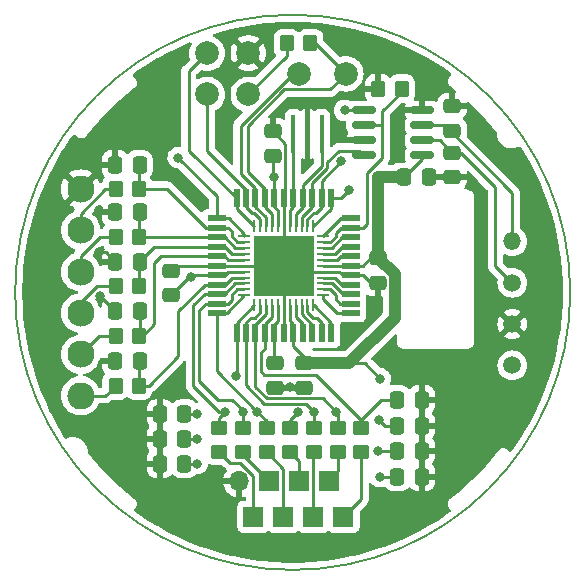
<source format=gbr>
%TF.GenerationSoftware,KiCad,Pcbnew,(6.0.9)*%
%TF.CreationDate,2024-03-30T18:33:12+01:00*%
%TF.ProjectId,HBW-IO-12-FM,4842572d-494f-42d3-9132-2d464d2e6b69,rev?*%
%TF.SameCoordinates,Original*%
%TF.FileFunction,Copper,L2,Bot*%
%TF.FilePolarity,Positive*%
%FSLAX46Y46*%
G04 Gerber Fmt 4.6, Leading zero omitted, Abs format (unit mm)*
G04 Created by KiCad (PCBNEW (6.0.9)) date 2024-03-30 18:33:12*
%MOMM*%
%LPD*%
G01*
G04 APERTURE LIST*
G04 Aperture macros list*
%AMRoundRect*
0 Rectangle with rounded corners*
0 $1 Rounding radius*
0 $2 $3 $4 $5 $6 $7 $8 $9 X,Y pos of 4 corners*
0 Add a 4 corners polygon primitive as box body*
4,1,4,$2,$3,$4,$5,$6,$7,$8,$9,$2,$3,0*
0 Add four circle primitives for the rounded corners*
1,1,$1+$1,$2,$3*
1,1,$1+$1,$4,$5*
1,1,$1+$1,$6,$7*
1,1,$1+$1,$8,$9*
0 Add four rect primitives between the rounded corners*
20,1,$1+$1,$2,$3,$4,$5,0*
20,1,$1+$1,$4,$5,$6,$7,0*
20,1,$1+$1,$6,$7,$8,$9,0*
20,1,$1+$1,$8,$9,$2,$3,0*%
G04 Aperture macros list end*
%TA.AperFunction,NonConductor*%
%ADD10C,0.200000*%
%TD*%
%TA.AperFunction,ComponentPad*%
%ADD11O,1.500000X1.500000*%
%TD*%
%TA.AperFunction,ComponentPad*%
%ADD12C,1.500000*%
%TD*%
%TA.AperFunction,ComponentPad*%
%ADD13R,1.700000X1.700000*%
%TD*%
%TA.AperFunction,ComponentPad*%
%ADD14O,1.700000X1.700000*%
%TD*%
%TA.AperFunction,ComponentPad*%
%ADD15O,2.300000X2.300000*%
%TD*%
%TA.AperFunction,ComponentPad*%
%ADD16C,2.300000*%
%TD*%
%TA.AperFunction,SMDPad,CuDef*%
%ADD17RoundRect,0.250000X-0.337500X-0.475000X0.337500X-0.475000X0.337500X0.475000X-0.337500X0.475000X0*%
%TD*%
%TA.AperFunction,SMDPad,CuDef*%
%ADD18RoundRect,0.250000X0.450000X-0.350000X0.450000X0.350000X-0.450000X0.350000X-0.450000X-0.350000X0*%
%TD*%
%TA.AperFunction,SMDPad,CuDef*%
%ADD19R,0.400000X3.200000*%
%TD*%
%TA.AperFunction,SMDPad,CuDef*%
%ADD20RoundRect,0.250000X-0.350000X-0.450000X0.350000X-0.450000X0.350000X0.450000X-0.350000X0.450000X0*%
%TD*%
%TA.AperFunction,SMDPad,CuDef*%
%ADD21RoundRect,0.250000X0.337500X0.475000X-0.337500X0.475000X-0.337500X-0.475000X0.337500X-0.475000X0*%
%TD*%
%TA.AperFunction,SMDPad,CuDef*%
%ADD22RoundRect,0.250000X-0.475000X0.337500X-0.475000X-0.337500X0.475000X-0.337500X0.475000X0.337500X0*%
%TD*%
%TA.AperFunction,SMDPad,CuDef*%
%ADD23C,2.000000*%
%TD*%
%TA.AperFunction,SMDPad,CuDef*%
%ADD24R,0.550000X1.500000*%
%TD*%
%TA.AperFunction,SMDPad,CuDef*%
%ADD25R,1.500000X0.550000*%
%TD*%
%TA.AperFunction,SMDPad,CuDef*%
%ADD26RoundRect,0.250000X0.475000X-0.337500X0.475000X0.337500X-0.475000X0.337500X-0.475000X-0.337500X0*%
%TD*%
%TA.AperFunction,SMDPad,CuDef*%
%ADD27RoundRect,0.250000X0.350000X0.450000X-0.350000X0.450000X-0.350000X-0.450000X0.350000X-0.450000X0*%
%TD*%
%TA.AperFunction,SMDPad,CuDef*%
%ADD28RoundRect,0.062500X-0.062500X0.475000X-0.062500X-0.475000X0.062500X-0.475000X0.062500X0.475000X0*%
%TD*%
%TA.AperFunction,SMDPad,CuDef*%
%ADD29RoundRect,0.062500X-0.475000X0.062500X-0.475000X-0.062500X0.475000X-0.062500X0.475000X0.062500X0*%
%TD*%
%TA.AperFunction,SMDPad,CuDef*%
%ADD30R,5.200000X5.200000*%
%TD*%
%TA.AperFunction,SMDPad,CuDef*%
%ADD31RoundRect,0.150000X-0.825000X-0.150000X0.825000X-0.150000X0.825000X0.150000X-0.825000X0.150000X0*%
%TD*%
%TA.AperFunction,ViaPad*%
%ADD32C,0.800000*%
%TD*%
%TA.AperFunction,Conductor*%
%ADD33C,0.250000*%
%TD*%
%TA.AperFunction,Conductor*%
%ADD34C,1.000000*%
%TD*%
G04 APERTURE END LIST*
D10*
X173500000Y-75000000D02*
G75*
G03*
X173500000Y-75000000I-23500000J0D01*
G01*
D11*
%TO.P,J4,01,01*%
%TO.N,Net-(C15-Pad1)*%
X168600000Y-70687500D03*
D12*
%TO.P,J4,02,02*%
%TO.N,Net-(C14-Pad1)*%
X168600000Y-74187500D03*
%TO.P,J4,03,03*%
%TO.N,/GND*%
X168600000Y-77687500D03*
%TO.P,J4,04,04*%
%TO.N,/+24V*%
X168600000Y-81187500D03*
%TD*%
D13*
%TO.P,J1,1,Pin_1*%
%TO.N,Net-(J1-Pad1)*%
X154300000Y-94000000D03*
%TO.P,J1,2,Pin_2*%
%TO.N,Net-(J1-Pad2)*%
X151760000Y-94000000D03*
%TO.P,J1,3,Pin_3*%
%TO.N,Net-(J1-Pad3)*%
X149220000Y-94000000D03*
%TO.P,J1,4,Pin_4*%
%TO.N,Net-(J1-Pad4)*%
X146680000Y-94000000D03*
%TD*%
%TO.P,J2,1,Pin_1*%
%TO.N,Net-(J2-Pad1)*%
X153090000Y-91000000D03*
%TO.P,J2,2,Pin_2*%
%TO.N,Net-(J2-Pad2)*%
X150550000Y-91000000D03*
%TO.P,J2,3,Pin_3*%
%TO.N,Net-(J2-Pad3)*%
X148010000Y-91000000D03*
D14*
%TO.P,J2,4,Pin_4*%
%TO.N,/GND*%
X145470000Y-91000000D03*
%TD*%
D15*
%TO.P,J3,1,Pin_1*%
%TO.N,Net-(J3-Pad1)*%
X132050000Y-83750000D03*
D16*
%TO.P,J3,2,Pin_2*%
%TO.N,Net-(J3-Pad2)*%
X132050000Y-80250000D03*
%TO.P,J3,3,Pin_3*%
%TO.N,Net-(J3-Pad3)*%
X132050000Y-76750000D03*
%TO.P,J3,4,Pin_4*%
%TO.N,Net-(J3-Pad4)*%
X132050000Y-73250000D03*
%TO.P,J3,5,Pin_5*%
%TO.N,Net-(J3-Pad5)*%
X132050000Y-69750000D03*
%TO.P,J3,6,Pin_6*%
%TO.N,/GND*%
X132050000Y-66250000D03*
%TD*%
D17*
%TO.P,C2,1*%
%TO.N,/GND*%
X138762500Y-89500000D03*
%TO.P,C2,2*%
%TO.N,/SO2*%
X140837500Y-89500000D03*
%TD*%
D18*
%TO.P,R4,1*%
%TO.N,Net-(J2-Pad2)*%
X149800000Y-88500000D03*
%TO.P,R4,2*%
%TO.N,/SO4*%
X149800000Y-86500000D03*
%TD*%
D19*
%TO.P,Q1,1,1*%
%TO.N,/XTAL1*%
X152450000Y-61600000D03*
%TO.P,Q1,2,2*%
%TO.N,/GND*%
X151250000Y-61600000D03*
%TO.P,Q1,3,3*%
%TO.N,/XTAL2*%
X150050000Y-61600000D03*
%TD*%
D17*
%TO.P,C4,1*%
%TO.N,/GND*%
X138762500Y-85300000D03*
%TO.P,C4,2*%
%TO.N,/SO4*%
X140837500Y-85300000D03*
%TD*%
%TO.P,C3,1*%
%TO.N,/GND*%
X138762500Y-87400000D03*
%TO.P,C3,2*%
%TO.N,/SO3*%
X140837500Y-87400000D03*
%TD*%
D20*
%TO.P,R12,1*%
%TO.N,Net-(J3-Pad5)*%
X135000000Y-66250000D03*
%TO.P,R12,2*%
%TO.N,/SO12*%
X137000000Y-66250000D03*
%TD*%
D21*
%TO.P,C1,1*%
%TO.N,/GND*%
X160937500Y-84100000D03*
%TO.P,C1,2*%
%TO.N,/SO1*%
X158862500Y-84100000D03*
%TD*%
D22*
%TO.P,C23,1*%
%TO.N,/VCC*%
X157200000Y-72125000D03*
%TO.P,C23,2*%
%TO.N,/GND*%
X157200000Y-74200000D03*
%TD*%
D23*
%TO.P,TP6,1,1*%
%TO.N,/SCK*%
X150500000Y-56500000D03*
%TD*%
D17*
%TO.P,C9,1*%
%TO.N,/GND*%
X134962500Y-76600000D03*
%TO.P,C9,2*%
%TO.N,/SO9*%
X137037500Y-76600000D03*
%TD*%
D24*
%TO.P,IC1,1,PB5*%
%TO.N,/MOSI*%
X145250000Y-67050000D03*
%TO.P,IC1,2,PB6*%
%TO.N,/MISO*%
X146050000Y-67050000D03*
%TO.P,IC1,3,PB7*%
%TO.N,/SCK*%
X146850000Y-67050000D03*
%TO.P,IC1,4,~{RESET}*%
%TO.N,/RST*%
X147650000Y-67050000D03*
%TO.P,IC1,5,VCC*%
%TO.N,/VCC*%
X148450000Y-67050000D03*
%TO.P,IC1,6,GND*%
%TO.N,/GND*%
X149250000Y-67050000D03*
%TO.P,IC1,7,XTAL2*%
%TO.N,/XTAL2*%
X150050000Y-67050000D03*
%TO.P,IC1,8,XTAL1*%
%TO.N,/XTAL1*%
X150850000Y-67050000D03*
%TO.P,IC1,9,PD0*%
%TO.N,/RXD*%
X151650000Y-67050000D03*
%TO.P,IC1,10,PD1*%
%TO.N,/TXD*%
X152450000Y-67050000D03*
%TO.P,IC1,11,PD2*%
%TO.N,/LED*%
X153250000Y-67050000D03*
D25*
%TO.P,IC1,12,PD3*%
%TO.N,/PD3*%
X154950000Y-68750000D03*
%TO.P,IC1,13,PD4*%
%TO.N,/TXEN*%
X154950000Y-69550000D03*
%TO.P,IC1,14,PD5*%
%TO.N,/PD5*%
X154950000Y-70350000D03*
%TO.P,IC1,15,PD6*%
%TO.N,/PD6*%
X154950000Y-71150000D03*
%TO.P,IC1,16,PD7*%
%TO.N,/PD7*%
X154950000Y-71950000D03*
%TO.P,IC1,17,VCC*%
%TO.N,/VCC*%
X154950000Y-72750000D03*
%TO.P,IC1,18,GND*%
%TO.N,/GND*%
X154950000Y-73550000D03*
%TO.P,IC1,19,PC0*%
%TO.N,/PC0*%
X154950000Y-74350000D03*
%TO.P,IC1,20,PC1*%
%TO.N,/PC1*%
X154950000Y-75150000D03*
%TO.P,IC1,21,PC2*%
%TO.N,/PC2*%
X154950000Y-75950000D03*
%TO.P,IC1,22,PC3*%
%TO.N,/PC3*%
X154950000Y-76750000D03*
D24*
%TO.P,IC1,23,PC4*%
%TO.N,/PC4*%
X153250000Y-78450000D03*
%TO.P,IC1,24,PC5*%
%TO.N,/PC5*%
X152450000Y-78450000D03*
%TO.P,IC1,25,PC6*%
%TO.N,/PC6*%
X151650000Y-78450000D03*
%TO.P,IC1,26,PC7*%
%TO.N,/PC7*%
X150850000Y-78450000D03*
%TO.P,IC1,27,AVCC*%
%TO.N,/VCC*%
X150050000Y-78450000D03*
%TO.P,IC1,28,GND*%
%TO.N,/GND*%
X149250000Y-78450000D03*
%TO.P,IC1,29,AREF*%
%TO.N,/AREF*%
X148450000Y-78450000D03*
%TO.P,IC1,30,PA7*%
%TO.N,/SO1*%
X147650000Y-78450000D03*
%TO.P,IC1,31,PA6*%
%TO.N,/SO2*%
X146850000Y-78450000D03*
%TO.P,IC1,32,PA5*%
%TO.N,/SO3*%
X146050000Y-78450000D03*
%TO.P,IC1,33,PA4*%
%TO.N,/SO4*%
X145250000Y-78450000D03*
D25*
%TO.P,IC1,34,PA3*%
%TO.N,/SO5*%
X143550000Y-76750000D03*
%TO.P,IC1,35,PA2*%
%TO.N,/SO6*%
X143550000Y-75950000D03*
%TO.P,IC1,36,PA1*%
%TO.N,/SO7*%
X143550000Y-75150000D03*
%TO.P,IC1,37,PA0*%
%TO.N,/SO8*%
X143550000Y-74350000D03*
%TO.P,IC1,38,VCC*%
%TO.N,/VCC*%
X143550000Y-73550000D03*
%TO.P,IC1,39,GND*%
%TO.N,/GND*%
X143550000Y-72750000D03*
%TO.P,IC1,40,PB0*%
%TO.N,/SO9*%
X143550000Y-71950000D03*
%TO.P,IC1,41,PB1*%
%TO.N,/SO10*%
X143550000Y-71150000D03*
%TO.P,IC1,42,PB2*%
%TO.N,/SO11*%
X143550000Y-70350000D03*
%TO.P,IC1,43,PB3*%
%TO.N,/SO12*%
X143550000Y-69550000D03*
%TO.P,IC1,44,PB4*%
%TO.N,/Button*%
X143550000Y-68750000D03*
%TD*%
D21*
%TO.P,C27,1*%
%TO.N,/GND*%
X161500000Y-65250000D03*
%TO.P,C27,2*%
%TO.N,/VCC*%
X159425000Y-65250000D03*
%TD*%
D18*
%TO.P,R5,1*%
%TO.N,Net-(J1-Pad3)*%
X147800000Y-88500000D03*
%TO.P,R5,2*%
%TO.N,/SO5*%
X147800000Y-86500000D03*
%TD*%
D26*
%TO.P,C13,1*%
%TO.N,/GND*%
X148500000Y-83075000D03*
%TO.P,C13,2*%
%TO.N,/AREF*%
X148500000Y-81000000D03*
%TD*%
D17*
%TO.P,C11,1*%
%TO.N,/GND*%
X134962500Y-68200000D03*
%TO.P,C11,2*%
%TO.N,/SO11*%
X137037500Y-68200000D03*
%TD*%
%TO.P,C12,1*%
%TO.N,/GND*%
X134962500Y-64200000D03*
%TO.P,C12,2*%
%TO.N,/SO12*%
X137037500Y-64200000D03*
%TD*%
D23*
%TO.P,TP2,1,1*%
%TO.N,/GND*%
X146250000Y-54750000D03*
%TD*%
D17*
%TO.P,C8,1*%
%TO.N,/GND*%
X134962500Y-80800000D03*
%TO.P,C8,2*%
%TO.N,/SO8*%
X137037500Y-80800000D03*
%TD*%
D20*
%TO.P,R8,1*%
%TO.N,Net-(J3-Pad1)*%
X135000000Y-82900000D03*
%TO.P,R8,2*%
%TO.N,/SO8*%
X137000000Y-82900000D03*
%TD*%
D27*
%TO.P,R13,1*%
%TO.N,/RST*%
X151500000Y-53900000D03*
%TO.P,R13,2*%
%TO.N,/VCC*%
X149500000Y-53900000D03*
%TD*%
D21*
%TO.P,C7,1*%
%TO.N,/GND*%
X160937500Y-90600000D03*
%TO.P,C7,2*%
%TO.N,/SO7*%
X158862500Y-90600000D03*
%TD*%
D23*
%TO.P,TP4,1,1*%
%TO.N,/MOSI*%
X142750000Y-54750000D03*
%TD*%
D26*
%TO.P,C25,1*%
%TO.N,/VCC*%
X139700000Y-75237500D03*
%TO.P,C25,2*%
%TO.N,/GND*%
X139700000Y-73162500D03*
%TD*%
D28*
%TO.P,IC2,1,PB5*%
%TO.N,/MOSI*%
X146750000Y-69412500D03*
%TO.P,IC2,2,PB6*%
%TO.N,/MISO*%
X147250000Y-69412500D03*
%TO.P,IC2,3,PB7*%
%TO.N,/SCK*%
X147750000Y-69412500D03*
%TO.P,IC2,4,~{RESET}*%
%TO.N,/RST*%
X148250000Y-69412500D03*
%TO.P,IC2,5,VCC*%
%TO.N,/VCC*%
X148750000Y-69412500D03*
%TO.P,IC2,6,GND*%
%TO.N,/GND*%
X149250000Y-69412500D03*
%TO.P,IC2,7,XTAL2*%
%TO.N,/XTAL2*%
X149750000Y-69412500D03*
%TO.P,IC2,8,XTAL1*%
%TO.N,/XTAL1*%
X150250000Y-69412500D03*
%TO.P,IC2,9,PD0*%
%TO.N,/RXD*%
X150750000Y-69412500D03*
%TO.P,IC2,10,PD1*%
%TO.N,/TXD*%
X151250000Y-69412500D03*
%TO.P,IC2,11,PD2*%
%TO.N,/LED*%
X151750000Y-69412500D03*
D29*
%TO.P,IC2,12,PD3*%
%TO.N,/PD3*%
X152587500Y-70250000D03*
%TO.P,IC2,13,PD4*%
%TO.N,/TXEN*%
X152587500Y-70750000D03*
%TO.P,IC2,14,PD5*%
%TO.N,/PD5*%
X152587500Y-71250000D03*
%TO.P,IC2,15,PD6*%
%TO.N,/PD6*%
X152587500Y-71750000D03*
%TO.P,IC2,16,PD7*%
%TO.N,/PD7*%
X152587500Y-72250000D03*
%TO.P,IC2,17,VCC*%
%TO.N,/VCC*%
X152587500Y-72750000D03*
%TO.P,IC2,18,GND*%
%TO.N,/GND*%
X152587500Y-73250000D03*
%TO.P,IC2,19,PC0*%
%TO.N,/PC0*%
X152587500Y-73750000D03*
%TO.P,IC2,20,PC1*%
%TO.N,/PC1*%
X152587500Y-74250000D03*
%TO.P,IC2,21,PC2*%
%TO.N,/PC2*%
X152587500Y-74750000D03*
%TO.P,IC2,22,PC3*%
%TO.N,/PC3*%
X152587500Y-75250000D03*
D28*
%TO.P,IC2,23,PC4*%
%TO.N,/PC4*%
X151750000Y-76087500D03*
%TO.P,IC2,24,PC5*%
%TO.N,/PC5*%
X151250000Y-76087500D03*
%TO.P,IC2,25,PC6*%
%TO.N,/PC6*%
X150750000Y-76087500D03*
%TO.P,IC2,26,PC7*%
%TO.N,/PC7*%
X150250000Y-76087500D03*
%TO.P,IC2,27,AVCC*%
%TO.N,/VCC*%
X149750000Y-76087500D03*
%TO.P,IC2,28,GND*%
%TO.N,/GND*%
X149250000Y-76087500D03*
%TO.P,IC2,29,AREF*%
%TO.N,/AREF*%
X148750000Y-76087500D03*
%TO.P,IC2,30,PA7*%
%TO.N,/SO1*%
X148250000Y-76087500D03*
%TO.P,IC2,31,PA6*%
%TO.N,/SO2*%
X147750000Y-76087500D03*
%TO.P,IC2,32,PA5*%
%TO.N,/SO3*%
X147250000Y-76087500D03*
%TO.P,IC2,33,PA4*%
%TO.N,/SO4*%
X146750000Y-76087500D03*
D29*
%TO.P,IC2,34,PA3*%
%TO.N,/SO5*%
X145912500Y-75250000D03*
%TO.P,IC2,35,PA2*%
%TO.N,/SO6*%
X145912500Y-74750000D03*
%TO.P,IC2,36,PA1*%
%TO.N,/SO7*%
X145912500Y-74250000D03*
%TO.P,IC2,37,PA0*%
%TO.N,/SO8*%
X145912500Y-73750000D03*
%TO.P,IC2,38,VCC*%
%TO.N,/VCC*%
X145912500Y-73250000D03*
%TO.P,IC2,39,GND*%
%TO.N,/GND*%
X145912500Y-72750000D03*
%TO.P,IC2,40,PB0*%
%TO.N,/SO9*%
X145912500Y-72250000D03*
%TO.P,IC2,41,PB1*%
%TO.N,/SO10*%
X145912500Y-71750000D03*
%TO.P,IC2,42,PB2*%
%TO.N,/SO11*%
X145912500Y-71250000D03*
%TO.P,IC2,43,PB3*%
%TO.N,/SO12*%
X145912500Y-70750000D03*
%TO.P,IC2,44,PB4*%
%TO.N,/Button*%
X145912500Y-70250000D03*
D30*
%TO.P,IC2,45,GND*%
%TO.N,/GND*%
X149250000Y-72750000D03*
%TD*%
D17*
%TO.P,C10,1*%
%TO.N,/GND*%
X134962500Y-72400000D03*
%TO.P,C10,2*%
%TO.N,/SO10*%
X137037500Y-72400000D03*
%TD*%
D26*
%TO.P,C15,1*%
%TO.N,Net-(C15-Pad1)*%
X163500000Y-61307500D03*
%TO.P,C15,2*%
%TO.N,/GND*%
X163500000Y-59232500D03*
%TD*%
%TO.P,C26,1*%
%TO.N,/VCC*%
X148300000Y-63437500D03*
%TO.P,C26,2*%
%TO.N,/GND*%
X148300000Y-61362500D03*
%TD*%
D20*
%TO.P,R10,1*%
%TO.N,Net-(J3-Pad3)*%
X135000000Y-74500000D03*
%TO.P,R10,2*%
%TO.N,/SO10*%
X137000000Y-74500000D03*
%TD*%
D22*
%TO.P,C14,1*%
%TO.N,Net-(C14-Pad1)*%
X163500000Y-63172500D03*
%TO.P,C14,2*%
%TO.N,/GND*%
X163500000Y-65247500D03*
%TD*%
D20*
%TO.P,R15,1*%
%TO.N,/GND*%
X157250000Y-57750000D03*
%TO.P,R15,2*%
%TO.N,/TXEN*%
X159250000Y-57750000D03*
%TD*%
D18*
%TO.P,R1,1*%
%TO.N,Net-(J1-Pad1)*%
X155800000Y-88500000D03*
%TO.P,R1,2*%
%TO.N,/SO1*%
X155800000Y-86500000D03*
%TD*%
%TO.P,R3,1*%
%TO.N,Net-(J1-Pad2)*%
X151800000Y-88500000D03*
%TO.P,R3,2*%
%TO.N,/SO3*%
X151800000Y-86500000D03*
%TD*%
D21*
%TO.P,C5,1*%
%TO.N,/GND*%
X160937500Y-86300000D03*
%TO.P,C5,2*%
%TO.N,/SO5*%
X158862500Y-86300000D03*
%TD*%
D23*
%TO.P,TP5,1,1*%
%TO.N,/RST*%
X154500000Y-56500000D03*
%TD*%
%TO.P,TP1,1,1*%
%TO.N,/VCC*%
X146250000Y-58250000D03*
%TD*%
D31*
%TO.P,IC3,1,RO*%
%TO.N,/RXD*%
X156025000Y-63405000D03*
%TO.P,IC3,2,~{RE}*%
%TO.N,/GND*%
X156025000Y-62135000D03*
%TO.P,IC3,3,DE*%
%TO.N,/TXEN*%
X156025000Y-60865000D03*
%TO.P,IC3,4,DI*%
%TO.N,/TXD*%
X156025000Y-59595000D03*
%TO.P,IC3,5,GND*%
%TO.N,/GND*%
X160975000Y-59595000D03*
%TO.P,IC3,6,A*%
%TO.N,Net-(C15-Pad1)*%
X160975000Y-60865000D03*
%TO.P,IC3,7,B*%
%TO.N,Net-(C14-Pad1)*%
X160975000Y-62135000D03*
%TO.P,IC3,8,VCC*%
%TO.N,/VCC*%
X160975000Y-63405000D03*
%TD*%
D18*
%TO.P,R7,1*%
%TO.N,Net-(J1-Pad4)*%
X143800000Y-88500000D03*
%TO.P,R7,2*%
%TO.N,/SO7*%
X143800000Y-86500000D03*
%TD*%
D23*
%TO.P,TP3,1,1*%
%TO.N,/MISO*%
X142750000Y-58250000D03*
%TD*%
D22*
%TO.P,C24,1*%
%TO.N,/VCC*%
X151000000Y-81000000D03*
%TO.P,C24,2*%
%TO.N,/GND*%
X151000000Y-83075000D03*
%TD*%
D20*
%TO.P,R11,1*%
%TO.N,Net-(J3-Pad4)*%
X135000000Y-70300000D03*
%TO.P,R11,2*%
%TO.N,/SO11*%
X137000000Y-70300000D03*
%TD*%
%TO.P,R9,1*%
%TO.N,Net-(J3-Pad2)*%
X135000000Y-78700000D03*
%TO.P,R9,2*%
%TO.N,/SO9*%
X137000000Y-78700000D03*
%TD*%
D18*
%TO.P,R2,1*%
%TO.N,Net-(J2-Pad1)*%
X153800000Y-88500000D03*
%TO.P,R2,2*%
%TO.N,/SO2*%
X153800000Y-86500000D03*
%TD*%
D21*
%TO.P,C6,1*%
%TO.N,/GND*%
X160937500Y-88400000D03*
%TO.P,C6,2*%
%TO.N,/SO6*%
X158862500Y-88400000D03*
%TD*%
D18*
%TO.P,R6,1*%
%TO.N,Net-(J2-Pad3)*%
X145800000Y-88500000D03*
%TO.P,R6,2*%
%TO.N,/SO6*%
X145800000Y-86500000D03*
%TD*%
D32*
%TO.N,/GND*%
X133000000Y-63000000D03*
X137000000Y-61500000D03*
X140000000Y-92000000D03*
X133700000Y-75300000D03*
X134000000Y-89000000D03*
X171000000Y-80000000D03*
X128250000Y-75500000D03*
X165000000Y-66000000D03*
X142000000Y-94000000D03*
X139000000Y-63000000D03*
X171000000Y-73000000D03*
X166000000Y-80000000D03*
X166000000Y-76000000D03*
X144250000Y-94000000D03*
X150750000Y-74250000D03*
X135000000Y-60750000D03*
X142000000Y-92000000D03*
X139000000Y-60750000D03*
X157000000Y-95000000D03*
X133600000Y-68000000D03*
X136250000Y-89000000D03*
X138000000Y-92000000D03*
X149750000Y-83000000D03*
X136250000Y-87000000D03*
X171000000Y-70000000D03*
X134000000Y-87000000D03*
X171000000Y-76000000D03*
X166000000Y-70000000D03*
X128250000Y-72750000D03*
X133500000Y-81900000D03*
X166000000Y-73000000D03*
X149500000Y-73000000D03*
X139000000Y-58000000D03*
X133600000Y-71600000D03*
X137000000Y-59250000D03*
X140000000Y-94000000D03*
%TO.N,/VCC*%
X146250000Y-58250000D03*
X157250000Y-65250000D03*
X157400000Y-82300000D03*
X141387500Y-73700000D03*
X148400000Y-65250000D03*
%TO.N,/LED*%
X154790000Y-66349500D03*
%TO.N,/TXD*%
X154400000Y-59600000D03*
X154100000Y-63900000D03*
%TO.N,/SO7*%
X157400000Y-90600000D03*
X144300000Y-85100000D03*
%TO.N,/SO6*%
X157200000Y-88400000D03*
X145800000Y-85100000D03*
%TO.N,/SO5*%
X157300000Y-85813173D03*
X147000000Y-85100000D03*
%TO.N,/SO4*%
X150443701Y-85162000D03*
X145200000Y-82100000D03*
X141900000Y-85300000D03*
%TO.N,/SO3*%
X151800000Y-85100000D03*
X141900000Y-87400000D03*
%TO.N,/SO2*%
X153700000Y-85100000D03*
X141900000Y-89500000D03*
%TO.N,/Button*%
X140300000Y-63600000D03*
%TD*%
D33*
%TO.N,/GND*%
X134962500Y-68200000D02*
X133800000Y-68200000D01*
X133700000Y-75300000D02*
X133700000Y-75337500D01*
X153950000Y-73250000D02*
X152587500Y-73250000D01*
X133600000Y-71600000D02*
X134162500Y-71600000D01*
X149350000Y-62412500D02*
X148300000Y-61362500D01*
X149250000Y-76087500D02*
X149250000Y-78450000D01*
X154250000Y-73550000D02*
X153950000Y-73250000D01*
X145912500Y-72750000D02*
X149250000Y-72750000D01*
X133800000Y-68200000D02*
X133600000Y-68000000D01*
X154950000Y-73550000D02*
X155950000Y-73550000D01*
X133700000Y-75337500D02*
X134962500Y-76600000D01*
X155950000Y-73550000D02*
X156600000Y-74200000D01*
X134162500Y-71600000D02*
X134962500Y-72400000D01*
X149250000Y-69412500D02*
X149250000Y-67050000D01*
X143550000Y-72750000D02*
X140112500Y-72750000D01*
X149250000Y-76087500D02*
X149250000Y-72750000D01*
X151000000Y-83075000D02*
X148500000Y-83075000D01*
X149250000Y-69412500D02*
X149250000Y-72750000D01*
X149350000Y-66950000D02*
X149350000Y-62412500D01*
X154950000Y-73550000D02*
X154250000Y-73550000D01*
X145912500Y-72750000D02*
X143550000Y-72750000D01*
X152587500Y-73250000D02*
X149750000Y-73250000D01*
%TO.N,/AREF*%
X148450000Y-78450000D02*
X148450000Y-80950000D01*
X148750000Y-77450000D02*
X148750000Y-76087500D01*
X148450000Y-78450000D02*
X148450000Y-77750000D01*
X148450000Y-77750000D02*
X148750000Y-77450000D01*
%TO.N,Net-(C14-Pad1)*%
X164247500Y-63172500D02*
X167150000Y-66075000D01*
X162462500Y-62135000D02*
X163500000Y-63172500D01*
X163500000Y-63172500D02*
X164247500Y-63172500D01*
X160975000Y-62135000D02*
X162462500Y-62135000D01*
X167150000Y-72737500D02*
X168600000Y-74187500D01*
X167150000Y-66075000D02*
X167150000Y-72737500D01*
%TO.N,Net-(C15-Pad1)*%
X162865000Y-60865000D02*
X168600000Y-66600000D01*
X168600000Y-66600000D02*
X168600000Y-70687500D01*
X160975000Y-60865000D02*
X162865000Y-60865000D01*
D34*
%TO.N,/VCC*%
X154800000Y-81000000D02*
X151000000Y-81000000D01*
D33*
X155950000Y-72750000D02*
X156575000Y-72125000D01*
D34*
X157250000Y-72093997D02*
X158625000Y-73468997D01*
D33*
X144250000Y-73550000D02*
X143550000Y-73550000D01*
X160975000Y-63405000D02*
X160975000Y-63700000D01*
X141237500Y-73700000D02*
X141387500Y-73700000D01*
X148400000Y-65250000D02*
X148450000Y-65300000D01*
X149500000Y-55000000D02*
X146250000Y-58250000D01*
X152587500Y-72750000D02*
X154950000Y-72750000D01*
X144550000Y-73250000D02*
X144250000Y-73550000D01*
X150050000Y-77700000D02*
X150050000Y-78450000D01*
D34*
X158625000Y-77175000D02*
X154800000Y-81000000D01*
D33*
X148300000Y-65150000D02*
X148300000Y-63437500D01*
X149750000Y-76087500D02*
X149750000Y-77400000D01*
D34*
X158625000Y-73468997D02*
X158625000Y-77175000D01*
D33*
X145912500Y-73250000D02*
X144550000Y-73250000D01*
X151000000Y-80500000D02*
X151000000Y-81000000D01*
X148450000Y-67050000D02*
X148450000Y-67750000D01*
X149750000Y-77400000D02*
X150050000Y-77700000D01*
X148750000Y-68050000D02*
X148750000Y-69412500D01*
X156575000Y-72125000D02*
X157200000Y-72125000D01*
X160975000Y-63700000D02*
X159425000Y-65250000D01*
D34*
X159425000Y-65250000D02*
X157250000Y-65250000D01*
D33*
X148400000Y-65250000D02*
X148300000Y-65150000D01*
X154950000Y-72750000D02*
X155950000Y-72750000D01*
X156100000Y-81000000D02*
X154800000Y-81000000D01*
D34*
X157250000Y-65250000D02*
X157250000Y-72093997D01*
D33*
X149500000Y-53900000D02*
X149500000Y-55000000D01*
X148450000Y-65300000D02*
X148450000Y-67050000D01*
X141537500Y-73550000D02*
X143550000Y-73550000D01*
X148450000Y-67750000D02*
X148750000Y-68050000D01*
X157400000Y-82300000D02*
X156100000Y-81000000D01*
X139700000Y-75237500D02*
X141237500Y-73700000D01*
X141387500Y-73700000D02*
X141537500Y-73550000D01*
X150050000Y-79550000D02*
X151000000Y-80500000D01*
X150050000Y-78450000D02*
X150050000Y-79550000D01*
%TO.N,/LED*%
X153250000Y-67912500D02*
X153250000Y-67050000D01*
X154790000Y-66349500D02*
X154089500Y-67050000D01*
X154089500Y-67050000D02*
X153250000Y-67050000D01*
X151750000Y-69412500D02*
X153250000Y-67912500D01*
%TO.N,/MOSI*%
X146737500Y-69412500D02*
X145250000Y-67925000D01*
X141200000Y-56300000D02*
X142750000Y-54750000D01*
X145250000Y-67050000D02*
X141200000Y-63000000D01*
X141200000Y-63000000D02*
X141200000Y-56300000D01*
X145250000Y-67925000D02*
X145250000Y-67050000D01*
X146750000Y-69412500D02*
X146737500Y-69412500D01*
%TO.N,/MISO*%
X146050000Y-67800000D02*
X146550000Y-68300000D01*
X142750000Y-63050000D02*
X142750000Y-58250000D01*
X146550000Y-68300000D02*
X146763604Y-68300000D01*
X146050000Y-67050000D02*
X146050000Y-66350000D01*
X147250000Y-68786396D02*
X147250000Y-69412500D01*
X146763604Y-68300000D02*
X147250000Y-68786396D01*
X146050000Y-67050000D02*
X146050000Y-67800000D01*
X146050000Y-66350000D02*
X142750000Y-63050000D01*
%TO.N,/SCK*%
X146850000Y-67050000D02*
X146850000Y-67750000D01*
X145600000Y-60886916D02*
X149986916Y-56500000D01*
X146850000Y-67050000D02*
X146850000Y-66200000D01*
X147750000Y-68650000D02*
X147750000Y-69412500D01*
X146850000Y-66200000D02*
X145600000Y-64950000D01*
X145600000Y-64950000D02*
X145600000Y-60886916D01*
X146850000Y-67750000D02*
X147750000Y-68650000D01*
%TO.N,/RST*%
X151900000Y-53900000D02*
X154500000Y-56500000D01*
X148250000Y-68400000D02*
X148250000Y-69412500D01*
X147650000Y-67050000D02*
X147650000Y-66250000D01*
X146200000Y-60923312D02*
X149298312Y-57825000D01*
X147650000Y-67800000D02*
X148250000Y-68400000D01*
X147650000Y-67050000D02*
X147650000Y-67800000D01*
X146200000Y-64800000D02*
X146200000Y-60923312D01*
X153175000Y-57825000D02*
X154500000Y-56500000D01*
X147650000Y-66250000D02*
X146200000Y-64800000D01*
X149298312Y-57825000D02*
X153175000Y-57825000D01*
%TO.N,/XTAL2*%
X150050000Y-67050000D02*
X150050000Y-67750000D01*
X150050000Y-67750000D02*
X149750000Y-68050000D01*
X150050000Y-67050000D02*
X150050000Y-62350000D01*
X149750000Y-68050000D02*
X149750000Y-69412500D01*
%TO.N,/XTAL1*%
X152450000Y-64300000D02*
X152450000Y-62350000D01*
X150850000Y-67750000D02*
X150250000Y-68350000D01*
X150850000Y-67050000D02*
X150850000Y-65900000D01*
X150850000Y-67050000D02*
X150850000Y-67750000D01*
X150850000Y-65900000D02*
X152450000Y-64300000D01*
X150250000Y-68350000D02*
X150250000Y-69412500D01*
%TO.N,/RXD*%
X153900000Y-63000000D02*
X155620000Y-63000000D01*
X151650000Y-65736396D02*
X152900000Y-64486396D01*
X152900000Y-64000000D02*
X153900000Y-63000000D01*
X151650000Y-67050000D02*
X151650000Y-67750000D01*
X151650000Y-67750000D02*
X150750000Y-68650000D01*
X151650000Y-67050000D02*
X151650000Y-65736396D01*
X152900000Y-64486396D02*
X152900000Y-64000000D01*
X150750000Y-68650000D02*
X150750000Y-69412500D01*
X155620000Y-63000000D02*
X156025000Y-63405000D01*
%TO.N,/TXD*%
X154405000Y-59595000D02*
X154400000Y-59600000D01*
X151786396Y-68250000D02*
X151950000Y-68250000D01*
X154100000Y-63900000D02*
X154100000Y-63922792D01*
X151250000Y-69412500D02*
X151250000Y-68786396D01*
X152450000Y-67750000D02*
X152450000Y-67050000D01*
X152450000Y-65572792D02*
X152450000Y-67050000D01*
X151950000Y-68250000D02*
X152450000Y-67750000D01*
X156025000Y-59595000D02*
X154405000Y-59595000D01*
X151250000Y-68786396D02*
X151786396Y-68250000D01*
X154100000Y-63922792D02*
X152450000Y-65572792D01*
%TO.N,/TXEN*%
X153173008Y-70750000D02*
X153640000Y-70283008D01*
X159250000Y-58016751D02*
X157600000Y-59666751D01*
X153640000Y-70283008D02*
X153640000Y-69980000D01*
X157600000Y-60865000D02*
X156025000Y-60865000D01*
X157600000Y-63591852D02*
X157600000Y-61400000D01*
X152587500Y-70750000D02*
X153173008Y-70750000D01*
X156325000Y-64866852D02*
X157600000Y-63591852D01*
X157600000Y-61400000D02*
X157600000Y-60865000D01*
X157600000Y-59666751D02*
X157600000Y-61400000D01*
X154070000Y-69550000D02*
X154950000Y-69550000D01*
X154950000Y-69550000D02*
X155950000Y-69550000D01*
X155950000Y-69550000D02*
X156325000Y-69175000D01*
X156325000Y-69175000D02*
X156325000Y-64866852D01*
X153640000Y-69980000D02*
X154070000Y-69550000D01*
%TO.N,/SO8*%
X140300000Y-76600000D02*
X140300000Y-80400000D01*
X144250000Y-74350000D02*
X143550000Y-74350000D01*
X142550000Y-74350000D02*
X140300000Y-76600000D01*
X144850000Y-73750000D02*
X144250000Y-74350000D01*
X137000000Y-80800000D02*
X137000000Y-82862500D01*
X145912500Y-73750000D02*
X144850000Y-73750000D01*
X143550000Y-74350000D02*
X142550000Y-74350000D01*
X137800000Y-82900000D02*
X137000000Y-82900000D01*
X140300000Y-80400000D02*
X137800000Y-82900000D01*
%TO.N,/SO7*%
X145150000Y-74250000D02*
X145912500Y-74250000D01*
X143800000Y-85600000D02*
X143800000Y-86500000D01*
X143800000Y-85100000D02*
X141600000Y-82900000D01*
X144300000Y-85100000D02*
X143800000Y-85100000D01*
X141600000Y-82900000D02*
X141600000Y-76100000D01*
X158862500Y-90600000D02*
X157400000Y-90600000D01*
X141600000Y-76100000D02*
X142550000Y-75150000D01*
X142550000Y-75150000D02*
X143550000Y-75150000D01*
X143550000Y-75150000D02*
X144250000Y-75150000D01*
X144300000Y-85100000D02*
X143800000Y-85600000D01*
X144250000Y-75150000D02*
X145150000Y-74250000D01*
%TO.N,/SO6*%
X144820000Y-75256992D02*
X144820000Y-75680000D01*
X144900000Y-84100000D02*
X145800000Y-85000000D01*
X142100000Y-82500000D02*
X143700000Y-84100000D01*
X143550000Y-75950000D02*
X142650000Y-75950000D01*
X142650000Y-75950000D02*
X142100000Y-76500000D01*
X144820000Y-75680000D02*
X144550000Y-75950000D01*
X142100000Y-76500000D02*
X142100000Y-82500000D01*
X145912500Y-74750000D02*
X145326992Y-74750000D01*
X145800000Y-85000000D02*
X145800000Y-85100000D01*
X145800000Y-86500000D02*
X145800000Y-85100000D01*
X145326992Y-74750000D02*
X144820000Y-75256992D01*
X144550000Y-75950000D02*
X143550000Y-75950000D01*
X158862500Y-88400000D02*
X157200000Y-88400000D01*
X143700000Y-84100000D02*
X144900000Y-84100000D01*
%TO.N,/SO5*%
X143550000Y-76750000D02*
X143550000Y-81650000D01*
X147800000Y-86500000D02*
X147800000Y-85900000D01*
X157300000Y-85813173D02*
X157786827Y-86300000D01*
X144400000Y-76750000D02*
X143550000Y-76750000D01*
X143550000Y-81650000D02*
X147000000Y-85100000D01*
X145900000Y-75250000D02*
X144400000Y-76750000D01*
X147800000Y-85900000D02*
X147000000Y-85100000D01*
X157786827Y-86300000D02*
X158862500Y-86300000D01*
%TO.N,/SO4*%
X149800000Y-85805701D02*
X149800000Y-86500000D01*
X145250000Y-77587500D02*
X145250000Y-78450000D01*
X145250000Y-78450000D02*
X145250000Y-82050000D01*
X141900000Y-85300000D02*
X140837500Y-85300000D01*
X145250000Y-82050000D02*
X145200000Y-82100000D01*
X150443701Y-85162000D02*
X149800000Y-85805701D01*
X146750000Y-76087500D02*
X145250000Y-77587500D01*
%TO.N,/SO3*%
X147250000Y-76087500D02*
X147250000Y-76700000D01*
X146050000Y-82887069D02*
X146050000Y-78450000D01*
X151800000Y-85100000D02*
X151137500Y-84437500D01*
X146050000Y-77550000D02*
X146050000Y-78450000D01*
X151137500Y-84437500D02*
X147600431Y-84437500D01*
X146780000Y-77170000D02*
X146430000Y-77170000D01*
X146430000Y-77170000D02*
X146050000Y-77550000D01*
X147600431Y-84437500D02*
X146050000Y-82887069D01*
X151800000Y-86500000D02*
X151800000Y-85100000D01*
X141900000Y-87400000D02*
X140837500Y-87400000D01*
X147250000Y-76700000D02*
X146780000Y-77170000D01*
%TO.N,/SO2*%
X152587500Y-83987500D02*
X147786827Y-83987500D01*
X146850000Y-83050673D02*
X146850000Y-78450000D01*
X147750000Y-76087500D02*
X147750000Y-76850000D01*
X153800000Y-86500000D02*
X153800000Y-85200000D01*
X141900000Y-89500000D02*
X140837500Y-89500000D01*
X153700000Y-85100000D02*
X152587500Y-83987500D01*
X147786827Y-83987500D02*
X146850000Y-83050673D01*
X153800000Y-85200000D02*
X153700000Y-85100000D01*
X147750000Y-76850000D02*
X146850000Y-77750000D01*
X146850000Y-77750000D02*
X146850000Y-78450000D01*
%TO.N,/SO1*%
X147300000Y-81700000D02*
X147600000Y-82000000D01*
X152000000Y-82000000D02*
X155800000Y-85800000D01*
X148250000Y-76087500D02*
X148250000Y-77100000D01*
X148250000Y-77100000D02*
X147650000Y-77700000D01*
X157474695Y-84100000D02*
X155800000Y-85774695D01*
X155800000Y-85774695D02*
X155800000Y-86500000D01*
X155800000Y-85800000D02*
X155800000Y-86500000D01*
X147300000Y-80100000D02*
X147300000Y-81700000D01*
X147600000Y-82000000D02*
X152000000Y-82000000D01*
X147650000Y-78450000D02*
X147650000Y-79750000D01*
X147650000Y-79750000D02*
X147300000Y-80100000D01*
X147650000Y-77700000D02*
X147650000Y-78450000D01*
X158862500Y-84100000D02*
X157474695Y-84100000D01*
%TO.N,/SO9*%
X138300000Y-77700000D02*
X137300000Y-78700000D01*
X138850000Y-71950000D02*
X138300000Y-72500000D01*
X143550000Y-71950000D02*
X138850000Y-71950000D01*
X144550000Y-72250000D02*
X144250000Y-71950000D01*
X138300000Y-72500000D02*
X138300000Y-77700000D01*
X137037500Y-78700000D02*
X137037500Y-76637500D01*
X145912500Y-72250000D02*
X144550000Y-72250000D01*
X144250000Y-71950000D02*
X143550000Y-71950000D01*
%TO.N,/SO10*%
X138250000Y-71150000D02*
X137000000Y-72400000D01*
X143550000Y-71150000D02*
X138250000Y-71150000D01*
X145912500Y-71750000D02*
X144850000Y-71750000D01*
X137000000Y-72400000D02*
X137000000Y-74462500D01*
X144850000Y-71750000D02*
X144250000Y-71150000D01*
X144250000Y-71150000D02*
X143550000Y-71150000D01*
%TO.N,/SO11*%
X145150000Y-71250000D02*
X144250000Y-70350000D01*
X143550000Y-70350000D02*
X137050000Y-70350000D01*
X144250000Y-70350000D02*
X143550000Y-70350000D01*
X145912500Y-71250000D02*
X145150000Y-71250000D01*
X137000000Y-70300000D02*
X137000000Y-68237500D01*
%TO.N,/SO12*%
X139375000Y-66250000D02*
X137000000Y-66250000D01*
X144820000Y-69840000D02*
X144530000Y-69550000D01*
X143550000Y-69550000D02*
X142675000Y-69550000D01*
X144530000Y-69550000D02*
X143550000Y-69550000D01*
X142675000Y-69550000D02*
X139375000Y-66250000D01*
X145326992Y-70750000D02*
X144820000Y-70243008D01*
X137000000Y-66250000D02*
X137000000Y-64237500D01*
X145912500Y-70750000D02*
X145326992Y-70750000D01*
X144820000Y-70243008D02*
X144820000Y-69840000D01*
%TO.N,Net-(J1-Pad1)*%
X155800000Y-92500000D02*
X155800000Y-88500000D01*
X154300000Y-94000000D02*
X155800000Y-92500000D01*
%TO.N,Net-(J1-Pad2)*%
X151760000Y-88540000D02*
X151760000Y-94000000D01*
%TO.N,Net-(J1-Pad3)*%
X149220000Y-94000000D02*
X149220000Y-89920000D01*
X149220000Y-89920000D02*
X147800000Y-88500000D01*
%TO.N,Net-(J1-Pad4)*%
X144725000Y-89425000D02*
X143800000Y-88500000D01*
X145556701Y-89425000D02*
X144725000Y-89425000D01*
X146680000Y-90548299D02*
X145556701Y-89425000D01*
X146680000Y-94000000D02*
X146680000Y-90548299D01*
%TO.N,Net-(J2-Pad1)*%
X153800000Y-90100000D02*
X153090000Y-90810000D01*
X153800000Y-88500000D02*
X153800000Y-90100000D01*
%TO.N,Net-(J2-Pad2)*%
X150550000Y-91000000D02*
X150550000Y-89250000D01*
X150550000Y-89250000D02*
X149800000Y-88500000D01*
%TO.N,Net-(J2-Pad3)*%
X148010000Y-91000000D02*
X145800000Y-88790000D01*
%TO.N,Net-(J3-Pad1)*%
X134150000Y-83750000D02*
X132050000Y-83750000D01*
X135000000Y-82900000D02*
X134150000Y-83750000D01*
%TO.N,Net-(J3-Pad2)*%
X133600000Y-78700000D02*
X132050000Y-80250000D01*
X135000000Y-78700000D02*
X133600000Y-78700000D01*
%TO.N,Net-(J3-Pad3)*%
X133400000Y-74500000D02*
X132050000Y-75850000D01*
X134900000Y-74500000D02*
X133400000Y-74500000D01*
%TO.N,Net-(J3-Pad4)*%
X133700000Y-70300000D02*
X132050000Y-71950000D01*
X132050000Y-71950000D02*
X132050000Y-73250000D01*
X135000000Y-70300000D02*
X133700000Y-70300000D01*
%TO.N,Net-(J3-Pad5)*%
X134150000Y-66250000D02*
X132050000Y-68350000D01*
X135000000Y-66250000D02*
X134150000Y-66250000D01*
X132050000Y-68350000D02*
X132050000Y-69750000D01*
%TO.N,/PD3*%
X152587500Y-70250000D02*
X154087500Y-68750000D01*
X154087500Y-68750000D02*
X154950000Y-68750000D01*
%TO.N,/PD5*%
X154950000Y-70350000D02*
X154209404Y-70350000D01*
X154209404Y-70350000D02*
X153309404Y-71250000D01*
X153309404Y-71250000D02*
X152587500Y-71250000D01*
%TO.N,/PD6*%
X153613604Y-71750000D02*
X154213604Y-71150000D01*
X152587500Y-71750000D02*
X153613604Y-71750000D01*
X154213604Y-71150000D02*
X154950000Y-71150000D01*
%TO.N,/PD7*%
X153750000Y-72250000D02*
X154050000Y-71950000D01*
X152587500Y-72250000D02*
X153750000Y-72250000D01*
X154050000Y-71950000D02*
X154950000Y-71950000D01*
%TO.N,/PC0*%
X153550000Y-73750000D02*
X154150000Y-74350000D01*
X154150000Y-74350000D02*
X154950000Y-74350000D01*
X152587500Y-73750000D02*
X153550000Y-73750000D01*
%TO.N,/PC1*%
X154150000Y-75090596D02*
X153309404Y-74250000D01*
X153309404Y-74250000D02*
X152587500Y-74250000D01*
X154150000Y-75150000D02*
X154150000Y-75090596D01*
X154950000Y-75150000D02*
X154150000Y-75150000D01*
%TO.N,/PC2*%
X152587500Y-74750000D02*
X153173008Y-74750000D01*
X154000000Y-75950000D02*
X154950000Y-75950000D01*
X153640000Y-75590000D02*
X154000000Y-75950000D01*
X153640000Y-75216992D02*
X153640000Y-75590000D01*
X153173008Y-74750000D02*
X153640000Y-75216992D01*
%TO.N,/PC3*%
X153750000Y-76750000D02*
X154950000Y-76750000D01*
X152587500Y-75587500D02*
X153750000Y-76750000D01*
X152587500Y-75250000D02*
X152587500Y-75587500D01*
%TO.N,/PC4*%
X151762500Y-76087500D02*
X153250000Y-77575000D01*
X153250000Y-77575000D02*
X153250000Y-78450000D01*
X151750000Y-76087500D02*
X151762500Y-76087500D01*
%TO.N,/PC5*%
X151250000Y-76703604D02*
X151726396Y-77180000D01*
X151250000Y-76087500D02*
X151250000Y-76703604D01*
X152450000Y-77560000D02*
X152450000Y-78450000D01*
X151726396Y-77180000D02*
X152070000Y-77180000D01*
X152070000Y-77180000D02*
X152450000Y-77560000D01*
%TO.N,/PC6*%
X150750000Y-76087500D02*
X150750000Y-76840000D01*
X151650000Y-77740000D02*
X151650000Y-78450000D01*
X150750000Y-76840000D02*
X151650000Y-77740000D01*
%TO.N,/PC7*%
X150250000Y-76087500D02*
X150250000Y-77050000D01*
X150250000Y-77050000D02*
X150850000Y-77650000D01*
X150850000Y-77650000D02*
X150850000Y-78450000D01*
%TO.N,/Button*%
X145912500Y-70250000D02*
X145912500Y-70026104D01*
X144636396Y-68750000D02*
X143550000Y-68750000D01*
X140300000Y-63600000D02*
X143550000Y-66850000D01*
X145912500Y-70026104D02*
X144636396Y-68750000D01*
X143550000Y-66850000D02*
X143550000Y-68750000D01*
%TD*%
%TA.AperFunction,Conductor*%
%TO.N,/GND*%
G36*
X150482052Y-52113631D02*
G01*
X151434728Y-52153560D01*
X151439986Y-52153891D01*
X151688201Y-52174734D01*
X152390190Y-52233682D01*
X152395439Y-52234234D01*
X152858974Y-52292792D01*
X153341455Y-52353743D01*
X153346605Y-52354502D01*
X154286878Y-52513538D01*
X154291983Y-52514512D01*
X154758366Y-52613645D01*
X155224733Y-52712775D01*
X155229871Y-52713981D01*
X156153417Y-52951107D01*
X156158500Y-52952526D01*
X157071341Y-53228129D01*
X157076360Y-53229760D01*
X157564076Y-53399600D01*
X157976840Y-53543339D01*
X157981764Y-53545170D01*
X158789051Y-53864798D01*
X158868358Y-53896198D01*
X158873223Y-53898243D01*
X159744317Y-54286079D01*
X159749092Y-54288326D01*
X160603175Y-54712297D01*
X160607852Y-54714742D01*
X161443447Y-55174113D01*
X161448017Y-55176752D01*
X162263635Y-55670708D01*
X162268069Y-55673522D01*
X162942864Y-56121855D01*
X163062288Y-56201200D01*
X163066622Y-56204212D01*
X163290235Y-56366676D01*
X163392987Y-56441330D01*
X163436341Y-56497552D01*
X163442416Y-56568288D01*
X163414385Y-56625507D01*
X163360960Y-56687519D01*
X163312484Y-56743786D01*
X163303995Y-56752717D01*
X163303756Y-56752945D01*
X163296441Y-56758162D01*
X163290886Y-56765220D01*
X163290882Y-56765224D01*
X163259539Y-56805048D01*
X163255988Y-56809361D01*
X163254667Y-56810895D01*
X163241944Y-56825663D01*
X163239527Y-56829443D01*
X163239327Y-56829756D01*
X163232190Y-56839800D01*
X163206358Y-56872623D01*
X163203010Y-56880950D01*
X163201343Y-56885097D01*
X163190596Y-56905965D01*
X163183347Y-56917302D01*
X163180829Y-56925916D01*
X163171629Y-56957384D01*
X163167596Y-56969028D01*
X163155372Y-56999432D01*
X163155371Y-56999437D01*
X163152022Y-57007766D01*
X163151146Y-57016701D01*
X163151145Y-57016703D01*
X163150710Y-57021141D01*
X163146249Y-57044202D01*
X163142476Y-57057108D01*
X163142479Y-57098862D01*
X163141877Y-57111165D01*
X163137800Y-57152728D01*
X163140297Y-57165946D01*
X163142485Y-57189317D01*
X163142486Y-57202765D01*
X163145003Y-57211371D01*
X163145004Y-57211377D01*
X163154210Y-57242850D01*
X163157082Y-57254813D01*
X163164835Y-57295854D01*
X163168911Y-57303854D01*
X163170937Y-57307831D01*
X163179600Y-57329656D01*
X163183376Y-57342566D01*
X163205882Y-57377752D01*
X163212002Y-57388438D01*
X163230954Y-57425640D01*
X163237108Y-57432172D01*
X163237110Y-57432174D01*
X163240177Y-57435429D01*
X163254618Y-57453946D01*
X163261861Y-57465270D01*
X163268628Y-57471172D01*
X163268630Y-57471175D01*
X163293319Y-57492710D01*
X163302201Y-57501257D01*
X163324684Y-57525119D01*
X163324690Y-57525124D01*
X163330842Y-57531653D01*
X163338584Y-57536196D01*
X163342441Y-57538459D01*
X163361494Y-57552175D01*
X163371630Y-57561015D01*
X163379016Y-57564427D01*
X163387755Y-57570758D01*
X163817519Y-57917521D01*
X163857974Y-57975864D01*
X163860464Y-58046817D01*
X163824199Y-58107853D01*
X163773896Y-58136477D01*
X163756876Y-58141475D01*
X163755671Y-58142865D01*
X163754000Y-58150548D01*
X163754000Y-58960385D01*
X163758475Y-58975624D01*
X163759865Y-58976829D01*
X163767548Y-58978500D01*
X164714884Y-58978500D01*
X164730123Y-58974025D01*
X164731329Y-58972633D01*
X164731855Y-58970216D01*
X164765880Y-58907904D01*
X164828192Y-58873879D01*
X164899008Y-58878944D01*
X164941033Y-58904968D01*
X165220307Y-59166136D01*
X165223586Y-59169318D01*
X165373333Y-59319969D01*
X165804059Y-59753295D01*
X165806810Y-59756063D01*
X165809986Y-59759377D01*
X166338174Y-60331037D01*
X166371434Y-60367035D01*
X166374486Y-60370462D01*
X166840140Y-60912881D01*
X166913368Y-60998181D01*
X166916298Y-61001723D01*
X167245653Y-61414976D01*
X167275008Y-61451809D01*
X167301823Y-61517547D01*
X167302469Y-61531442D01*
X167301585Y-61631857D01*
X167302423Y-61637081D01*
X167302423Y-61637084D01*
X167334419Y-61836585D01*
X167335354Y-61842416D01*
X167337052Y-61847423D01*
X167337052Y-61847425D01*
X167380743Y-61976298D01*
X167403822Y-62044375D01*
X167505064Y-62232059D01*
X167508316Y-62236227D01*
X167632982Y-62396024D01*
X167632985Y-62396028D01*
X167636235Y-62400193D01*
X167793649Y-62544054D01*
X167972883Y-62659598D01*
X167977740Y-62661679D01*
X167977742Y-62661680D01*
X168056678Y-62695499D01*
X168168899Y-62743579D01*
X168174034Y-62744819D01*
X168174040Y-62744821D01*
X168371046Y-62792394D01*
X168371048Y-62792394D01*
X168376190Y-62793636D01*
X168535496Y-62804664D01*
X168583656Y-62807998D01*
X168583657Y-62807998D01*
X168588930Y-62808363D01*
X168681922Y-62799153D01*
X168795885Y-62787866D01*
X168795890Y-62787865D01*
X168801141Y-62787345D01*
X168991364Y-62735405D01*
X169001747Y-62732570D01*
X169001749Y-62732569D01*
X169006859Y-62731174D01*
X169038696Y-62716404D01*
X169148648Y-62665393D01*
X169218860Y-62654868D01*
X169283616Y-62683975D01*
X169308060Y-62712177D01*
X169579154Y-63139353D01*
X169581888Y-63143867D01*
X170058650Y-63969643D01*
X170061193Y-63974268D01*
X170502968Y-64819305D01*
X170505314Y-64824032D01*
X170911297Y-65686789D01*
X170913444Y-65691610D01*
X171282962Y-66570661D01*
X171284904Y-66575568D01*
X171617269Y-67469267D01*
X171619004Y-67474249D01*
X171632398Y-67515472D01*
X171913665Y-68381125D01*
X171915190Y-68386177D01*
X172171608Y-69304562D01*
X172172921Y-69309674D01*
X172390664Y-70238025D01*
X172391761Y-70243187D01*
X172469379Y-70650075D01*
X172564760Y-71150076D01*
X172570434Y-71179821D01*
X172571312Y-71185011D01*
X172658742Y-71777086D01*
X172710607Y-72128314D01*
X172711269Y-72133548D01*
X172713006Y-72150075D01*
X172810941Y-73081877D01*
X172811382Y-73087135D01*
X172871254Y-74038769D01*
X172871475Y-74044042D01*
X172879187Y-74412181D01*
X172890995Y-74975860D01*
X172891445Y-74997361D01*
X172891445Y-75002626D01*
X172885433Y-75289635D01*
X172871475Y-75955958D01*
X172871254Y-75961231D01*
X172811382Y-76912865D01*
X172810941Y-76918123D01*
X172711269Y-77866450D01*
X172710607Y-77871686D01*
X172679189Y-78084445D01*
X172575970Y-78783447D01*
X172571314Y-78814975D01*
X172570438Y-78820158D01*
X172502254Y-79177590D01*
X172391761Y-79756813D01*
X172390664Y-79761975D01*
X172172921Y-80690326D01*
X172171608Y-80695438D01*
X171915190Y-81613823D01*
X171913665Y-81618875D01*
X171619005Y-82525749D01*
X171617269Y-82530733D01*
X171284904Y-83424432D01*
X171282962Y-83429339D01*
X170913444Y-84308390D01*
X170911297Y-84313211D01*
X170505314Y-85175968D01*
X170502968Y-85180695D01*
X170061193Y-86025732D01*
X170058650Y-86030357D01*
X169581888Y-86856133D01*
X169579154Y-86860647D01*
X169381096Y-87172738D01*
X169071569Y-87660476D01*
X169068239Y-87665723D01*
X169065329Y-87670104D01*
X168535703Y-88432136D01*
X168480402Y-88476657D01*
X168409808Y-88484212D01*
X168356162Y-88460665D01*
X168155182Y-88308436D01*
X168153373Y-88307040D01*
X168099017Y-88264261D01*
X168077411Y-88255574D01*
X168067908Y-88251753D01*
X168053838Y-88245058D01*
X168032367Y-88233160D01*
X168032364Y-88233159D01*
X168024514Y-88228809D01*
X168003327Y-88224038D01*
X167984014Y-88218023D01*
X167981035Y-88216825D01*
X167963873Y-88209925D01*
X167954938Y-88209048D01*
X167954936Y-88209048D01*
X167939094Y-88207494D01*
X167930506Y-88206652D01*
X167915131Y-88204176D01*
X167882415Y-88196808D01*
X167872027Y-88197463D01*
X167860744Y-88198174D01*
X167840517Y-88197822D01*
X167832936Y-88197079D01*
X167818912Y-88195703D01*
X167810092Y-88197369D01*
X167810089Y-88197369D01*
X167785964Y-88201926D01*
X167770512Y-88203865D01*
X167754795Y-88204857D01*
X167737047Y-88205976D01*
X167728606Y-88209033D01*
X167716632Y-88213369D01*
X167697117Y-88218708D01*
X167684613Y-88221070D01*
X167684609Y-88221071D01*
X167675785Y-88222738D01*
X167645906Y-88237960D01*
X167631633Y-88244152D01*
X167600093Y-88255574D01*
X167592850Y-88260877D01*
X167592848Y-88260878D01*
X167582576Y-88268399D01*
X167565339Y-88279005D01*
X167546000Y-88288857D01*
X167539469Y-88295010D01*
X167539467Y-88295012D01*
X167521598Y-88311849D01*
X167509625Y-88321808D01*
X167482566Y-88341619D01*
X167472909Y-88354208D01*
X167469354Y-88358843D01*
X167455786Y-88373860D01*
X167439987Y-88388746D01*
X167435446Y-88396485D01*
X167426553Y-88411640D01*
X167415941Y-88426992D01*
X166919286Y-89042527D01*
X166916334Y-89046053D01*
X166764842Y-89220386D01*
X166373657Y-89670551D01*
X166370622Y-89673917D01*
X165937001Y-90137600D01*
X165805525Y-90278190D01*
X165802323Y-90281491D01*
X165714493Y-90368794D01*
X165221858Y-90858475D01*
X165215579Y-90864716D01*
X165212265Y-90867892D01*
X164623077Y-91412275D01*
X164604607Y-91429340D01*
X164601180Y-91432392D01*
X164133948Y-91833500D01*
X163973461Y-91971275D01*
X163969919Y-91974205D01*
X163357424Y-92462353D01*
X163339325Y-92474381D01*
X163330847Y-92479014D01*
X163330843Y-92479017D01*
X163322970Y-92483320D01*
X163316619Y-92489662D01*
X163299011Y-92507244D01*
X163287435Y-92517465D01*
X163267805Y-92532763D01*
X163267798Y-92532770D01*
X163260718Y-92538288D01*
X163248225Y-92555631D01*
X163235024Y-92571139D01*
X163219900Y-92586241D01*
X163215585Y-92594110D01*
X163215583Y-92594112D01*
X163203617Y-92615932D01*
X163195374Y-92628994D01*
X163175579Y-92656472D01*
X163172586Y-92664939D01*
X163168456Y-92676622D01*
X163160136Y-92695217D01*
X163149860Y-92713954D01*
X163147927Y-92722717D01*
X163147926Y-92722719D01*
X163142565Y-92747020D01*
X163138319Y-92761870D01*
X163130025Y-92785331D01*
X163130024Y-92785336D01*
X163127031Y-92793802D01*
X163126535Y-92802767D01*
X163126534Y-92802771D01*
X163125850Y-92815136D01*
X163123084Y-92835319D01*
X163118479Y-92856191D01*
X163119083Y-92865148D01*
X163119083Y-92865151D01*
X163120758Y-92889978D01*
X163120851Y-92905423D01*
X163119902Y-92922572D01*
X163118979Y-92939236D01*
X163123236Y-92957482D01*
X163123836Y-92960056D01*
X163126844Y-92980199D01*
X163128282Y-93001518D01*
X163131376Y-93009946D01*
X163139951Y-93033305D01*
X163144375Y-93048102D01*
X163152069Y-93081085D01*
X163157567Y-93090829D01*
X163162570Y-93099697D01*
X163171111Y-93118187D01*
X163178477Y-93138253D01*
X163183809Y-93145469D01*
X163198607Y-93165498D01*
X163201782Y-93170402D01*
X163201961Y-93170282D01*
X163204671Y-93174322D01*
X163207063Y-93178561D01*
X163224552Y-93200721D01*
X163226980Y-93203899D01*
X163265034Y-93255404D01*
X163270325Y-93259426D01*
X163275572Y-93265369D01*
X163384251Y-93403073D01*
X163410752Y-93468938D01*
X163397437Y-93538675D01*
X163359405Y-93583069D01*
X163066622Y-93795788D01*
X163062288Y-93798800D01*
X162268069Y-94326478D01*
X162263635Y-94329292D01*
X161927351Y-94532953D01*
X161448017Y-94823248D01*
X161443447Y-94825887D01*
X160607852Y-95285258D01*
X160603175Y-95287703D01*
X159749092Y-95711674D01*
X159744317Y-95713921D01*
X158873223Y-96101757D01*
X158868358Y-96103802D01*
X157981764Y-96454830D01*
X157976840Y-96456661D01*
X157730842Y-96542326D01*
X157076360Y-96770240D01*
X157071341Y-96771871D01*
X156158500Y-97047474D01*
X156153417Y-97048893D01*
X155229871Y-97286019D01*
X155224733Y-97287225D01*
X154967679Y-97341864D01*
X154291983Y-97485488D01*
X154286878Y-97486462D01*
X153346605Y-97645498D01*
X153341455Y-97646257D01*
X152858974Y-97707208D01*
X152395439Y-97765766D01*
X152390190Y-97766318D01*
X151688201Y-97825266D01*
X151439986Y-97846109D01*
X151434728Y-97846440D01*
X150607650Y-97881105D01*
X150482051Y-97886369D01*
X150476775Y-97886480D01*
X149523225Y-97886480D01*
X149517949Y-97886369D01*
X149392350Y-97881105D01*
X148565272Y-97846440D01*
X148560014Y-97846109D01*
X148311799Y-97825266D01*
X147609810Y-97766318D01*
X147604561Y-97765766D01*
X147141026Y-97707208D01*
X146658545Y-97646257D01*
X146653395Y-97645498D01*
X145713122Y-97486462D01*
X145708017Y-97485488D01*
X145032321Y-97341864D01*
X144775267Y-97287225D01*
X144770129Y-97286019D01*
X143846583Y-97048893D01*
X143841500Y-97047474D01*
X142928659Y-96771871D01*
X142923640Y-96770240D01*
X142269158Y-96542326D01*
X142023160Y-96456661D01*
X142018236Y-96454830D01*
X141131642Y-96103802D01*
X141126777Y-96101757D01*
X140255683Y-95713921D01*
X140250908Y-95711674D01*
X139396825Y-95287703D01*
X139392148Y-95285258D01*
X138556553Y-94825887D01*
X138551983Y-94823248D01*
X138072649Y-94532953D01*
X137736365Y-94329292D01*
X137731931Y-94326478D01*
X136937712Y-93798800D01*
X136933378Y-93795788D01*
X136605042Y-93557238D01*
X136561688Y-93501016D01*
X136555613Y-93430280D01*
X136578658Y-93379232D01*
X136698101Y-93221526D01*
X136699509Y-93219703D01*
X136736731Y-93172407D01*
X136736734Y-93172403D01*
X136742284Y-93165350D01*
X136754799Y-93134223D01*
X136761484Y-93120174D01*
X136771628Y-93101866D01*
X136773392Y-93098682D01*
X136773392Y-93098681D01*
X136777743Y-93090829D01*
X136782509Y-93069662D01*
X136788527Y-93050337D01*
X136793272Y-93038535D01*
X136793273Y-93038533D01*
X136796620Y-93030207D01*
X136799896Y-92996822D01*
X136802368Y-92981463D01*
X136809738Y-92948729D01*
X136809173Y-92939768D01*
X136808372Y-92927073D01*
X136808724Y-92906839D01*
X136809965Y-92894183D01*
X136810842Y-92885245D01*
X136809176Y-92876426D01*
X136809176Y-92876420D01*
X136804618Y-92852289D01*
X136802679Y-92836842D01*
X136801131Y-92812320D01*
X136800566Y-92803361D01*
X136793176Y-92782957D01*
X136787832Y-92763429D01*
X136785474Y-92750944D01*
X136785474Y-92750943D01*
X136783807Y-92742119D01*
X136768587Y-92712243D01*
X136762391Y-92697961D01*
X136754021Y-92674852D01*
X136754018Y-92674846D01*
X136750962Y-92666409D01*
X136738141Y-92648899D01*
X136727533Y-92631658D01*
X136721764Y-92620334D01*
X136717688Y-92612333D01*
X136694690Y-92587925D01*
X136684733Y-92575954D01*
X136670220Y-92556132D01*
X136670214Y-92556126D01*
X136664913Y-92548886D01*
X136647697Y-92535681D01*
X136632676Y-92522110D01*
X136630742Y-92520057D01*
X136617799Y-92506320D01*
X136594870Y-92492866D01*
X136579533Y-92482267D01*
X136571821Y-92476046D01*
X136459081Y-92385109D01*
X135966671Y-91987927D01*
X135963175Y-91985001D01*
X135341090Y-91444933D01*
X135337702Y-91441882D01*
X135151436Y-91267966D01*
X144138257Y-91267966D01*
X144168565Y-91402446D01*
X144171645Y-91412275D01*
X144251770Y-91609603D01*
X144256413Y-91618794D01*
X144367694Y-91800388D01*
X144373777Y-91808699D01*
X144513213Y-91969667D01*
X144520580Y-91976883D01*
X144684434Y-92112916D01*
X144692881Y-92118831D01*
X144876756Y-92226279D01*
X144886042Y-92230729D01*
X145085001Y-92306703D01*
X145094899Y-92309579D01*
X145198250Y-92330606D01*
X145212299Y-92329410D01*
X145216000Y-92319065D01*
X145216000Y-91272115D01*
X145211525Y-91256876D01*
X145210135Y-91255671D01*
X145202452Y-91254000D01*
X144153225Y-91254000D01*
X144139694Y-91257973D01*
X144138257Y-91267966D01*
X135151436Y-91267966D01*
X134735568Y-90879671D01*
X134732293Y-90876500D01*
X134715722Y-90859865D01*
X134425264Y-90568296D01*
X134150906Y-90292888D01*
X134147747Y-90289601D01*
X133899882Y-90022095D01*
X137667001Y-90022095D01*
X137667338Y-90028614D01*
X137677257Y-90124206D01*
X137680149Y-90137600D01*
X137731588Y-90291784D01*
X137737761Y-90304962D01*
X137823063Y-90442807D01*
X137832099Y-90454208D01*
X137946829Y-90568739D01*
X137958240Y-90577751D01*
X138096243Y-90662816D01*
X138109424Y-90668963D01*
X138263710Y-90720138D01*
X138277086Y-90723005D01*
X138371438Y-90732672D01*
X138377854Y-90733000D01*
X138490385Y-90733000D01*
X138505624Y-90728525D01*
X138506829Y-90727135D01*
X138508500Y-90719452D01*
X138508500Y-89772115D01*
X138504025Y-89756876D01*
X138502635Y-89755671D01*
X138494952Y-89754000D01*
X137685116Y-89754000D01*
X137669877Y-89758475D01*
X137668672Y-89759865D01*
X137667001Y-89767548D01*
X137667001Y-90022095D01*
X133899882Y-90022095D01*
X133793470Y-89907251D01*
X133587806Y-89685289D01*
X133584774Y-89681895D01*
X133557859Y-89650652D01*
X133193653Y-89227885D01*
X137667000Y-89227885D01*
X137671475Y-89243124D01*
X137672865Y-89244329D01*
X137680548Y-89246000D01*
X138490385Y-89246000D01*
X138505624Y-89241525D01*
X138506829Y-89240135D01*
X138508500Y-89232452D01*
X138508500Y-87672115D01*
X138504025Y-87656876D01*
X138502635Y-87655671D01*
X138494952Y-87654000D01*
X137685116Y-87654000D01*
X137669877Y-87658475D01*
X137668672Y-87659865D01*
X137667001Y-87667548D01*
X137667001Y-87922095D01*
X137667338Y-87928614D01*
X137677257Y-88024206D01*
X137680149Y-88037600D01*
X137731588Y-88191784D01*
X137737761Y-88204962D01*
X137823063Y-88342807D01*
X137832099Y-88354208D01*
X137838816Y-88360913D01*
X137872896Y-88423195D01*
X137867894Y-88494015D01*
X137838970Y-88539106D01*
X137831264Y-88546825D01*
X137822249Y-88558240D01*
X137737184Y-88696243D01*
X137731037Y-88709424D01*
X137679862Y-88863710D01*
X137676995Y-88877086D01*
X137667328Y-88971438D01*
X137667000Y-88977855D01*
X137667000Y-89227885D01*
X133193653Y-89227885D01*
X133047104Y-89057773D01*
X133044198Y-89054274D01*
X132977903Y-88971438D01*
X132857611Y-88821134D01*
X132687098Y-88608079D01*
X132660149Y-88542396D01*
X132659477Y-88528230D01*
X132660124Y-88455286D01*
X132660359Y-88428827D01*
X132658898Y-88419710D01*
X132630326Y-88241498D01*
X132626602Y-88218267D01*
X132624903Y-88213254D01*
X132559842Y-88021312D01*
X132559840Y-88021307D01*
X132558144Y-88016304D01*
X132456910Y-87828615D01*
X132331261Y-87667548D01*
X132328999Y-87664648D01*
X132328996Y-87664645D01*
X132325744Y-87660476D01*
X132276323Y-87615308D01*
X132172243Y-87520184D01*
X132172239Y-87520181D01*
X132168333Y-87516611D01*
X132073439Y-87455435D01*
X131993543Y-87403928D01*
X131993540Y-87403927D01*
X131989100Y-87401064D01*
X131972655Y-87394018D01*
X131869759Y-87349933D01*
X131793084Y-87317082D01*
X131787949Y-87315842D01*
X131787943Y-87315840D01*
X131590946Y-87268269D01*
X131590942Y-87268268D01*
X131585793Y-87267025D01*
X131580507Y-87266659D01*
X131580506Y-87266659D01*
X131378331Y-87252666D01*
X131378327Y-87252666D01*
X131373052Y-87252301D01*
X131229453Y-87266525D01*
X131166109Y-87272800D01*
X131166107Y-87272800D01*
X131160841Y-87273322D01*
X131155739Y-87274715D01*
X131155735Y-87274716D01*
X130978198Y-87323198D01*
X130955124Y-87329499D01*
X130950331Y-87331723D01*
X130950328Y-87331724D01*
X130872458Y-87367855D01*
X130802246Y-87378382D01*
X130737489Y-87349279D01*
X130713041Y-87321073D01*
X130590440Y-87127885D01*
X137667000Y-87127885D01*
X137671475Y-87143124D01*
X137672865Y-87144329D01*
X137680548Y-87146000D01*
X138490385Y-87146000D01*
X138505624Y-87141525D01*
X138506829Y-87140135D01*
X138508500Y-87132452D01*
X138508500Y-85572115D01*
X138504025Y-85556876D01*
X138502635Y-85555671D01*
X138494952Y-85554000D01*
X137685116Y-85554000D01*
X137669877Y-85558475D01*
X137668672Y-85559865D01*
X137667001Y-85567548D01*
X137667001Y-85822095D01*
X137667338Y-85828614D01*
X137677257Y-85924206D01*
X137680149Y-85937600D01*
X137731588Y-86091784D01*
X137737761Y-86104962D01*
X137823063Y-86242807D01*
X137832099Y-86254208D01*
X137838816Y-86260913D01*
X137872896Y-86323195D01*
X137867894Y-86394015D01*
X137838970Y-86439106D01*
X137831264Y-86446825D01*
X137822249Y-86458240D01*
X137737184Y-86596243D01*
X137731037Y-86609424D01*
X137679862Y-86763710D01*
X137676995Y-86777086D01*
X137667328Y-86871438D01*
X137667000Y-86877855D01*
X137667000Y-87127885D01*
X130590440Y-87127885D01*
X130420846Y-86860647D01*
X130418112Y-86856133D01*
X129941350Y-86030357D01*
X129938807Y-86025732D01*
X129497032Y-85180695D01*
X129494686Y-85175968D01*
X129088703Y-84313211D01*
X129086556Y-84308390D01*
X128717038Y-83429339D01*
X128715096Y-83424432D01*
X128382731Y-82530733D01*
X128380995Y-82525749D01*
X128086335Y-81618875D01*
X128084810Y-81613823D01*
X127828392Y-80695438D01*
X127827079Y-80690326D01*
X127609336Y-79761975D01*
X127608239Y-79756813D01*
X127497746Y-79177590D01*
X127429562Y-78820158D01*
X127428686Y-78814975D01*
X127424031Y-78783447D01*
X127320811Y-78084445D01*
X127289393Y-77871686D01*
X127288731Y-77866450D01*
X127189059Y-76918123D01*
X127188618Y-76912865D01*
X127128746Y-75961231D01*
X127128525Y-75955958D01*
X127114567Y-75289635D01*
X127108555Y-75002626D01*
X127108555Y-74997361D01*
X127109006Y-74975860D01*
X127120813Y-74412181D01*
X127128525Y-74044042D01*
X127128746Y-74038769D01*
X127188618Y-73087135D01*
X127189059Y-73081877D01*
X127286994Y-72150075D01*
X127288731Y-72133548D01*
X127289393Y-72128314D01*
X127341258Y-71777086D01*
X127428688Y-71185011D01*
X127429566Y-71179821D01*
X127435241Y-71150076D01*
X127530621Y-70650075D01*
X127608239Y-70243187D01*
X127609336Y-70238025D01*
X127827079Y-69309674D01*
X127828392Y-69304562D01*
X128084810Y-68386177D01*
X128086335Y-68381125D01*
X128367602Y-67515472D01*
X128380996Y-67474249D01*
X128382731Y-67469267D01*
X128715096Y-66575568D01*
X128717038Y-66570661D01*
X128849759Y-66254930D01*
X130387261Y-66254930D01*
X130406961Y-66505236D01*
X130408504Y-66514983D01*
X130467117Y-66759123D01*
X130470166Y-66768508D01*
X130566248Y-67000470D01*
X130570729Y-67009264D01*
X130700404Y-67220875D01*
X130709670Y-67226922D01*
X130719875Y-67220915D01*
X131677978Y-66262812D01*
X131685592Y-66248868D01*
X131685461Y-66247035D01*
X131681210Y-66240420D01*
X130721334Y-65280544D01*
X130707796Y-65273151D01*
X130701265Y-65277720D01*
X130570729Y-65490736D01*
X130566248Y-65499530D01*
X130470166Y-65731492D01*
X130467117Y-65740877D01*
X130408504Y-65985017D01*
X130406961Y-65994764D01*
X130387261Y-66245070D01*
X130387261Y-66254930D01*
X128849759Y-66254930D01*
X129086556Y-65691610D01*
X129088703Y-65686789D01*
X129454388Y-64909670D01*
X131073078Y-64909670D01*
X131079085Y-64919875D01*
X132037188Y-65877978D01*
X132051132Y-65885592D01*
X132052965Y-65885461D01*
X132059580Y-65881210D01*
X133019456Y-64921334D01*
X133026849Y-64907796D01*
X133022280Y-64901265D01*
X132809264Y-64770729D01*
X132800470Y-64766248D01*
X132568508Y-64670166D01*
X132559123Y-64667117D01*
X132314983Y-64608504D01*
X132305236Y-64606961D01*
X132054930Y-64587261D01*
X132045070Y-64587261D01*
X131794764Y-64606961D01*
X131785017Y-64608504D01*
X131540877Y-64667117D01*
X131531492Y-64670166D01*
X131299530Y-64766248D01*
X131290736Y-64770729D01*
X131079125Y-64900404D01*
X131073078Y-64909670D01*
X129454388Y-64909670D01*
X129494686Y-64824032D01*
X129497032Y-64819305D01*
X129938807Y-63974268D01*
X129941350Y-63969643D01*
X129965459Y-63927885D01*
X133867000Y-63927885D01*
X133871475Y-63943124D01*
X133872865Y-63944329D01*
X133880548Y-63946000D01*
X134690385Y-63946000D01*
X134705624Y-63941525D01*
X134706829Y-63940135D01*
X134708500Y-63932452D01*
X134708500Y-62985116D01*
X134704025Y-62969877D01*
X134702635Y-62968672D01*
X134694952Y-62967001D01*
X134577905Y-62967001D01*
X134571386Y-62967338D01*
X134475794Y-62977257D01*
X134462400Y-62980149D01*
X134308216Y-63031588D01*
X134295038Y-63037761D01*
X134157193Y-63123063D01*
X134145792Y-63132099D01*
X134031261Y-63246829D01*
X134022249Y-63258240D01*
X133937184Y-63396243D01*
X133931037Y-63409424D01*
X133879862Y-63563710D01*
X133876995Y-63577086D01*
X133867328Y-63671438D01*
X133867000Y-63677855D01*
X133867000Y-63927885D01*
X129965459Y-63927885D01*
X130418112Y-63143867D01*
X130420846Y-63139353D01*
X130722179Y-62664527D01*
X130931771Y-62334262D01*
X130934681Y-62329881D01*
X130959802Y-62293738D01*
X131185148Y-61969507D01*
X131364973Y-61710774D01*
X131420275Y-61666252D01*
X131490869Y-61658697D01*
X131544521Y-61682248D01*
X131785016Y-61864430D01*
X131786859Y-61865853D01*
X131806320Y-61881169D01*
X131841195Y-61908617D01*
X131849519Y-61911964D01*
X131849523Y-61911966D01*
X131872282Y-61921116D01*
X131886347Y-61927809D01*
X131915667Y-61944058D01*
X131924425Y-61946031D01*
X131936872Y-61948835D01*
X131956183Y-61954850D01*
X131976338Y-61962953D01*
X132001113Y-61965384D01*
X132009687Y-61966225D01*
X132025071Y-61968703D01*
X132049004Y-61974094D01*
X132049006Y-61974094D01*
X132057764Y-61976067D01*
X132066721Y-61975503D01*
X132066724Y-61975503D01*
X132079455Y-61974701D01*
X132099675Y-61975054D01*
X132109066Y-61975975D01*
X132121300Y-61977175D01*
X132154228Y-61970955D01*
X132169687Y-61969016D01*
X132203133Y-61966909D01*
X132211567Y-61963855D01*
X132211573Y-61963854D01*
X132223563Y-61959512D01*
X132243074Y-61954173D01*
X132264426Y-61950140D01*
X132294284Y-61934929D01*
X132308576Y-61928730D01*
X132331649Y-61920376D01*
X132331653Y-61920374D01*
X132340090Y-61917319D01*
X132357626Y-61904482D01*
X132374855Y-61893883D01*
X132386212Y-61888097D01*
X132386215Y-61888095D01*
X132394212Y-61884021D01*
X132400745Y-61877866D01*
X132400747Y-61877864D01*
X132418604Y-61861039D01*
X132430586Y-61851074D01*
X132450379Y-61836585D01*
X132450383Y-61836581D01*
X132457622Y-61831282D01*
X132470845Y-61814047D01*
X132484404Y-61799041D01*
X132500225Y-61784133D01*
X132513663Y-61761231D01*
X132524269Y-61745887D01*
X132565006Y-61695400D01*
X132761551Y-61451809D01*
X133020926Y-61130351D01*
X133023878Y-61126826D01*
X133566534Y-60502354D01*
X133569613Y-60498939D01*
X134134689Y-59894690D01*
X134137891Y-59891389D01*
X134724635Y-59308166D01*
X134727955Y-59304984D01*
X135237588Y-58834107D01*
X135335614Y-58743536D01*
X135339041Y-58740484D01*
X135349849Y-58731206D01*
X135966754Y-58201606D01*
X135970296Y-58198676D01*
X136581073Y-57711899D01*
X136599956Y-57699446D01*
X136606901Y-57695714D01*
X136606906Y-57695711D01*
X136614333Y-57691719D01*
X136615635Y-57690438D01*
X136617242Y-57689559D01*
X136623216Y-57683594D01*
X136623221Y-57683590D01*
X136667309Y-57639566D01*
X136667939Y-57638941D01*
X136712089Y-57595472D01*
X136712089Y-57595471D01*
X136718126Y-57589528D01*
X136719016Y-57587932D01*
X136720312Y-57586638D01*
X136754329Y-57524608D01*
X136754645Y-57524037D01*
X136789065Y-57462312D01*
X136789471Y-57460531D01*
X136790352Y-57458925D01*
X136805557Y-57390009D01*
X136805751Y-57389144D01*
X136819569Y-57328548D01*
X136819569Y-57328543D01*
X136821449Y-57320300D01*
X136821339Y-57318474D01*
X136821733Y-57316687D01*
X136816983Y-57246261D01*
X136816926Y-57245375D01*
X136813183Y-57183369D01*
X136813183Y-57183368D01*
X136812672Y-57174907D01*
X136812054Y-57173187D01*
X136811931Y-57171360D01*
X136787553Y-57104954D01*
X136787250Y-57104119D01*
X136767439Y-57048956D01*
X136763441Y-57037822D01*
X136762367Y-57036347D01*
X136761735Y-57034625D01*
X136719717Y-56977756D01*
X136719207Y-56977060D01*
X136699858Y-56950481D01*
X136699854Y-56950476D01*
X136697571Y-56947340D01*
X136696539Y-56946305D01*
X136695696Y-56945244D01*
X136680513Y-56924694D01*
X136680511Y-56924692D01*
X136675178Y-56917474D01*
X136651641Y-56899582D01*
X136638649Y-56888222D01*
X136635535Y-56885097D01*
X136502279Y-56751396D01*
X136470994Y-56720006D01*
X136437073Y-56657637D01*
X136442256Y-56586829D01*
X136486177Y-56529123D01*
X136933378Y-56204212D01*
X136937712Y-56201200D01*
X137057136Y-56121855D01*
X137731931Y-55673522D01*
X137736365Y-55670708D01*
X138551983Y-55176752D01*
X138556553Y-55174113D01*
X139392148Y-54714742D01*
X139396825Y-54712297D01*
X140250908Y-54288326D01*
X140255683Y-54286079D01*
X141126777Y-53898243D01*
X141131642Y-53896198D01*
X141272135Y-53840573D01*
X141342836Y-53834094D01*
X141405816Y-53866866D01*
X141441080Y-53928486D01*
X141437431Y-53999389D01*
X141425951Y-54023561D01*
X141401760Y-54063037D01*
X141399867Y-54067607D01*
X141399865Y-54067611D01*
X141361889Y-54159295D01*
X141310895Y-54282406D01*
X141309740Y-54287218D01*
X141258822Y-54499308D01*
X141255465Y-54513289D01*
X141236835Y-54750000D01*
X141255465Y-54986711D01*
X141256619Y-54991518D01*
X141256620Y-54991524D01*
X141309060Y-55209950D01*
X141305513Y-55280858D01*
X141275636Y-55328459D01*
X140807747Y-55796348D01*
X140799461Y-55803888D01*
X140792982Y-55808000D01*
X140787557Y-55813777D01*
X140746357Y-55857651D01*
X140743602Y-55860493D01*
X140723865Y-55880230D01*
X140721385Y-55883427D01*
X140713682Y-55892447D01*
X140683414Y-55924679D01*
X140679595Y-55931625D01*
X140679593Y-55931628D01*
X140673652Y-55942434D01*
X140662801Y-55958953D01*
X140650386Y-55974959D01*
X140647241Y-55982228D01*
X140647238Y-55982232D01*
X140632826Y-56015537D01*
X140627609Y-56026187D01*
X140606305Y-56064940D01*
X140604334Y-56072615D01*
X140604334Y-56072616D01*
X140601267Y-56084562D01*
X140594863Y-56103266D01*
X140586819Y-56121855D01*
X140585580Y-56129678D01*
X140585577Y-56129688D01*
X140579901Y-56165524D01*
X140577495Y-56177144D01*
X140570546Y-56204212D01*
X140566500Y-56219970D01*
X140566500Y-56240224D01*
X140564949Y-56259934D01*
X140561780Y-56279943D01*
X140562526Y-56287835D01*
X140565941Y-56323961D01*
X140566500Y-56335819D01*
X140566500Y-62572252D01*
X140546498Y-62640373D01*
X140492842Y-62686866D01*
X140422568Y-62696970D01*
X140414306Y-62695499D01*
X140401951Y-62692873D01*
X140401942Y-62692872D01*
X140395487Y-62691500D01*
X140204513Y-62691500D01*
X140198061Y-62692872D01*
X140198056Y-62692872D01*
X140111112Y-62711353D01*
X140017712Y-62731206D01*
X140011682Y-62733891D01*
X140011681Y-62733891D01*
X139849278Y-62806197D01*
X139849276Y-62806198D01*
X139843248Y-62808882D01*
X139837907Y-62812762D01*
X139837906Y-62812763D01*
X139798874Y-62841122D01*
X139688747Y-62921134D01*
X139684326Y-62926044D01*
X139684325Y-62926045D01*
X139584669Y-63036725D01*
X139560960Y-63063056D01*
X139465473Y-63228444D01*
X139406458Y-63410072D01*
X139405768Y-63416633D01*
X139405768Y-63416635D01*
X139391117Y-63556033D01*
X139386496Y-63600000D01*
X139387186Y-63606565D01*
X139397228Y-63702105D01*
X139406458Y-63789928D01*
X139465473Y-63971556D01*
X139468776Y-63977278D01*
X139468777Y-63977279D01*
X139486764Y-64008433D01*
X139560960Y-64136944D01*
X139565378Y-64141851D01*
X139565379Y-64141852D01*
X139656561Y-64243120D01*
X139688747Y-64278866D01*
X139700160Y-64287158D01*
X139825394Y-64378146D01*
X139843248Y-64391118D01*
X139849276Y-64393802D01*
X139849278Y-64393803D01*
X139997657Y-64459865D01*
X140017712Y-64468794D01*
X140097493Y-64485752D01*
X140198056Y-64507128D01*
X140198061Y-64507128D01*
X140204513Y-64508500D01*
X140260406Y-64508500D01*
X140328527Y-64528502D01*
X140349501Y-64545405D01*
X142879595Y-67075500D01*
X142913621Y-67137812D01*
X142916500Y-67164595D01*
X142916500Y-67840500D01*
X142896498Y-67908621D01*
X142842842Y-67955114D01*
X142790500Y-67966500D01*
X142751866Y-67966500D01*
X142689684Y-67973255D01*
X142553295Y-68024385D01*
X142436739Y-68111739D01*
X142393623Y-68169269D01*
X142336763Y-68211783D01*
X142265945Y-68216808D01*
X142203702Y-68182798D01*
X141096405Y-67075500D01*
X139878652Y-65857747D01*
X139871112Y-65849461D01*
X139867000Y-65842982D01*
X139817348Y-65796356D01*
X139814507Y-65793602D01*
X139794770Y-65773865D01*
X139791573Y-65771385D01*
X139782551Y-65763680D01*
X139765258Y-65747441D01*
X139750321Y-65733414D01*
X139743375Y-65729595D01*
X139743372Y-65729593D01*
X139732566Y-65723652D01*
X139716047Y-65712801D01*
X139715583Y-65712441D01*
X139700041Y-65700386D01*
X139692772Y-65697241D01*
X139692768Y-65697238D01*
X139659463Y-65682826D01*
X139648813Y-65677609D01*
X139610060Y-65656305D01*
X139590437Y-65651267D01*
X139571734Y-65644863D01*
X139560420Y-65639967D01*
X139560419Y-65639967D01*
X139553145Y-65636819D01*
X139545322Y-65635580D01*
X139545312Y-65635577D01*
X139509476Y-65629901D01*
X139497856Y-65627495D01*
X139462711Y-65618472D01*
X139462710Y-65618472D01*
X139455030Y-65616500D01*
X139434776Y-65616500D01*
X139415065Y-65614949D01*
X139402886Y-65613020D01*
X139395057Y-65611780D01*
X139387165Y-65612526D01*
X139351039Y-65615941D01*
X139339181Y-65616500D01*
X138179197Y-65616500D01*
X138111076Y-65596498D01*
X138064583Y-65542842D01*
X138059674Y-65530377D01*
X138043867Y-65482998D01*
X138043866Y-65482996D01*
X138041550Y-65476054D01*
X137948478Y-65325652D01*
X137948875Y-65325407D01*
X137923983Y-65263911D01*
X137937153Y-65194147D01*
X137960190Y-65162442D01*
X137974305Y-65148303D01*
X138067115Y-64997738D01*
X138098647Y-64902671D01*
X138120632Y-64836389D01*
X138120632Y-64836387D01*
X138122797Y-64829861D01*
X138124116Y-64816994D01*
X138131364Y-64746243D01*
X138133500Y-64725400D01*
X138133500Y-63674600D01*
X138132505Y-63665008D01*
X138123238Y-63575692D01*
X138123237Y-63575688D01*
X138122526Y-63568834D01*
X138120239Y-63561977D01*
X138068868Y-63408002D01*
X138066550Y-63401054D01*
X137973478Y-63250652D01*
X137848303Y-63125695D01*
X137842072Y-63121854D01*
X137703968Y-63036725D01*
X137703966Y-63036724D01*
X137697738Y-63032885D01*
X137617995Y-63006436D01*
X137536389Y-62979368D01*
X137536387Y-62979368D01*
X137529861Y-62977203D01*
X137523025Y-62976503D01*
X137523022Y-62976502D01*
X137479969Y-62972091D01*
X137425400Y-62966500D01*
X136649600Y-62966500D01*
X136646354Y-62966837D01*
X136646350Y-62966837D01*
X136550692Y-62976762D01*
X136550688Y-62976763D01*
X136543834Y-62977474D01*
X136537298Y-62979655D01*
X136537296Y-62979655D01*
X136418413Y-63019318D01*
X136376054Y-63033450D01*
X136225652Y-63126522D01*
X136100695Y-63251697D01*
X136097898Y-63256235D01*
X136040647Y-63296824D01*
X135969724Y-63300054D01*
X135908313Y-63264428D01*
X135900938Y-63255932D01*
X135892902Y-63245793D01*
X135778171Y-63131261D01*
X135766760Y-63122249D01*
X135628757Y-63037184D01*
X135615576Y-63031037D01*
X135461290Y-62979862D01*
X135447914Y-62976995D01*
X135353562Y-62967328D01*
X135347145Y-62967000D01*
X135234615Y-62967000D01*
X135219376Y-62971475D01*
X135218171Y-62972865D01*
X135216500Y-62980548D01*
X135216500Y-64328000D01*
X135196498Y-64396121D01*
X135142842Y-64442614D01*
X135090500Y-64454000D01*
X133885116Y-64454000D01*
X133869877Y-64458475D01*
X133868672Y-64459865D01*
X133867001Y-64467548D01*
X133867001Y-64722095D01*
X133867338Y-64728614D01*
X133877257Y-64824206D01*
X133880149Y-64837600D01*
X133931588Y-64991784D01*
X133937761Y-65004962D01*
X134023063Y-65142807D01*
X134032102Y-65154212D01*
X134039891Y-65161987D01*
X134073972Y-65224269D01*
X134068970Y-65295089D01*
X134051837Y-65325553D01*
X134050695Y-65326697D01*
X134046853Y-65332929D01*
X134046852Y-65332931D01*
X133962467Y-65469829D01*
X133957885Y-65477262D01*
X133930979Y-65558382D01*
X133912269Y-65614790D01*
X133871838Y-65673150D01*
X133853378Y-65685537D01*
X133849752Y-65687530D01*
X133842383Y-65690448D01*
X133835969Y-65695108D01*
X133806625Y-65716428D01*
X133796703Y-65722946D01*
X133793360Y-65724923D01*
X133784804Y-65729983D01*
X133715988Y-65747441D01*
X133648657Y-65724923D01*
X133604258Y-65669746D01*
X133533752Y-65499531D01*
X133529271Y-65490736D01*
X133399596Y-65279125D01*
X133390330Y-65273078D01*
X133380125Y-65279085D01*
X131080544Y-67578666D01*
X131073151Y-67592204D01*
X131077720Y-67598735D01*
X131290736Y-67729271D01*
X131299530Y-67733752D01*
X131467949Y-67803513D01*
X131523230Y-67848061D01*
X131545651Y-67915425D01*
X131530144Y-67980627D01*
X131523652Y-67992435D01*
X131512801Y-68008953D01*
X131500386Y-68024959D01*
X131497241Y-68032228D01*
X131497238Y-68032232D01*
X131482826Y-68065537D01*
X131477609Y-68076187D01*
X131456305Y-68114940D01*
X131454334Y-68122615D01*
X131454334Y-68122616D01*
X131451267Y-68134562D01*
X131444863Y-68153266D01*
X131437587Y-68170080D01*
X131392176Y-68224655D01*
X131370168Y-68236449D01*
X131299303Y-68265802D01*
X131299299Y-68265804D01*
X131294729Y-68267697D01*
X131072144Y-68404097D01*
X130873637Y-68573637D01*
X130704097Y-68772144D01*
X130567697Y-68994729D01*
X130565804Y-68999299D01*
X130565802Y-68999303D01*
X130469690Y-69231338D01*
X130467796Y-69235911D01*
X130451972Y-69301824D01*
X130408009Y-69484938D01*
X130408009Y-69484940D01*
X130406854Y-69489751D01*
X130386372Y-69750000D01*
X130406854Y-70010249D01*
X130408008Y-70015056D01*
X130408009Y-70015062D01*
X130433361Y-70120659D01*
X130467796Y-70264089D01*
X130469689Y-70268660D01*
X130469690Y-70268662D01*
X130565514Y-70500000D01*
X130567697Y-70505271D01*
X130704097Y-70727856D01*
X130873637Y-70926363D01*
X131072144Y-71095903D01*
X131294729Y-71232303D01*
X131299299Y-71234196D01*
X131299303Y-71234198D01*
X131528941Y-71329317D01*
X131584222Y-71373865D01*
X131606643Y-71441229D01*
X131589085Y-71510020D01*
X131575748Y-71528347D01*
X131573865Y-71530230D01*
X131571385Y-71533427D01*
X131563682Y-71542447D01*
X131533414Y-71574679D01*
X131529595Y-71581625D01*
X131529593Y-71581628D01*
X131523652Y-71592434D01*
X131512801Y-71608953D01*
X131500386Y-71624959D01*
X131497240Y-71632230D01*
X131490310Y-71648243D01*
X131444899Y-71702817D01*
X131422894Y-71714610D01*
X131376443Y-71733850D01*
X131299303Y-71765802D01*
X131299299Y-71765804D01*
X131294729Y-71767697D01*
X131072144Y-71904097D01*
X130873637Y-72073637D01*
X130704097Y-72272144D01*
X130567697Y-72494729D01*
X130565804Y-72499299D01*
X130565802Y-72499303D01*
X130469690Y-72731338D01*
X130467796Y-72735911D01*
X130458798Y-72773392D01*
X130408009Y-72984938D01*
X130408008Y-72984944D01*
X130406854Y-72989751D01*
X130386372Y-73250000D01*
X130406854Y-73510249D01*
X130408008Y-73515056D01*
X130408009Y-73515062D01*
X130422556Y-73575652D01*
X130467796Y-73764089D01*
X130469689Y-73768660D01*
X130469690Y-73768662D01*
X130565514Y-74000000D01*
X130567697Y-74005271D01*
X130704097Y-74227856D01*
X130873637Y-74426363D01*
X131072144Y-74595903D01*
X131294729Y-74732303D01*
X131299299Y-74734196D01*
X131299303Y-74734198D01*
X131531338Y-74830310D01*
X131535911Y-74832204D01*
X131609720Y-74849924D01*
X131724502Y-74877481D01*
X131786071Y-74912833D01*
X131818754Y-74975860D01*
X131812173Y-75046551D01*
X131768419Y-75102462D01*
X131724502Y-75122519D01*
X131535911Y-75167796D01*
X131531340Y-75169689D01*
X131531338Y-75169690D01*
X131299303Y-75265802D01*
X131299299Y-75265804D01*
X131294729Y-75267697D01*
X131072144Y-75404097D01*
X130873637Y-75573637D01*
X130704097Y-75772144D01*
X130567697Y-75994729D01*
X130467796Y-76235911D01*
X130458044Y-76276531D01*
X130408009Y-76484938D01*
X130408008Y-76484944D01*
X130406854Y-76489751D01*
X130386372Y-76750000D01*
X130406854Y-77010249D01*
X130408008Y-77015056D01*
X130408009Y-77015062D01*
X130419058Y-77061083D01*
X130467796Y-77264089D01*
X130469689Y-77268660D01*
X130469690Y-77268662D01*
X130561993Y-77491500D01*
X130567697Y-77505271D01*
X130704097Y-77727856D01*
X130873637Y-77926363D01*
X131072144Y-78095903D01*
X131294729Y-78232303D01*
X131299299Y-78234196D01*
X131299303Y-78234198D01*
X131491762Y-78313917D01*
X131535911Y-78332204D01*
X131676493Y-78365955D01*
X131724502Y-78377481D01*
X131786071Y-78412833D01*
X131818754Y-78475860D01*
X131812173Y-78546551D01*
X131768419Y-78602462D01*
X131724502Y-78622519D01*
X131535911Y-78667796D01*
X131531340Y-78669689D01*
X131531338Y-78669690D01*
X131299303Y-78765802D01*
X131299299Y-78765804D01*
X131294729Y-78767697D01*
X131072144Y-78904097D01*
X130873637Y-79073637D01*
X130704097Y-79272144D01*
X130567697Y-79494729D01*
X130565804Y-79499299D01*
X130565802Y-79499303D01*
X130469690Y-79731338D01*
X130467796Y-79735911D01*
X130449023Y-79814107D01*
X130408009Y-79984938D01*
X130408008Y-79984944D01*
X130406854Y-79989751D01*
X130386372Y-80250000D01*
X130406854Y-80510249D01*
X130408008Y-80515056D01*
X130408009Y-80515062D01*
X130417801Y-80555847D01*
X130467796Y-80764089D01*
X130469689Y-80768660D01*
X130469690Y-80768662D01*
X130550113Y-80962819D01*
X130567697Y-81005271D01*
X130704097Y-81227856D01*
X130873637Y-81426363D01*
X131072144Y-81595903D01*
X131294729Y-81732303D01*
X131299299Y-81734196D01*
X131299303Y-81734198D01*
X131531338Y-81830310D01*
X131535911Y-81832204D01*
X131712956Y-81874709D01*
X131724502Y-81877481D01*
X131786071Y-81912833D01*
X131818754Y-81975860D01*
X131812173Y-82046551D01*
X131768419Y-82102462D01*
X131724502Y-82122519D01*
X131535911Y-82167796D01*
X131531340Y-82169689D01*
X131531338Y-82169690D01*
X131299303Y-82265802D01*
X131299299Y-82265804D01*
X131294729Y-82267697D01*
X131072144Y-82404097D01*
X130873637Y-82573637D01*
X130704097Y-82772144D01*
X130567697Y-82994729D01*
X130565804Y-82999299D01*
X130565802Y-82999303D01*
X130491136Y-83179563D01*
X130467796Y-83235911D01*
X130451866Y-83302262D01*
X130408009Y-83484938D01*
X130408008Y-83484944D01*
X130406854Y-83489751D01*
X130386372Y-83750000D01*
X130406854Y-84010249D01*
X130408008Y-84015056D01*
X130408009Y-84015062D01*
X130437358Y-84137306D01*
X130467796Y-84264089D01*
X130469689Y-84268660D01*
X130469690Y-84268662D01*
X130524115Y-84400054D01*
X130567697Y-84505271D01*
X130704097Y-84727856D01*
X130873637Y-84926363D01*
X131072144Y-85095903D01*
X131294729Y-85232303D01*
X131299299Y-85234196D01*
X131299303Y-85234198D01*
X131531338Y-85330310D01*
X131535911Y-85332204D01*
X131591205Y-85345479D01*
X131784938Y-85391991D01*
X131784944Y-85391992D01*
X131789751Y-85393146D01*
X132050000Y-85413628D01*
X132310249Y-85393146D01*
X132315056Y-85391992D01*
X132315062Y-85391991D01*
X132508795Y-85345479D01*
X132564089Y-85332204D01*
X132568662Y-85330310D01*
X132800697Y-85234198D01*
X132800701Y-85234196D01*
X132805271Y-85232303D01*
X133027856Y-85095903D01*
X133107495Y-85027885D01*
X137667000Y-85027885D01*
X137671475Y-85043124D01*
X137672865Y-85044329D01*
X137680548Y-85046000D01*
X138490385Y-85046000D01*
X138505624Y-85041525D01*
X138506829Y-85040135D01*
X138508500Y-85032452D01*
X138508500Y-84085116D01*
X138504025Y-84069877D01*
X138502635Y-84068672D01*
X138494952Y-84067001D01*
X138377905Y-84067001D01*
X138371386Y-84067338D01*
X138275794Y-84077257D01*
X138262400Y-84080149D01*
X138108216Y-84131588D01*
X138095038Y-84137761D01*
X137957193Y-84223063D01*
X137945792Y-84232099D01*
X137831261Y-84346829D01*
X137822249Y-84358240D01*
X137737184Y-84496243D01*
X137731037Y-84509424D01*
X137679862Y-84663710D01*
X137676995Y-84677086D01*
X137667328Y-84771438D01*
X137667000Y-84777855D01*
X137667000Y-85027885D01*
X133107495Y-85027885D01*
X133226363Y-84926363D01*
X133395903Y-84727856D01*
X133532303Y-84505271D01*
X133550524Y-84461282D01*
X133595073Y-84406001D01*
X133666933Y-84383500D01*
X134071233Y-84383500D01*
X134082416Y-84384027D01*
X134089909Y-84385702D01*
X134097835Y-84385453D01*
X134097836Y-84385453D01*
X134157986Y-84383562D01*
X134161945Y-84383500D01*
X134189856Y-84383500D01*
X134193791Y-84383003D01*
X134193856Y-84382995D01*
X134205693Y-84382062D01*
X134237951Y-84381048D01*
X134241970Y-84380922D01*
X134249889Y-84380673D01*
X134269343Y-84375021D01*
X134288700Y-84371013D01*
X134300930Y-84369468D01*
X134300931Y-84369468D01*
X134308797Y-84368474D01*
X134316168Y-84365555D01*
X134316170Y-84365555D01*
X134349912Y-84352196D01*
X134361142Y-84348351D01*
X134395983Y-84338229D01*
X134395984Y-84338229D01*
X134403593Y-84336018D01*
X134410412Y-84331985D01*
X134410417Y-84331983D01*
X134421028Y-84325707D01*
X134438776Y-84317012D01*
X134457617Y-84309552D01*
X134493387Y-84283564D01*
X134503307Y-84277048D01*
X134534535Y-84258580D01*
X134534538Y-84258578D01*
X134541362Y-84254542D01*
X134555683Y-84240221D01*
X134570717Y-84227380D01*
X134576659Y-84223063D01*
X134587107Y-84215472D01*
X134615298Y-84181395D01*
X134623288Y-84172616D01*
X134650499Y-84145405D01*
X134712811Y-84111379D01*
X134739594Y-84108500D01*
X135400400Y-84108500D01*
X135403646Y-84108163D01*
X135403650Y-84108163D01*
X135499308Y-84098238D01*
X135499312Y-84098237D01*
X135506166Y-84097526D01*
X135512702Y-84095345D01*
X135512704Y-84095345D01*
X135644806Y-84051272D01*
X135673946Y-84041550D01*
X135824348Y-83948478D01*
X135910784Y-83861891D01*
X135973066Y-83827812D01*
X136043886Y-83832815D01*
X136088976Y-83861736D01*
X136176697Y-83949305D01*
X136182927Y-83953145D01*
X136182928Y-83953146D01*
X136320090Y-84037694D01*
X136327262Y-84042115D01*
X136400781Y-84066500D01*
X136488611Y-84095632D01*
X136488613Y-84095632D01*
X136495139Y-84097797D01*
X136501975Y-84098497D01*
X136501978Y-84098498D01*
X136545031Y-84102909D01*
X136599600Y-84108500D01*
X137400400Y-84108500D01*
X137403646Y-84108163D01*
X137403650Y-84108163D01*
X137499308Y-84098238D01*
X137499312Y-84098237D01*
X137506166Y-84097526D01*
X137512702Y-84095345D01*
X137512704Y-84095345D01*
X137644806Y-84051272D01*
X137673946Y-84041550D01*
X137824348Y-83948478D01*
X137949305Y-83823303D01*
X138042115Y-83672738D01*
X138097797Y-83504861D01*
X138097969Y-83504918D01*
X138130235Y-83445402D01*
X138155458Y-83425776D01*
X138184534Y-83408580D01*
X138191362Y-83404542D01*
X138205683Y-83390221D01*
X138220717Y-83377380D01*
X138230694Y-83370131D01*
X138237107Y-83365472D01*
X138265298Y-83331395D01*
X138273288Y-83322616D01*
X140692253Y-80903652D01*
X140700539Y-80896112D01*
X140707018Y-80892000D01*
X140712447Y-80886219D01*
X140748650Y-80847667D01*
X140809862Y-80811701D01*
X140880802Y-80814538D01*
X140938946Y-80855278D01*
X140965835Y-80920986D01*
X140966500Y-80933919D01*
X140966500Y-82821233D01*
X140965973Y-82832416D01*
X140964298Y-82839909D01*
X140964547Y-82847835D01*
X140964547Y-82847836D01*
X140966438Y-82907986D01*
X140966500Y-82911945D01*
X140966500Y-82939856D01*
X140966997Y-82943790D01*
X140966997Y-82943791D01*
X140967005Y-82943856D01*
X140967938Y-82955693D01*
X140969327Y-82999889D01*
X140974978Y-83019339D01*
X140978987Y-83038700D01*
X140981526Y-83058797D01*
X140984445Y-83066168D01*
X140984445Y-83066170D01*
X140997804Y-83099912D01*
X141001649Y-83111142D01*
X141013982Y-83153593D01*
X141018015Y-83160412D01*
X141018017Y-83160417D01*
X141024293Y-83171028D01*
X141032988Y-83188776D01*
X141040448Y-83207617D01*
X141045110Y-83214033D01*
X141045110Y-83214034D01*
X141066436Y-83243387D01*
X141072952Y-83253307D01*
X141074156Y-83255342D01*
X141095458Y-83291362D01*
X141109779Y-83305683D01*
X141122619Y-83320716D01*
X141134528Y-83337107D01*
X141168605Y-83365298D01*
X141177384Y-83373288D01*
X141980501Y-84176405D01*
X142014527Y-84238717D01*
X142009462Y-84309532D01*
X141966915Y-84366368D01*
X141900395Y-84391179D01*
X141891406Y-84391500D01*
X141865683Y-84391500D01*
X141797562Y-84371498D01*
X141773984Y-84350145D01*
X141773478Y-84350652D01*
X141653483Y-84230866D01*
X141648303Y-84225695D01*
X141639277Y-84220131D01*
X141503968Y-84136725D01*
X141503966Y-84136724D01*
X141497738Y-84132885D01*
X141393280Y-84098238D01*
X141336389Y-84079368D01*
X141336387Y-84079368D01*
X141329861Y-84077203D01*
X141323025Y-84076503D01*
X141323022Y-84076502D01*
X141279969Y-84072091D01*
X141225400Y-84066500D01*
X140449600Y-84066500D01*
X140446354Y-84066837D01*
X140446350Y-84066837D01*
X140350692Y-84076762D01*
X140350688Y-84076763D01*
X140343834Y-84077474D01*
X140337298Y-84079655D01*
X140337296Y-84079655D01*
X140205194Y-84123728D01*
X140176054Y-84133450D01*
X140025652Y-84226522D01*
X139900695Y-84351697D01*
X139897898Y-84356235D01*
X139840647Y-84396824D01*
X139769724Y-84400054D01*
X139708313Y-84364428D01*
X139700938Y-84355932D01*
X139692902Y-84345793D01*
X139578171Y-84231261D01*
X139566760Y-84222249D01*
X139428757Y-84137184D01*
X139415576Y-84131037D01*
X139261290Y-84079862D01*
X139247914Y-84076995D01*
X139153562Y-84067328D01*
X139147145Y-84067000D01*
X139034615Y-84067000D01*
X139019376Y-84071475D01*
X139018171Y-84072865D01*
X139016500Y-84080548D01*
X139016500Y-90714884D01*
X139020975Y-90730123D01*
X139022365Y-90731328D01*
X139030048Y-90732999D01*
X139147095Y-90732999D01*
X139153614Y-90732662D01*
X139249206Y-90722743D01*
X139262600Y-90719851D01*
X139416784Y-90668412D01*
X139429962Y-90662239D01*
X139567807Y-90576937D01*
X139579208Y-90567901D01*
X139693738Y-90453172D01*
X139700794Y-90444238D01*
X139758712Y-90403177D01*
X139829635Y-90399947D01*
X139891046Y-90435574D01*
X139897846Y-90443407D01*
X139901522Y-90449348D01*
X140026697Y-90574305D01*
X140032927Y-90578145D01*
X140032928Y-90578146D01*
X140170288Y-90662816D01*
X140177262Y-90667115D01*
X140257005Y-90693564D01*
X140338611Y-90720632D01*
X140338613Y-90720632D01*
X140345139Y-90722797D01*
X140351975Y-90723497D01*
X140351978Y-90723498D01*
X140395031Y-90727909D01*
X140449600Y-90733500D01*
X141225400Y-90733500D01*
X141228646Y-90733163D01*
X141228650Y-90733163D01*
X141324308Y-90723238D01*
X141324312Y-90723237D01*
X141331166Y-90722526D01*
X141337702Y-90720345D01*
X141337704Y-90720345D01*
X141469806Y-90676272D01*
X141498946Y-90666550D01*
X141649348Y-90573478D01*
X141774305Y-90448303D01*
X141775945Y-90449941D01*
X141824744Y-90415344D01*
X141865706Y-90408500D01*
X141995487Y-90408500D01*
X142001939Y-90407128D01*
X142001944Y-90407128D01*
X142088887Y-90388647D01*
X142182288Y-90368794D01*
X142188319Y-90366109D01*
X142350722Y-90293803D01*
X142350724Y-90293802D01*
X142356752Y-90291118D01*
X142370003Y-90281491D01*
X142443015Y-90228444D01*
X142511253Y-90178866D01*
X142542951Y-90143662D01*
X142634621Y-90041852D01*
X142634622Y-90041851D01*
X142639040Y-90036944D01*
X142711571Y-89911317D01*
X142731223Y-89877279D01*
X142731224Y-89877278D01*
X142734527Y-89871556D01*
X142793542Y-89689928D01*
X142801418Y-89614989D01*
X142828431Y-89549333D01*
X142886652Y-89508703D01*
X142957597Y-89506000D01*
X142992843Y-89520899D01*
X143002561Y-89526889D01*
X143027262Y-89542115D01*
X143049024Y-89549333D01*
X143188611Y-89595632D01*
X143188613Y-89595632D01*
X143195139Y-89597797D01*
X143201975Y-89598497D01*
X143201978Y-89598498D01*
X143245031Y-89602909D01*
X143299600Y-89608500D01*
X143960406Y-89608500D01*
X144028527Y-89628502D01*
X144049501Y-89645405D01*
X144221343Y-89817247D01*
X144228887Y-89825537D01*
X144233000Y-89832018D01*
X144238777Y-89837443D01*
X144282667Y-89878658D01*
X144285509Y-89881413D01*
X144305231Y-89901135D01*
X144308355Y-89903558D01*
X144308359Y-89903562D01*
X144308424Y-89903612D01*
X144317445Y-89911317D01*
X144349679Y-89941586D01*
X144356627Y-89945405D01*
X144356629Y-89945407D01*
X144367432Y-89951346D01*
X144383963Y-89962205D01*
X144388904Y-89966038D01*
X144430468Y-90023596D01*
X144434315Y-90094489D01*
X144410845Y-90142336D01*
X144411019Y-90142454D01*
X144410195Y-90143662D01*
X144409594Y-90144887D01*
X144408105Y-90146726D01*
X144288098Y-90322649D01*
X144283000Y-90331623D01*
X144193338Y-90524783D01*
X144189775Y-90534470D01*
X144134389Y-90734183D01*
X144135912Y-90742607D01*
X144148292Y-90746000D01*
X145598000Y-90746000D01*
X145666121Y-90766002D01*
X145712614Y-90819658D01*
X145724000Y-90872000D01*
X145724000Y-92318517D01*
X145728064Y-92332359D01*
X145741478Y-92334393D01*
X145748184Y-92333534D01*
X145758262Y-92331392D01*
X145884292Y-92293581D01*
X145955288Y-92293165D01*
X146015238Y-92331197D01*
X146045110Y-92395603D01*
X146046500Y-92414267D01*
X146046500Y-92515500D01*
X146026498Y-92583621D01*
X145972842Y-92630114D01*
X145920500Y-92641500D01*
X145781866Y-92641500D01*
X145719684Y-92648255D01*
X145583295Y-92699385D01*
X145466739Y-92786739D01*
X145379385Y-92903295D01*
X145328255Y-93039684D01*
X145321500Y-93101866D01*
X145321500Y-94898134D01*
X145328255Y-94960316D01*
X145379385Y-95096705D01*
X145466739Y-95213261D01*
X145583295Y-95300615D01*
X145719684Y-95351745D01*
X145781866Y-95358500D01*
X147578134Y-95358500D01*
X147640316Y-95351745D01*
X147776705Y-95300615D01*
X147874436Y-95227370D01*
X147940941Y-95202522D01*
X148010324Y-95217575D01*
X148025562Y-95227368D01*
X148123295Y-95300615D01*
X148259684Y-95351745D01*
X148321866Y-95358500D01*
X150118134Y-95358500D01*
X150180316Y-95351745D01*
X150316705Y-95300615D01*
X150414436Y-95227370D01*
X150480941Y-95202522D01*
X150550324Y-95217575D01*
X150565562Y-95227368D01*
X150663295Y-95300615D01*
X150799684Y-95351745D01*
X150861866Y-95358500D01*
X152658134Y-95358500D01*
X152720316Y-95351745D01*
X152856705Y-95300615D01*
X152954436Y-95227370D01*
X153020941Y-95202522D01*
X153090324Y-95217575D01*
X153105562Y-95227368D01*
X153203295Y-95300615D01*
X153339684Y-95351745D01*
X153401866Y-95358500D01*
X155198134Y-95358500D01*
X155260316Y-95351745D01*
X155396705Y-95300615D01*
X155513261Y-95213261D01*
X155600615Y-95096705D01*
X155651745Y-94960316D01*
X155658500Y-94898134D01*
X155658500Y-93589594D01*
X155678502Y-93521473D01*
X155695405Y-93500499D01*
X156192247Y-93003657D01*
X156200537Y-92996113D01*
X156207018Y-92992000D01*
X156253659Y-92942332D01*
X156256413Y-92939491D01*
X156276134Y-92919770D01*
X156278612Y-92916575D01*
X156286318Y-92907553D01*
X156311158Y-92881101D01*
X156316586Y-92875321D01*
X156326346Y-92857568D01*
X156337199Y-92841045D01*
X156340459Y-92836842D01*
X156349613Y-92825041D01*
X156367176Y-92784457D01*
X156372383Y-92773827D01*
X156393695Y-92735060D01*
X156395666Y-92727383D01*
X156395668Y-92727378D01*
X156398732Y-92715442D01*
X156405138Y-92696730D01*
X156406836Y-92692808D01*
X156413181Y-92678145D01*
X156418051Y-92647402D01*
X156420097Y-92634481D01*
X156422504Y-92622860D01*
X156431528Y-92587711D01*
X156431528Y-92587710D01*
X156433500Y-92580030D01*
X156433500Y-92559769D01*
X156435051Y-92540058D01*
X156435332Y-92538288D01*
X156438219Y-92520057D01*
X156434059Y-92476046D01*
X156433500Y-92464189D01*
X156433500Y-91210485D01*
X156453502Y-91142364D01*
X156507158Y-91095871D01*
X156577432Y-91085767D01*
X156642012Y-91115261D01*
X156659343Y-91134144D01*
X156660960Y-91136944D01*
X156788747Y-91278866D01*
X156943248Y-91391118D01*
X156949276Y-91393802D01*
X156949278Y-91393803D01*
X157064119Y-91444933D01*
X157117712Y-91468794D01*
X157211113Y-91488647D01*
X157298056Y-91507128D01*
X157298061Y-91507128D01*
X157304513Y-91508500D01*
X157495487Y-91508500D01*
X157501939Y-91507128D01*
X157501944Y-91507128D01*
X157647756Y-91476134D01*
X157682288Y-91468794D01*
X157688321Y-91466108D01*
X157688324Y-91466107D01*
X157734184Y-91445689D01*
X157804551Y-91436255D01*
X157868848Y-91466362D01*
X157892576Y-91494492D01*
X157926522Y-91549348D01*
X158051697Y-91674305D01*
X158057927Y-91678145D01*
X158057928Y-91678146D01*
X158195288Y-91762816D01*
X158202262Y-91767115D01*
X158282005Y-91793564D01*
X158363611Y-91820632D01*
X158363613Y-91820632D01*
X158370139Y-91822797D01*
X158376975Y-91823497D01*
X158376978Y-91823498D01*
X158420031Y-91827909D01*
X158474600Y-91833500D01*
X159250400Y-91833500D01*
X159253646Y-91833163D01*
X159253650Y-91833163D01*
X159349308Y-91823238D01*
X159349312Y-91823237D01*
X159356166Y-91822526D01*
X159362702Y-91820345D01*
X159362704Y-91820345D01*
X159494806Y-91776272D01*
X159523946Y-91766550D01*
X159674348Y-91673478D01*
X159799305Y-91548303D01*
X159802102Y-91543765D01*
X159859353Y-91503176D01*
X159930276Y-91499946D01*
X159991687Y-91535572D01*
X159999062Y-91544068D01*
X160007098Y-91554207D01*
X160121829Y-91668739D01*
X160133240Y-91677751D01*
X160271243Y-91762816D01*
X160284424Y-91768963D01*
X160438710Y-91820138D01*
X160452086Y-91823005D01*
X160546438Y-91832672D01*
X160552854Y-91833000D01*
X160665385Y-91833000D01*
X160680624Y-91828525D01*
X160681829Y-91827135D01*
X160683500Y-91819452D01*
X160683500Y-91814884D01*
X161191500Y-91814884D01*
X161195975Y-91830123D01*
X161197365Y-91831328D01*
X161205048Y-91832999D01*
X161322095Y-91832999D01*
X161328614Y-91832662D01*
X161424206Y-91822743D01*
X161437600Y-91819851D01*
X161591784Y-91768412D01*
X161604962Y-91762239D01*
X161742807Y-91676937D01*
X161754208Y-91667901D01*
X161868739Y-91553171D01*
X161877751Y-91541760D01*
X161962816Y-91403757D01*
X161968963Y-91390576D01*
X162020138Y-91236290D01*
X162023005Y-91222914D01*
X162032672Y-91128562D01*
X162033000Y-91122146D01*
X162033000Y-90872115D01*
X162028525Y-90856876D01*
X162027135Y-90855671D01*
X162019452Y-90854000D01*
X161209615Y-90854000D01*
X161194376Y-90858475D01*
X161193171Y-90859865D01*
X161191500Y-90867548D01*
X161191500Y-91814884D01*
X160683500Y-91814884D01*
X160683500Y-90327885D01*
X161191500Y-90327885D01*
X161195975Y-90343124D01*
X161197365Y-90344329D01*
X161205048Y-90346000D01*
X162014884Y-90346000D01*
X162030123Y-90341525D01*
X162031328Y-90340135D01*
X162032999Y-90332452D01*
X162032999Y-90077905D01*
X162032662Y-90071386D01*
X162022743Y-89975794D01*
X162019851Y-89962400D01*
X161968412Y-89808216D01*
X161962239Y-89795038D01*
X161876937Y-89657193D01*
X161867901Y-89645792D01*
X161811183Y-89589173D01*
X161777104Y-89526891D01*
X161782107Y-89456071D01*
X161811028Y-89410982D01*
X161868739Y-89353171D01*
X161877751Y-89341760D01*
X161962816Y-89203757D01*
X161968963Y-89190576D01*
X162020138Y-89036290D01*
X162023005Y-89022914D01*
X162032672Y-88928562D01*
X162033000Y-88922146D01*
X162033000Y-88672115D01*
X162028525Y-88656876D01*
X162027135Y-88655671D01*
X162019452Y-88654000D01*
X161209615Y-88654000D01*
X161194376Y-88658475D01*
X161193171Y-88659865D01*
X161191500Y-88667548D01*
X161191500Y-90327885D01*
X160683500Y-90327885D01*
X160683500Y-88127885D01*
X161191500Y-88127885D01*
X161195975Y-88143124D01*
X161197365Y-88144329D01*
X161205048Y-88146000D01*
X162014884Y-88146000D01*
X162030123Y-88141525D01*
X162031328Y-88140135D01*
X162032999Y-88132452D01*
X162032999Y-87877905D01*
X162032662Y-87871386D01*
X162022743Y-87775794D01*
X162019851Y-87762400D01*
X161968412Y-87608216D01*
X161962239Y-87595038D01*
X161876937Y-87457193D01*
X161867901Y-87445792D01*
X161861184Y-87439087D01*
X161827104Y-87376805D01*
X161832106Y-87305985D01*
X161861030Y-87260894D01*
X161868736Y-87253175D01*
X161877751Y-87241760D01*
X161962816Y-87103757D01*
X161968963Y-87090576D01*
X162020138Y-86936290D01*
X162023005Y-86922914D01*
X162032672Y-86828562D01*
X162033000Y-86822146D01*
X162033000Y-86572115D01*
X162028525Y-86556876D01*
X162027135Y-86555671D01*
X162019452Y-86554000D01*
X161209615Y-86554000D01*
X161194376Y-86558475D01*
X161193171Y-86559865D01*
X161191500Y-86567548D01*
X161191500Y-88127885D01*
X160683500Y-88127885D01*
X160683500Y-86027885D01*
X161191500Y-86027885D01*
X161195975Y-86043124D01*
X161197365Y-86044329D01*
X161205048Y-86046000D01*
X162014884Y-86046000D01*
X162030123Y-86041525D01*
X162031328Y-86040135D01*
X162032999Y-86032452D01*
X162032999Y-85777905D01*
X162032662Y-85771386D01*
X162022743Y-85675794D01*
X162019851Y-85662400D01*
X161968412Y-85508216D01*
X161962239Y-85495038D01*
X161876937Y-85357193D01*
X161867901Y-85345792D01*
X161811183Y-85289173D01*
X161777104Y-85226891D01*
X161782107Y-85156071D01*
X161811028Y-85110982D01*
X161868739Y-85053171D01*
X161877751Y-85041760D01*
X161962816Y-84903757D01*
X161968963Y-84890576D01*
X162020138Y-84736290D01*
X162023005Y-84722914D01*
X162032672Y-84628562D01*
X162033000Y-84622146D01*
X162033000Y-84372115D01*
X162028525Y-84356876D01*
X162027135Y-84355671D01*
X162019452Y-84354000D01*
X161209615Y-84354000D01*
X161194376Y-84358475D01*
X161193171Y-84359865D01*
X161191500Y-84367548D01*
X161191500Y-86027885D01*
X160683500Y-86027885D01*
X160683500Y-83827885D01*
X161191500Y-83827885D01*
X161195975Y-83843124D01*
X161197365Y-83844329D01*
X161205048Y-83846000D01*
X162014884Y-83846000D01*
X162030123Y-83841525D01*
X162031328Y-83840135D01*
X162032999Y-83832452D01*
X162032999Y-83577905D01*
X162032662Y-83571386D01*
X162022743Y-83475794D01*
X162019851Y-83462400D01*
X161968412Y-83308216D01*
X161962239Y-83295038D01*
X161876937Y-83157193D01*
X161867901Y-83145792D01*
X161753171Y-83031261D01*
X161741760Y-83022249D01*
X161603757Y-82937184D01*
X161590576Y-82931037D01*
X161436290Y-82879862D01*
X161422914Y-82876995D01*
X161328562Y-82867328D01*
X161322145Y-82867000D01*
X161209615Y-82867000D01*
X161194376Y-82871475D01*
X161193171Y-82872865D01*
X161191500Y-82880548D01*
X161191500Y-83827885D01*
X160683500Y-83827885D01*
X160683500Y-82885116D01*
X160679025Y-82869877D01*
X160677635Y-82868672D01*
X160669952Y-82867001D01*
X160552905Y-82867001D01*
X160546386Y-82867338D01*
X160450794Y-82877257D01*
X160437400Y-82880149D01*
X160283216Y-82931588D01*
X160270038Y-82937761D01*
X160132193Y-83023063D01*
X160120792Y-83032099D01*
X160006262Y-83146828D01*
X159999206Y-83155762D01*
X159941288Y-83196823D01*
X159870365Y-83200053D01*
X159808954Y-83164426D01*
X159802154Y-83156593D01*
X159798478Y-83150652D01*
X159673303Y-83025695D01*
X159630489Y-82999304D01*
X159528968Y-82936725D01*
X159528966Y-82936724D01*
X159522738Y-82932885D01*
X159442995Y-82906436D01*
X159361389Y-82879368D01*
X159361387Y-82879368D01*
X159354861Y-82877203D01*
X159348025Y-82876503D01*
X159348022Y-82876502D01*
X159304969Y-82872091D01*
X159250400Y-82866500D01*
X158474600Y-82866500D01*
X158471354Y-82866837D01*
X158471350Y-82866837D01*
X158415837Y-82872597D01*
X158368834Y-82877474D01*
X158362297Y-82879655D01*
X158356907Y-82880819D01*
X158286099Y-82875649D01*
X158229327Y-82833017D01*
X158204616Y-82766460D01*
X158221188Y-82694661D01*
X158231222Y-82677281D01*
X158231223Y-82677278D01*
X158234527Y-82671556D01*
X158293542Y-82489928D01*
X158299821Y-82430192D01*
X158312814Y-82306565D01*
X158313504Y-82300000D01*
X158299488Y-82166641D01*
X158294232Y-82116635D01*
X158294232Y-82116633D01*
X158293542Y-82110072D01*
X158234527Y-81928444D01*
X158228869Y-81918643D01*
X158190116Y-81851522D01*
X158139040Y-81763056D01*
X158132203Y-81755462D01*
X158015675Y-81626045D01*
X158015674Y-81626044D01*
X158011253Y-81621134D01*
X157856752Y-81508882D01*
X157850724Y-81506198D01*
X157850722Y-81506197D01*
X157688319Y-81433891D01*
X157688318Y-81433891D01*
X157682288Y-81431206D01*
X157582833Y-81410066D01*
X157501944Y-81392872D01*
X157501939Y-81392872D01*
X157495487Y-81391500D01*
X157439595Y-81391500D01*
X157371474Y-81371498D01*
X157350500Y-81354595D01*
X157183405Y-81187500D01*
X167336693Y-81187500D01*
X167355885Y-81406871D01*
X167412880Y-81619576D01*
X167451536Y-81702474D01*
X167503618Y-81814166D01*
X167503621Y-81814171D01*
X167505944Y-81819153D01*
X167509100Y-81823660D01*
X167509101Y-81823662D01*
X167627863Y-81993271D01*
X167632251Y-81999538D01*
X167787962Y-82155249D01*
X167792471Y-82158406D01*
X167792473Y-82158408D01*
X167810105Y-82170754D01*
X167968346Y-82281556D01*
X168167924Y-82374620D01*
X168380629Y-82431615D01*
X168600000Y-82450807D01*
X168819371Y-82431615D01*
X169032076Y-82374620D01*
X169231654Y-82281556D01*
X169389895Y-82170754D01*
X169407527Y-82158408D01*
X169407529Y-82158406D01*
X169412038Y-82155249D01*
X169567749Y-81999538D01*
X169572138Y-81993271D01*
X169690899Y-81823662D01*
X169690900Y-81823660D01*
X169694056Y-81819153D01*
X169696379Y-81814171D01*
X169696382Y-81814166D01*
X169748464Y-81702474D01*
X169787120Y-81619576D01*
X169844115Y-81406871D01*
X169863307Y-81187500D01*
X169844115Y-80968129D01*
X169787120Y-80755424D01*
X169743585Y-80662062D01*
X169696382Y-80560834D01*
X169696379Y-80560829D01*
X169694056Y-80555847D01*
X169690899Y-80551338D01*
X169570908Y-80379973D01*
X169570906Y-80379970D01*
X169567749Y-80375462D01*
X169412038Y-80219751D01*
X169231654Y-80093444D01*
X169032076Y-80000380D01*
X168819371Y-79943385D01*
X168600000Y-79924193D01*
X168380629Y-79943385D01*
X168167924Y-80000380D01*
X168074562Y-80043915D01*
X167973334Y-80091118D01*
X167973329Y-80091121D01*
X167968347Y-80093444D01*
X167963840Y-80096600D01*
X167963838Y-80096601D01*
X167792473Y-80216592D01*
X167792470Y-80216594D01*
X167787962Y-80219751D01*
X167632251Y-80375462D01*
X167629094Y-80379970D01*
X167629092Y-80379973D01*
X167509101Y-80551338D01*
X167505944Y-80555847D01*
X167503621Y-80560829D01*
X167503618Y-80560834D01*
X167456415Y-80662062D01*
X167412880Y-80755424D01*
X167355885Y-80968129D01*
X167336693Y-81187500D01*
X157183405Y-81187500D01*
X156700165Y-80704260D01*
X156666139Y-80641948D01*
X156671204Y-80571133D01*
X156700165Y-80526070D01*
X157662974Y-79563261D01*
X158626405Y-78599829D01*
X158688717Y-78565804D01*
X158759532Y-78570868D01*
X158816368Y-78613415D01*
X158841179Y-78679935D01*
X158841500Y-78688924D01*
X158841500Y-79241377D01*
X158841498Y-79242147D01*
X158841024Y-79319721D01*
X158843491Y-79328352D01*
X158849150Y-79348153D01*
X158852728Y-79364915D01*
X158856920Y-79394187D01*
X158860634Y-79402355D01*
X158860634Y-79402356D01*
X158867548Y-79417562D01*
X158873996Y-79435086D01*
X158881051Y-79459771D01*
X158885843Y-79467365D01*
X158885844Y-79467368D01*
X158896830Y-79484780D01*
X158904969Y-79499863D01*
X158917208Y-79526782D01*
X158923069Y-79533584D01*
X158933970Y-79546235D01*
X158945073Y-79561239D01*
X158958776Y-79582958D01*
X158965501Y-79588897D01*
X158965504Y-79588901D01*
X158980938Y-79602532D01*
X158992982Y-79614724D01*
X159006427Y-79630327D01*
X159006430Y-79630329D01*
X159012287Y-79637127D01*
X159019816Y-79642007D01*
X159019817Y-79642008D01*
X159033835Y-79651094D01*
X159048709Y-79662385D01*
X159061217Y-79673431D01*
X159067951Y-79679378D01*
X159087806Y-79688700D01*
X159094711Y-79691942D01*
X159109691Y-79700263D01*
X159126983Y-79711471D01*
X159126988Y-79711473D01*
X159134515Y-79716352D01*
X159143108Y-79718922D01*
X159143113Y-79718924D01*
X159159120Y-79723711D01*
X159176564Y-79730372D01*
X159191676Y-79737467D01*
X159191678Y-79737468D01*
X159199800Y-79741281D01*
X159208667Y-79742662D01*
X159208668Y-79742662D01*
X159211353Y-79743080D01*
X159229017Y-79745830D01*
X159245732Y-79749613D01*
X159265466Y-79755515D01*
X159265472Y-79755516D01*
X159274066Y-79758086D01*
X159283037Y-79758141D01*
X159283038Y-79758141D01*
X159293097Y-79758202D01*
X159308506Y-79758296D01*
X159309289Y-79758329D01*
X159310386Y-79758500D01*
X159341377Y-79758500D01*
X159342147Y-79758502D01*
X159415785Y-79758952D01*
X159415786Y-79758952D01*
X159419721Y-79758976D01*
X159421065Y-79758592D01*
X159422410Y-79758500D01*
X164816377Y-79758500D01*
X164817148Y-79758502D01*
X164894721Y-79758976D01*
X164923152Y-79750850D01*
X164939915Y-79747272D01*
X164940753Y-79747152D01*
X164969187Y-79743080D01*
X164992564Y-79732451D01*
X165010087Y-79726004D01*
X165011168Y-79725695D01*
X165034771Y-79718949D01*
X165042365Y-79714157D01*
X165042368Y-79714156D01*
X165059780Y-79703170D01*
X165074865Y-79695030D01*
X165101782Y-79682792D01*
X165121235Y-79666030D01*
X165136239Y-79654927D01*
X165157958Y-79641224D01*
X165163897Y-79634499D01*
X165163901Y-79634496D01*
X165177532Y-79619062D01*
X165189724Y-79607018D01*
X165205327Y-79593573D01*
X165205329Y-79593570D01*
X165212127Y-79587713D01*
X165226094Y-79566165D01*
X165237385Y-79551291D01*
X165248431Y-79538783D01*
X165248432Y-79538782D01*
X165254378Y-79532049D01*
X165266943Y-79505287D01*
X165275263Y-79490309D01*
X165286471Y-79473017D01*
X165286473Y-79473012D01*
X165291352Y-79465485D01*
X165293922Y-79456892D01*
X165293924Y-79456887D01*
X165298711Y-79440880D01*
X165305372Y-79423436D01*
X165312467Y-79408324D01*
X165312468Y-79408322D01*
X165316281Y-79400200D01*
X165320830Y-79370983D01*
X165324613Y-79354268D01*
X165330515Y-79334534D01*
X165330516Y-79334528D01*
X165333086Y-79325934D01*
X165333296Y-79291494D01*
X165333329Y-79290711D01*
X165333500Y-79289614D01*
X165333500Y-79258623D01*
X165333502Y-79257853D01*
X165333952Y-79184215D01*
X165333952Y-79184214D01*
X165333976Y-79180279D01*
X165333592Y-79178935D01*
X165333500Y-79177590D01*
X165333500Y-78737661D01*
X167914393Y-78737661D01*
X167923687Y-78749675D01*
X167964088Y-78777964D01*
X167973584Y-78783447D01*
X168163113Y-78871826D01*
X168173405Y-78875572D01*
X168375401Y-78929696D01*
X168386196Y-78931599D01*
X168594525Y-78949826D01*
X168605475Y-78949826D01*
X168813804Y-78931599D01*
X168824599Y-78929696D01*
X169026595Y-78875572D01*
X169036887Y-78871826D01*
X169226416Y-78783447D01*
X169235912Y-78777964D01*
X169277148Y-78749090D01*
X169285523Y-78738612D01*
X169278457Y-78725168D01*
X168612811Y-78059521D01*
X168598868Y-78051908D01*
X168597034Y-78052039D01*
X168590420Y-78056290D01*
X167920820Y-78725891D01*
X167914393Y-78737661D01*
X165333500Y-78737661D01*
X165333500Y-77692975D01*
X167337674Y-77692975D01*
X167355901Y-77901304D01*
X167357804Y-77912099D01*
X167411928Y-78114095D01*
X167415674Y-78124387D01*
X167504054Y-78313917D01*
X167509534Y-78323407D01*
X167538411Y-78364649D01*
X167548887Y-78373023D01*
X167562334Y-78365955D01*
X168227979Y-77700311D01*
X168234356Y-77688632D01*
X168964408Y-77688632D01*
X168964539Y-77690466D01*
X168968790Y-77697080D01*
X169638391Y-78366680D01*
X169650161Y-78373107D01*
X169662176Y-78363811D01*
X169690466Y-78323407D01*
X169695946Y-78313917D01*
X169784326Y-78124387D01*
X169788072Y-78114095D01*
X169842196Y-77912099D01*
X169844099Y-77901304D01*
X169862326Y-77692975D01*
X169862326Y-77682025D01*
X169844099Y-77473696D01*
X169842196Y-77462901D01*
X169788072Y-77260905D01*
X169784326Y-77250613D01*
X169695946Y-77061083D01*
X169690466Y-77051593D01*
X169661589Y-77010351D01*
X169651113Y-77001977D01*
X169637666Y-77009045D01*
X168972021Y-77674689D01*
X168964408Y-77688632D01*
X168234356Y-77688632D01*
X168235592Y-77686368D01*
X168235461Y-77684534D01*
X168231210Y-77677920D01*
X167561609Y-77008320D01*
X167549839Y-77001893D01*
X167537824Y-77011189D01*
X167509534Y-77051593D01*
X167504054Y-77061083D01*
X167415674Y-77250613D01*
X167411928Y-77260905D01*
X167357804Y-77462901D01*
X167355901Y-77473696D01*
X167337674Y-77682025D01*
X167337674Y-77692975D01*
X165333500Y-77692975D01*
X165333500Y-76636387D01*
X167914477Y-76636387D01*
X167921545Y-76649834D01*
X168587189Y-77315479D01*
X168601132Y-77323092D01*
X168602966Y-77322961D01*
X168609580Y-77318710D01*
X169279180Y-76649109D01*
X169285607Y-76637339D01*
X169276313Y-76625325D01*
X169235912Y-76597036D01*
X169226416Y-76591553D01*
X169036887Y-76503174D01*
X169026595Y-76499428D01*
X168824599Y-76445304D01*
X168813804Y-76443401D01*
X168605475Y-76425174D01*
X168594525Y-76425174D01*
X168386196Y-76443401D01*
X168375401Y-76445304D01*
X168173405Y-76499428D01*
X168163113Y-76503174D01*
X167973583Y-76591554D01*
X167964093Y-76597034D01*
X167922851Y-76625911D01*
X167914477Y-76636387D01*
X165333500Y-76636387D01*
X165333500Y-66808623D01*
X165333502Y-66807853D01*
X165333800Y-66759102D01*
X165333976Y-66730279D01*
X165325850Y-66701847D01*
X165322272Y-66685085D01*
X165318080Y-66655813D01*
X165307451Y-66632436D01*
X165301004Y-66614913D01*
X165296416Y-66598862D01*
X165293949Y-66590229D01*
X165289156Y-66582632D01*
X165278170Y-66565220D01*
X165270030Y-66550135D01*
X165267382Y-66544311D01*
X165257792Y-66523218D01*
X165241030Y-66503765D01*
X165229927Y-66488761D01*
X165216224Y-66467042D01*
X165209499Y-66461103D01*
X165209496Y-66461099D01*
X165194062Y-66447468D01*
X165182018Y-66435276D01*
X165168573Y-66419673D01*
X165168570Y-66419671D01*
X165162713Y-66412873D01*
X165141165Y-66398906D01*
X165126291Y-66387615D01*
X165113783Y-66376569D01*
X165113782Y-66376568D01*
X165107049Y-66370622D01*
X165080287Y-66358057D01*
X165065309Y-66349737D01*
X165048017Y-66338529D01*
X165048012Y-66338527D01*
X165040485Y-66333648D01*
X165031892Y-66331078D01*
X165031887Y-66331076D01*
X165015880Y-66326289D01*
X164998436Y-66319628D01*
X164983324Y-66312533D01*
X164983322Y-66312532D01*
X164975200Y-66308719D01*
X164966333Y-66307338D01*
X164966332Y-66307338D01*
X164956690Y-66305837D01*
X164945983Y-66304170D01*
X164929268Y-66300387D01*
X164909534Y-66294485D01*
X164909528Y-66294484D01*
X164900934Y-66291914D01*
X164891963Y-66291859D01*
X164891962Y-66291859D01*
X164881903Y-66291798D01*
X164866494Y-66291704D01*
X164865711Y-66291671D01*
X164864614Y-66291500D01*
X164833623Y-66291500D01*
X164832853Y-66291498D01*
X164759215Y-66291048D01*
X164759214Y-66291048D01*
X164755279Y-66291024D01*
X164753935Y-66291408D01*
X164752590Y-66291500D01*
X164644624Y-66291500D01*
X164576503Y-66271498D01*
X164530010Y-66217842D01*
X164519906Y-66147568D01*
X164549400Y-66082988D01*
X164555451Y-66076482D01*
X164568739Y-66063171D01*
X164577751Y-66051760D01*
X164662816Y-65913757D01*
X164668963Y-65900576D01*
X164720138Y-65746290D01*
X164723005Y-65732914D01*
X164732672Y-65638562D01*
X164733000Y-65632146D01*
X164733000Y-65519615D01*
X164728525Y-65504376D01*
X164727135Y-65503171D01*
X164719452Y-65501500D01*
X162644374Y-65501500D01*
X162626986Y-65504000D01*
X161372000Y-65504000D01*
X161303879Y-65483998D01*
X161257386Y-65430342D01*
X161246000Y-65378000D01*
X161246000Y-65122000D01*
X161266002Y-65053879D01*
X161319658Y-65007386D01*
X161372000Y-64996000D01*
X162218126Y-64996000D01*
X162235514Y-64993500D01*
X164714884Y-64993500D01*
X164730123Y-64989025D01*
X164731328Y-64987635D01*
X164732999Y-64979952D01*
X164732999Y-64859638D01*
X164734241Y-64859638D01*
X164749550Y-64795437D01*
X164800740Y-64746243D01*
X164870400Y-64732534D01*
X164936414Y-64758662D01*
X164948008Y-64768912D01*
X165721937Y-65542842D01*
X166479595Y-66300500D01*
X166513621Y-66362812D01*
X166516500Y-66389595D01*
X166516500Y-72658733D01*
X166515973Y-72669916D01*
X166514298Y-72677409D01*
X166514547Y-72685335D01*
X166514547Y-72685336D01*
X166516438Y-72745486D01*
X166516500Y-72749445D01*
X166516500Y-72777356D01*
X166516997Y-72781290D01*
X166516997Y-72781291D01*
X166517005Y-72781356D01*
X166517938Y-72793193D01*
X166519327Y-72837389D01*
X166522969Y-72849924D01*
X166524978Y-72856839D01*
X166528987Y-72876200D01*
X166531526Y-72896297D01*
X166534445Y-72903668D01*
X166534445Y-72903670D01*
X166547804Y-72937412D01*
X166551649Y-72948642D01*
X166563982Y-72991093D01*
X166568015Y-72997912D01*
X166568017Y-72997917D01*
X166574293Y-73008528D01*
X166582988Y-73026276D01*
X166590448Y-73045117D01*
X166595110Y-73051533D01*
X166595110Y-73051534D01*
X166616436Y-73080887D01*
X166622952Y-73090807D01*
X166645458Y-73128862D01*
X166659779Y-73143183D01*
X166672619Y-73158216D01*
X166684528Y-73174607D01*
X166690634Y-73179658D01*
X166718605Y-73202798D01*
X166727384Y-73210788D01*
X167331672Y-73815076D01*
X167365698Y-73877388D01*
X167364284Y-73936781D01*
X167357309Y-73962812D01*
X167357308Y-73962819D01*
X167355885Y-73968129D01*
X167336693Y-74187500D01*
X167355885Y-74406871D01*
X167412880Y-74619576D01*
X167456415Y-74712938D01*
X167503618Y-74814166D01*
X167503621Y-74814171D01*
X167505944Y-74819153D01*
X167509100Y-74823660D01*
X167509101Y-74823662D01*
X167569676Y-74910171D01*
X167632251Y-74999538D01*
X167787962Y-75155249D01*
X167792471Y-75158406D01*
X167792473Y-75158408D01*
X167809607Y-75170405D01*
X167968346Y-75281556D01*
X168167924Y-75374620D01*
X168380629Y-75431615D01*
X168600000Y-75450807D01*
X168819371Y-75431615D01*
X169032076Y-75374620D01*
X169231654Y-75281556D01*
X169390393Y-75170405D01*
X169407527Y-75158408D01*
X169407529Y-75158406D01*
X169412038Y-75155249D01*
X169567749Y-74999538D01*
X169630325Y-74910171D01*
X169690899Y-74823662D01*
X169690900Y-74823660D01*
X169694056Y-74819153D01*
X169696379Y-74814171D01*
X169696382Y-74814166D01*
X169743585Y-74712938D01*
X169787120Y-74619576D01*
X169844115Y-74406871D01*
X169863307Y-74187500D01*
X169844115Y-73968129D01*
X169787120Y-73755424D01*
X169706684Y-73582928D01*
X169696382Y-73560834D01*
X169696379Y-73560829D01*
X169694056Y-73555847D01*
X169681867Y-73538439D01*
X169570908Y-73379973D01*
X169570906Y-73379970D01*
X169567749Y-73375462D01*
X169412038Y-73219751D01*
X169406739Y-73216040D01*
X169272486Y-73122035D01*
X169231654Y-73093444D01*
X169032076Y-73000380D01*
X168819371Y-72943385D01*
X168600000Y-72924193D01*
X168380629Y-72943385D01*
X168375314Y-72944809D01*
X168375315Y-72944809D01*
X168349283Y-72951784D01*
X168278306Y-72950094D01*
X168227577Y-72919172D01*
X167820405Y-72512000D01*
X167786379Y-72449688D01*
X167783500Y-72422905D01*
X167783500Y-71892520D01*
X167803502Y-71824399D01*
X167857158Y-71777906D01*
X167927432Y-71767802D01*
X167968182Y-71781907D01*
X167968346Y-71781556D01*
X168167924Y-71874620D01*
X168380629Y-71931615D01*
X168600000Y-71950807D01*
X168819371Y-71931615D01*
X169032076Y-71874620D01*
X169231654Y-71781556D01*
X169344104Y-71702817D01*
X169407527Y-71658408D01*
X169407529Y-71658406D01*
X169412038Y-71655249D01*
X169567749Y-71499538D01*
X169588081Y-71470502D01*
X169690899Y-71323662D01*
X169690900Y-71323660D01*
X169694056Y-71319153D01*
X169696379Y-71314171D01*
X169696382Y-71314166D01*
X169759027Y-71179821D01*
X169787120Y-71119576D01*
X169844115Y-70906871D01*
X169863307Y-70687500D01*
X169844115Y-70468129D01*
X169787120Y-70255424D01*
X169724278Y-70120659D01*
X169696382Y-70060834D01*
X169696379Y-70060829D01*
X169694056Y-70055847D01*
X169658673Y-70005315D01*
X169570908Y-69879973D01*
X169570906Y-69879970D01*
X169567749Y-69875462D01*
X169412038Y-69719751D01*
X169407530Y-69716594D01*
X169407527Y-69716592D01*
X169335227Y-69665967D01*
X169287228Y-69632358D01*
X169242901Y-69576902D01*
X169233500Y-69529146D01*
X169233500Y-66678768D01*
X169234027Y-66667585D01*
X169235702Y-66660092D01*
X169233562Y-66592001D01*
X169233500Y-66588044D01*
X169233500Y-66560144D01*
X169232996Y-66556153D01*
X169232063Y-66544311D01*
X169231187Y-66516416D01*
X169230674Y-66500111D01*
X169228462Y-66492497D01*
X169228461Y-66492492D01*
X169225023Y-66480659D01*
X169221012Y-66461295D01*
X169219467Y-66449064D01*
X169218474Y-66441203D01*
X169215557Y-66433836D01*
X169215556Y-66433831D01*
X169202198Y-66400092D01*
X169198354Y-66388865D01*
X169188230Y-66354022D01*
X169186018Y-66346407D01*
X169175707Y-66328972D01*
X169167012Y-66311224D01*
X169159552Y-66292383D01*
X169133564Y-66256613D01*
X169127048Y-66246693D01*
X169108580Y-66215465D01*
X169108578Y-66215462D01*
X169104542Y-66208638D01*
X169090221Y-66194317D01*
X169077380Y-66179283D01*
X169070131Y-66169306D01*
X169065472Y-66162893D01*
X169031395Y-66134702D01*
X169022616Y-66126712D01*
X164762639Y-61866735D01*
X164728613Y-61804423D01*
X164726390Y-61764798D01*
X164733172Y-61698601D01*
X164733500Y-61695400D01*
X164733500Y-60919600D01*
X164733163Y-60916350D01*
X164723238Y-60820692D01*
X164723237Y-60820688D01*
X164722526Y-60813834D01*
X164717646Y-60799205D01*
X164668868Y-60653002D01*
X164666550Y-60646054D01*
X164573478Y-60495652D01*
X164448303Y-60370695D01*
X164443765Y-60367898D01*
X164403176Y-60310647D01*
X164399946Y-60239724D01*
X164435572Y-60178313D01*
X164444068Y-60170938D01*
X164454207Y-60162902D01*
X164568739Y-60048171D01*
X164577751Y-60036760D01*
X164662816Y-59898757D01*
X164668963Y-59885576D01*
X164720138Y-59731290D01*
X164723005Y-59717914D01*
X164732672Y-59623562D01*
X164733000Y-59617146D01*
X164733000Y-59504615D01*
X164728525Y-59489376D01*
X164727135Y-59488171D01*
X164719452Y-59486500D01*
X163372000Y-59486500D01*
X163303879Y-59466498D01*
X163257386Y-59412842D01*
X163246000Y-59360500D01*
X163246000Y-58155116D01*
X163241525Y-58139877D01*
X163240135Y-58138672D01*
X163232452Y-58137001D01*
X162977905Y-58137001D01*
X162971386Y-58137338D01*
X162875794Y-58147257D01*
X162862400Y-58150149D01*
X162708216Y-58201588D01*
X162695038Y-58207761D01*
X162557193Y-58293063D01*
X162545792Y-58302099D01*
X162431261Y-58416829D01*
X162422249Y-58428240D01*
X162337184Y-58566243D01*
X162331037Y-58579424D01*
X162279862Y-58733710D01*
X162276994Y-58747088D01*
X162276234Y-58754511D01*
X162249395Y-58820239D01*
X162191282Y-58861023D01*
X162120344Y-58863914D01*
X162086753Y-58850128D01*
X162070224Y-58840353D01*
X162055790Y-58834107D01*
X161909935Y-58791731D01*
X161897333Y-58789430D01*
X161868916Y-58787193D01*
X161863986Y-58787000D01*
X161247115Y-58787000D01*
X161231876Y-58791475D01*
X161230671Y-58792865D01*
X161229000Y-58800548D01*
X161229000Y-59723000D01*
X161208998Y-59791121D01*
X161155342Y-59837614D01*
X161103000Y-59849000D01*
X159513122Y-59849000D01*
X159499591Y-59852973D01*
X159498456Y-59860871D01*
X159539107Y-60000790D01*
X159545352Y-60015221D01*
X159621911Y-60144677D01*
X159627871Y-60152360D01*
X159653820Y-60218444D01*
X159639922Y-60288067D01*
X159629579Y-60304161D01*
X159625547Y-60308193D01*
X159540855Y-60451399D01*
X159538644Y-60459010D01*
X159538643Y-60459012D01*
X159526189Y-60501880D01*
X159494438Y-60611169D01*
X159493934Y-60617574D01*
X159493933Y-60617579D01*
X159491782Y-60644915D01*
X159491500Y-60648498D01*
X159491500Y-61081502D01*
X159494438Y-61118831D01*
X159540855Y-61278601D01*
X159625547Y-61421807D01*
X159628229Y-61424489D01*
X159653502Y-61488861D01*
X159639600Y-61558484D01*
X159629428Y-61574312D01*
X159625547Y-61578193D01*
X159540855Y-61721399D01*
X159538644Y-61729010D01*
X159538643Y-61729012D01*
X159527971Y-61765745D01*
X159494438Y-61881169D01*
X159493934Y-61887574D01*
X159493933Y-61887579D01*
X159492014Y-61911966D01*
X159491500Y-61918498D01*
X159491500Y-62351502D01*
X159491693Y-62353950D01*
X159491693Y-62353958D01*
X159493785Y-62380533D01*
X159494438Y-62388831D01*
X159521917Y-62483414D01*
X159533669Y-62523865D01*
X159540855Y-62548601D01*
X159625547Y-62691807D01*
X159628229Y-62694489D01*
X159653502Y-62758861D01*
X159639600Y-62828484D01*
X159629428Y-62844312D01*
X159625547Y-62848193D01*
X159540855Y-62991399D01*
X159494438Y-63151169D01*
X159491500Y-63188498D01*
X159491500Y-63621502D01*
X159491693Y-63623950D01*
X159491693Y-63623958D01*
X159492320Y-63631917D01*
X159494438Y-63658831D01*
X159540855Y-63818601D01*
X159545446Y-63826365D01*
X159545657Y-63827196D01*
X159548038Y-63832697D01*
X159547150Y-63833081D01*
X159562904Y-63895180D01*
X159540386Y-63962511D01*
X159485040Y-64006979D01*
X159436991Y-64016500D01*
X159037100Y-64016500D01*
X159033854Y-64016837D01*
X159033850Y-64016837D01*
X158938192Y-64026762D01*
X158938188Y-64026763D01*
X158931334Y-64027474D01*
X158924798Y-64029655D01*
X158924796Y-64029655D01*
X158853244Y-64053527D01*
X158763554Y-64083450D01*
X158613152Y-64176522D01*
X158607979Y-64181704D01*
X158607974Y-64181708D01*
X158585205Y-64204517D01*
X158522923Y-64238597D01*
X158496032Y-64241500D01*
X158150446Y-64241500D01*
X158082325Y-64221498D01*
X158035832Y-64167842D01*
X158025728Y-64097568D01*
X158055222Y-64032988D01*
X158061351Y-64026405D01*
X158076134Y-64011622D01*
X158078612Y-64008427D01*
X158086318Y-63999405D01*
X158099464Y-63985406D01*
X158116586Y-63967173D01*
X158126346Y-63949420D01*
X158137199Y-63932897D01*
X158144753Y-63923158D01*
X158149613Y-63916893D01*
X158167176Y-63876309D01*
X158172383Y-63865679D01*
X158193695Y-63826912D01*
X158195666Y-63819235D01*
X158195668Y-63819230D01*
X158198732Y-63807294D01*
X158205138Y-63788582D01*
X158210033Y-63777271D01*
X158213181Y-63769997D01*
X158214421Y-63762169D01*
X158214423Y-63762162D01*
X158220099Y-63726328D01*
X158222505Y-63714708D01*
X158231528Y-63679563D01*
X158231528Y-63679562D01*
X158233500Y-63671882D01*
X158233500Y-63651628D01*
X158235051Y-63631917D01*
X158236980Y-63619738D01*
X158238220Y-63611909D01*
X158234059Y-63567890D01*
X158233500Y-63556033D01*
X158233500Y-60936793D01*
X158235732Y-60913184D01*
X158235790Y-60912881D01*
X158235790Y-60912877D01*
X158237275Y-60905094D01*
X158233749Y-60849049D01*
X158233500Y-60841138D01*
X158233500Y-59981345D01*
X158253502Y-59913224D01*
X158270405Y-59892250D01*
X159167250Y-58995405D01*
X159229562Y-58961379D01*
X159256345Y-58958500D01*
X159452357Y-58958500D01*
X159520478Y-58978502D01*
X159566971Y-59032158D01*
X159577075Y-59102432D01*
X159560811Y-59148639D01*
X159545352Y-59174779D01*
X159539107Y-59189210D01*
X159500061Y-59323605D01*
X159500101Y-59337706D01*
X159507370Y-59341000D01*
X160702885Y-59341000D01*
X160718124Y-59336525D01*
X160719329Y-59335135D01*
X160721000Y-59327452D01*
X160721000Y-58805116D01*
X160716525Y-58789877D01*
X160715135Y-58788672D01*
X160707452Y-58787001D01*
X160354903Y-58787001D01*
X160286782Y-58766999D01*
X160240289Y-58713343D01*
X160230185Y-58643069D01*
X160247643Y-58594885D01*
X160288275Y-58528968D01*
X160288276Y-58528966D01*
X160292115Y-58522738D01*
X160335477Y-58392006D01*
X160345632Y-58361389D01*
X160345632Y-58361387D01*
X160347797Y-58354861D01*
X160349978Y-58333580D01*
X160355020Y-58284366D01*
X160358500Y-58250400D01*
X160358500Y-57249600D01*
X160352439Y-57191183D01*
X160348238Y-57150692D01*
X160348237Y-57150688D01*
X160347526Y-57143834D01*
X160338855Y-57117842D01*
X160293868Y-56983002D01*
X160291550Y-56976054D01*
X160198478Y-56825652D01*
X160073303Y-56700695D01*
X160067072Y-56696854D01*
X159928968Y-56611725D01*
X159928966Y-56611724D01*
X159922738Y-56607885D01*
X159803356Y-56568288D01*
X159761389Y-56554368D01*
X159761387Y-56554368D01*
X159754861Y-56552203D01*
X159748025Y-56551503D01*
X159748022Y-56551502D01*
X159704969Y-56547091D01*
X159650400Y-56541500D01*
X158849600Y-56541500D01*
X158846354Y-56541837D01*
X158846350Y-56541837D01*
X158750692Y-56551762D01*
X158750688Y-56551763D01*
X158743834Y-56552474D01*
X158737298Y-56554655D01*
X158737296Y-56554655D01*
X158640860Y-56586829D01*
X158576054Y-56608450D01*
X158425652Y-56701522D01*
X158420479Y-56706704D01*
X158338862Y-56788463D01*
X158276579Y-56822542D01*
X158205759Y-56817539D01*
X158160671Y-56788618D01*
X158078171Y-56706261D01*
X158066760Y-56697249D01*
X157928757Y-56612184D01*
X157915576Y-56606037D01*
X157761290Y-56554862D01*
X157747914Y-56551995D01*
X157653562Y-56542328D01*
X157647145Y-56542000D01*
X157522115Y-56542000D01*
X157506876Y-56546475D01*
X157505671Y-56547865D01*
X157504000Y-56555548D01*
X157504000Y-57878000D01*
X157483998Y-57946121D01*
X157430342Y-57992614D01*
X157378000Y-58004000D01*
X156160116Y-58004000D01*
X156144877Y-58008475D01*
X156143672Y-58009865D01*
X156142001Y-58017548D01*
X156142001Y-58247095D01*
X156142338Y-58253614D01*
X156152257Y-58349206D01*
X156155149Y-58362600D01*
X156206588Y-58516784D01*
X156212762Y-58529963D01*
X156252511Y-58594197D01*
X156271349Y-58662649D01*
X156250188Y-58730419D01*
X156195747Y-58775990D01*
X156145367Y-58786500D01*
X155133498Y-58786500D01*
X155131050Y-58786693D01*
X155131042Y-58786693D01*
X155102579Y-58788933D01*
X155102574Y-58788934D01*
X155096169Y-58789438D01*
X154965185Y-58827492D01*
X154894188Y-58827289D01*
X154867031Y-58815613D01*
X154862090Y-58812760D01*
X154856752Y-58808882D01*
X154850726Y-58806199D01*
X154688319Y-58733891D01*
X154688318Y-58733891D01*
X154682288Y-58731206D01*
X154588888Y-58711353D01*
X154501944Y-58692872D01*
X154501939Y-58692872D01*
X154495487Y-58691500D01*
X154304513Y-58691500D01*
X154298061Y-58692872D01*
X154298056Y-58692872D01*
X154211112Y-58711353D01*
X154117712Y-58731206D01*
X154111682Y-58733891D01*
X154111681Y-58733891D01*
X153949278Y-58806197D01*
X153949276Y-58806198D01*
X153943248Y-58808882D01*
X153937907Y-58812762D01*
X153937906Y-58812763D01*
X153908529Y-58834107D01*
X153788747Y-58921134D01*
X153784326Y-58926044D01*
X153784325Y-58926045D01*
X153688781Y-59032158D01*
X153660960Y-59063056D01*
X153565473Y-59228444D01*
X153506458Y-59410072D01*
X153505768Y-59416633D01*
X153505768Y-59416635D01*
X153491816Y-59549385D01*
X153486496Y-59600000D01*
X153487186Y-59606565D01*
X153503718Y-59763855D01*
X153506458Y-59789928D01*
X153565473Y-59971556D01*
X153660960Y-60136944D01*
X153665378Y-60141851D01*
X153665379Y-60141852D01*
X153746508Y-60231955D01*
X153788747Y-60278866D01*
X153853854Y-60326169D01*
X153931753Y-60382766D01*
X153943248Y-60391118D01*
X153949276Y-60393802D01*
X153949278Y-60393803D01*
X154111681Y-60466109D01*
X154117712Y-60468794D01*
X154211112Y-60488647D01*
X154298056Y-60507128D01*
X154298061Y-60507128D01*
X154304513Y-60508500D01*
X154416212Y-60508500D01*
X154484333Y-60528502D01*
X154530826Y-60582158D01*
X154541673Y-60643548D01*
X154541791Y-60643553D01*
X154541770Y-60644095D01*
X154541823Y-60644396D01*
X154541500Y-60648498D01*
X154541500Y-61081502D01*
X154544438Y-61118831D01*
X154590855Y-61278601D01*
X154675547Y-61421807D01*
X154678487Y-61424747D01*
X154703820Y-61489266D01*
X154689921Y-61558889D01*
X154677874Y-61577636D01*
X154671910Y-61585324D01*
X154595352Y-61714779D01*
X154589107Y-61729210D01*
X154550061Y-61863605D01*
X154550101Y-61877706D01*
X154557370Y-61881000D01*
X156153000Y-61881000D01*
X156221121Y-61901002D01*
X156267614Y-61954658D01*
X156279000Y-62007000D01*
X156279000Y-62263000D01*
X156258998Y-62331121D01*
X156205342Y-62377614D01*
X156153000Y-62389000D01*
X155820025Y-62389000D01*
X155798288Y-62385906D01*
X155798144Y-62386818D01*
X155754476Y-62379901D01*
X155742856Y-62377495D01*
X155707711Y-62368472D01*
X155707710Y-62368472D01*
X155700030Y-62366500D01*
X155679776Y-62366500D01*
X155660065Y-62364949D01*
X155647886Y-62363020D01*
X155640057Y-62361780D01*
X155610786Y-62364547D01*
X155596039Y-62365941D01*
X155584181Y-62366500D01*
X153978768Y-62366500D01*
X153967585Y-62365973D01*
X153960092Y-62364298D01*
X153952166Y-62364547D01*
X153952165Y-62364547D01*
X153892002Y-62366438D01*
X153888044Y-62366500D01*
X153860144Y-62366500D01*
X153856154Y-62367004D01*
X153844320Y-62367936D01*
X153800111Y-62369326D01*
X153792495Y-62371539D01*
X153792493Y-62371539D01*
X153780652Y-62374979D01*
X153761293Y-62378988D01*
X153759983Y-62379154D01*
X153741203Y-62381526D01*
X153733837Y-62384442D01*
X153733831Y-62384444D01*
X153700098Y-62397800D01*
X153688868Y-62401645D01*
X153665445Y-62408450D01*
X153646407Y-62413981D01*
X153639584Y-62418016D01*
X153628966Y-62424295D01*
X153611213Y-62432992D01*
X153603568Y-62436019D01*
X153592383Y-62440448D01*
X153585968Y-62445109D01*
X153556612Y-62466437D01*
X153546695Y-62472951D01*
X153508638Y-62495458D01*
X153494317Y-62509779D01*
X153479284Y-62522619D01*
X153462893Y-62534528D01*
X153451251Y-62548601D01*
X153434702Y-62568605D01*
X153426712Y-62577384D01*
X153373595Y-62630501D01*
X153311283Y-62664527D01*
X153240468Y-62659462D01*
X153183632Y-62616915D01*
X153158821Y-62550395D01*
X153158500Y-62541406D01*
X153158500Y-59951866D01*
X153151745Y-59889684D01*
X153100615Y-59753295D01*
X153013261Y-59636739D01*
X152896705Y-59549385D01*
X152760316Y-59498255D01*
X152698134Y-59491500D01*
X152201866Y-59491500D01*
X152139684Y-59498255D01*
X152003295Y-59549385D01*
X151944519Y-59593435D01*
X151925148Y-59607953D01*
X151858642Y-59632801D01*
X151789259Y-59617748D01*
X151774018Y-59607953D01*
X151703648Y-59555214D01*
X151688054Y-59546676D01*
X151567606Y-59501522D01*
X151552351Y-59497895D01*
X151501486Y-59492369D01*
X151494672Y-59492000D01*
X151468115Y-59492000D01*
X151452876Y-59496475D01*
X151451671Y-59497865D01*
X151450000Y-59505548D01*
X151450000Y-63689884D01*
X151454475Y-63705123D01*
X151455865Y-63706328D01*
X151463548Y-63707999D01*
X151494669Y-63707999D01*
X151501490Y-63707629D01*
X151552352Y-63702105D01*
X151567603Y-63698479D01*
X151646270Y-63668988D01*
X151717077Y-63663805D01*
X151779446Y-63697726D01*
X151813576Y-63759981D01*
X151816500Y-63786970D01*
X151816500Y-63985406D01*
X151796498Y-64053527D01*
X151779599Y-64074497D01*
X150898593Y-64955502D01*
X150836283Y-64989526D01*
X150765467Y-64984461D01*
X150708632Y-64941914D01*
X150683821Y-64875394D01*
X150683500Y-64866405D01*
X150683500Y-63786970D01*
X150703502Y-63718849D01*
X150757158Y-63672356D01*
X150827432Y-63662252D01*
X150853730Y-63668988D01*
X150932394Y-63698478D01*
X150947649Y-63702105D01*
X150998514Y-63707631D01*
X151005328Y-63708000D01*
X151031885Y-63708000D01*
X151047124Y-63703525D01*
X151048329Y-63702135D01*
X151050000Y-63694452D01*
X151050000Y-59510116D01*
X151045525Y-59494877D01*
X151044135Y-59493672D01*
X151036452Y-59492001D01*
X151005331Y-59492001D01*
X150998510Y-59492371D01*
X150947648Y-59497895D01*
X150932396Y-59501521D01*
X150811946Y-59546676D01*
X150796352Y-59555214D01*
X150725982Y-59607953D01*
X150659476Y-59632801D01*
X150590093Y-59617748D01*
X150574852Y-59607953D01*
X150555481Y-59593435D01*
X150496705Y-59549385D01*
X150360316Y-59498255D01*
X150298134Y-59491500D01*
X149801866Y-59491500D01*
X149739684Y-59498255D01*
X149603295Y-59549385D01*
X149486739Y-59636739D01*
X149399385Y-59753295D01*
X149348255Y-59889684D01*
X149341500Y-59951866D01*
X149341500Y-60258048D01*
X149321498Y-60326169D01*
X149267842Y-60372662D01*
X149197568Y-60382766D01*
X149149385Y-60365308D01*
X149103762Y-60337186D01*
X149090576Y-60331037D01*
X148936290Y-60279862D01*
X148922914Y-60276995D01*
X148828562Y-60267328D01*
X148822145Y-60267000D01*
X148572115Y-60267000D01*
X148556876Y-60271475D01*
X148555671Y-60272865D01*
X148554000Y-60280548D01*
X148554000Y-61490500D01*
X148533998Y-61558621D01*
X148480342Y-61605114D01*
X148428000Y-61616500D01*
X148172000Y-61616500D01*
X148103879Y-61596498D01*
X148057386Y-61542842D01*
X148046000Y-61490500D01*
X148046000Y-60285116D01*
X148041525Y-60269877D01*
X148040135Y-60268672D01*
X148027764Y-60265981D01*
X147965452Y-60231955D01*
X147931427Y-60169643D01*
X147936491Y-60098828D01*
X147965452Y-60053765D01*
X149523812Y-58495405D01*
X149586124Y-58461379D01*
X149612907Y-58458500D01*
X153096233Y-58458500D01*
X153107416Y-58459027D01*
X153114909Y-58460702D01*
X153122835Y-58460453D01*
X153122836Y-58460453D01*
X153182986Y-58458562D01*
X153186945Y-58458500D01*
X153214856Y-58458500D01*
X153218791Y-58458003D01*
X153218856Y-58457995D01*
X153230693Y-58457062D01*
X153262951Y-58456048D01*
X153266970Y-58455922D01*
X153274889Y-58455673D01*
X153294343Y-58450021D01*
X153313700Y-58446013D01*
X153325930Y-58444468D01*
X153325931Y-58444468D01*
X153333797Y-58443474D01*
X153341168Y-58440555D01*
X153341170Y-58440555D01*
X153374912Y-58427196D01*
X153386142Y-58423351D01*
X153420983Y-58413229D01*
X153420984Y-58413229D01*
X153428593Y-58411018D01*
X153435412Y-58406985D01*
X153435417Y-58406983D01*
X153446028Y-58400707D01*
X153463776Y-58392012D01*
X153482617Y-58384552D01*
X153518387Y-58358564D01*
X153528307Y-58352048D01*
X153559535Y-58333580D01*
X153559538Y-58333578D01*
X153566362Y-58329542D01*
X153580683Y-58315221D01*
X153595717Y-58302380D01*
X153605694Y-58295131D01*
X153612107Y-58290472D01*
X153640298Y-58256395D01*
X153648288Y-58247616D01*
X153921540Y-57974364D01*
X153983852Y-57940338D01*
X154040049Y-57940940D01*
X154258476Y-57993380D01*
X154258482Y-57993381D01*
X154263289Y-57994535D01*
X154500000Y-58013165D01*
X154736711Y-57994535D01*
X154741518Y-57993381D01*
X154741524Y-57993380D01*
X154887391Y-57958360D01*
X154967594Y-57939105D01*
X155019703Y-57917521D01*
X155182389Y-57850135D01*
X155182393Y-57850133D01*
X155186963Y-57848240D01*
X155191183Y-57845654D01*
X155385202Y-57726759D01*
X155385208Y-57726755D01*
X155389416Y-57724176D01*
X155569969Y-57569969D01*
X155575890Y-57563037D01*
X155602694Y-57531653D01*
X155648616Y-57477885D01*
X156142000Y-57477885D01*
X156146475Y-57493124D01*
X156147865Y-57494329D01*
X156155548Y-57496000D01*
X156977885Y-57496000D01*
X156993124Y-57491525D01*
X156994329Y-57490135D01*
X156996000Y-57482452D01*
X156996000Y-56560116D01*
X156991525Y-56544877D01*
X156990135Y-56543672D01*
X156982452Y-56542001D01*
X156852905Y-56542001D01*
X156846386Y-56542338D01*
X156750794Y-56552257D01*
X156737400Y-56555149D01*
X156583216Y-56606588D01*
X156570038Y-56612761D01*
X156432193Y-56698063D01*
X156420792Y-56707099D01*
X156306261Y-56821829D01*
X156297249Y-56833240D01*
X156212184Y-56971243D01*
X156206037Y-56984424D01*
X156154862Y-57138710D01*
X156151995Y-57152086D01*
X156142328Y-57246438D01*
X156142000Y-57252855D01*
X156142000Y-57477885D01*
X155648616Y-57477885D01*
X155724176Y-57389416D01*
X155726755Y-57385208D01*
X155726759Y-57385202D01*
X155845654Y-57191183D01*
X155848240Y-57186963D01*
X155851112Y-57180031D01*
X155937211Y-56972167D01*
X155937212Y-56972165D01*
X155939105Y-56967594D01*
X155959906Y-56880950D01*
X155993380Y-56741524D01*
X155993381Y-56741518D01*
X155994535Y-56736711D01*
X156013165Y-56500000D01*
X155994535Y-56263289D01*
X155989756Y-56243380D01*
X155953932Y-56094166D01*
X155939105Y-56032406D01*
X155921673Y-55990320D01*
X155850135Y-55817611D01*
X155850133Y-55817607D01*
X155848240Y-55813037D01*
X155744148Y-55643175D01*
X155726759Y-55614798D01*
X155726755Y-55614792D01*
X155724176Y-55610584D01*
X155579302Y-55440958D01*
X155573177Y-55433787D01*
X155569969Y-55430031D01*
X155389416Y-55275824D01*
X155385208Y-55273245D01*
X155385202Y-55273241D01*
X155191183Y-55154346D01*
X155186963Y-55151760D01*
X155182393Y-55149867D01*
X155182389Y-55149865D01*
X154972167Y-55062789D01*
X154972165Y-55062788D01*
X154967594Y-55060895D01*
X154887391Y-55041640D01*
X154741524Y-55006620D01*
X154741518Y-55006619D01*
X154736711Y-55005465D01*
X154500000Y-54986835D01*
X154263289Y-55005465D01*
X154258482Y-55006619D01*
X154258476Y-55006620D01*
X154092896Y-55046373D01*
X154040049Y-55059060D01*
X153969142Y-55055513D01*
X153921541Y-55025636D01*
X152645405Y-53749500D01*
X152611379Y-53687188D01*
X152608500Y-53660405D01*
X152608500Y-53399600D01*
X152603105Y-53347605D01*
X152598238Y-53300692D01*
X152598237Y-53300688D01*
X152597526Y-53293834D01*
X152581794Y-53246678D01*
X152543868Y-53133002D01*
X152541550Y-53126054D01*
X152448478Y-52975652D01*
X152323303Y-52850695D01*
X152317072Y-52846854D01*
X152178968Y-52761725D01*
X152178966Y-52761724D01*
X152172738Y-52757885D01*
X152012254Y-52704655D01*
X152011389Y-52704368D01*
X152011387Y-52704368D01*
X152004861Y-52702203D01*
X151998025Y-52701503D01*
X151998022Y-52701502D01*
X151954969Y-52697091D01*
X151900400Y-52691500D01*
X151099600Y-52691500D01*
X151096354Y-52691837D01*
X151096350Y-52691837D01*
X151000692Y-52701762D01*
X151000688Y-52701763D01*
X150993834Y-52702474D01*
X150987298Y-52704655D01*
X150987296Y-52704655D01*
X150959343Y-52713981D01*
X150826054Y-52758450D01*
X150675652Y-52851522D01*
X150670479Y-52856704D01*
X150589216Y-52938109D01*
X150526934Y-52972188D01*
X150456114Y-52967185D01*
X150411025Y-52938264D01*
X150328483Y-52855866D01*
X150323303Y-52850695D01*
X150317072Y-52846854D01*
X150178968Y-52761725D01*
X150178966Y-52761724D01*
X150172738Y-52757885D01*
X150012254Y-52704655D01*
X150011389Y-52704368D01*
X150011387Y-52704368D01*
X150004861Y-52702203D01*
X149998025Y-52701503D01*
X149998022Y-52701502D01*
X149954969Y-52697091D01*
X149900400Y-52691500D01*
X149099600Y-52691500D01*
X149096354Y-52691837D01*
X149096350Y-52691837D01*
X149000692Y-52701762D01*
X149000688Y-52701763D01*
X148993834Y-52702474D01*
X148987298Y-52704655D01*
X148987296Y-52704655D01*
X148959343Y-52713981D01*
X148826054Y-52758450D01*
X148675652Y-52851522D01*
X148550695Y-52976697D01*
X148546855Y-52982927D01*
X148546854Y-52982928D01*
X148468172Y-53110574D01*
X148457885Y-53127262D01*
X148455581Y-53134209D01*
X148415966Y-53253646D01*
X148402203Y-53295139D01*
X148401503Y-53301975D01*
X148401502Y-53301978D01*
X148400346Y-53313266D01*
X148391500Y-53399600D01*
X148391500Y-54400400D01*
X148402474Y-54506166D01*
X148404655Y-54512702D01*
X148404655Y-54512704D01*
X148409861Y-54528307D01*
X148458450Y-54673946D01*
X148551522Y-54824348D01*
X148576484Y-54849266D01*
X148610563Y-54911547D01*
X148605560Y-54982367D01*
X148576561Y-55027534D01*
X146828459Y-56775636D01*
X146766147Y-56809662D01*
X146709951Y-56809060D01*
X146657104Y-56796373D01*
X146491524Y-56756620D01*
X146491518Y-56756619D01*
X146486711Y-56755465D01*
X146250000Y-56736835D01*
X146013289Y-56755465D01*
X146008482Y-56756619D01*
X146008476Y-56756620D01*
X145862609Y-56791640D01*
X145782406Y-56810895D01*
X145777835Y-56812788D01*
X145777833Y-56812789D01*
X145567611Y-56899865D01*
X145567607Y-56899867D01*
X145563037Y-56901760D01*
X145558817Y-56904346D01*
X145364798Y-57023241D01*
X145364792Y-57023245D01*
X145360584Y-57025824D01*
X145180031Y-57180031D01*
X145176823Y-57183787D01*
X145168276Y-57193794D01*
X145025824Y-57360584D01*
X145023245Y-57364792D01*
X145023241Y-57364798D01*
X144942370Y-57496768D01*
X144901760Y-57563037D01*
X144899867Y-57567607D01*
X144899865Y-57567611D01*
X144812789Y-57777833D01*
X144810895Y-57782406D01*
X144809740Y-57787218D01*
X144756621Y-58008475D01*
X144755465Y-58013289D01*
X144736835Y-58250000D01*
X144755465Y-58486711D01*
X144756619Y-58491518D01*
X144756620Y-58491524D01*
X144764114Y-58522738D01*
X144810895Y-58717594D01*
X144812788Y-58722165D01*
X144812789Y-58722167D01*
X144897238Y-58926045D01*
X144901760Y-58936963D01*
X144904346Y-58941183D01*
X145023241Y-59135202D01*
X145023245Y-59135208D01*
X145025824Y-59139416D01*
X145180031Y-59319969D01*
X145360584Y-59474176D01*
X145364792Y-59476755D01*
X145364798Y-59476759D01*
X145555196Y-59593435D01*
X145563037Y-59598240D01*
X145567607Y-59600133D01*
X145567611Y-59600135D01*
X145692687Y-59651943D01*
X145747968Y-59696491D01*
X145770389Y-59763855D01*
X145752831Y-59832646D01*
X145733564Y-59857447D01*
X145207747Y-60383264D01*
X145199461Y-60390804D01*
X145192982Y-60394916D01*
X145187557Y-60400693D01*
X145146357Y-60444567D01*
X145143602Y-60447409D01*
X145123865Y-60467146D01*
X145121385Y-60470343D01*
X145113682Y-60479363D01*
X145083414Y-60511595D01*
X145079595Y-60518541D01*
X145079593Y-60518544D01*
X145073652Y-60529350D01*
X145062801Y-60545869D01*
X145050386Y-60561875D01*
X145047241Y-60569144D01*
X145047238Y-60569148D01*
X145032826Y-60602453D01*
X145027609Y-60613103D01*
X145006305Y-60651856D01*
X145004334Y-60659531D01*
X145004334Y-60659532D01*
X145001267Y-60671478D01*
X144994863Y-60690182D01*
X144986819Y-60708771D01*
X144985580Y-60716594D01*
X144985577Y-60716604D01*
X144979901Y-60752440D01*
X144977495Y-60764060D01*
X144966500Y-60806886D01*
X144966500Y-60827140D01*
X144964949Y-60846850D01*
X144961780Y-60866859D01*
X144964647Y-60897183D01*
X144965941Y-60910877D01*
X144966500Y-60922735D01*
X144966500Y-64066406D01*
X144946498Y-64134527D01*
X144892842Y-64181020D01*
X144822568Y-64191124D01*
X144757988Y-64161630D01*
X144751405Y-64155501D01*
X144172991Y-63577086D01*
X143420405Y-62824500D01*
X143386379Y-62762188D01*
X143383500Y-62735405D01*
X143383500Y-59701566D01*
X143403502Y-59633445D01*
X143443665Y-59594133D01*
X143635202Y-59476759D01*
X143635208Y-59476755D01*
X143639416Y-59474176D01*
X143819969Y-59319969D01*
X143974176Y-59139416D01*
X143976755Y-59135208D01*
X143976759Y-59135202D01*
X144095654Y-58941183D01*
X144098240Y-58936963D01*
X144102763Y-58926045D01*
X144187211Y-58722167D01*
X144187212Y-58722165D01*
X144189105Y-58717594D01*
X144235886Y-58522738D01*
X144243380Y-58491524D01*
X144243381Y-58491518D01*
X144244535Y-58486711D01*
X144263165Y-58250000D01*
X144244535Y-58013289D01*
X144243380Y-58008475D01*
X144190260Y-57787218D01*
X144189105Y-57782406D01*
X144187211Y-57777833D01*
X144100135Y-57567611D01*
X144100133Y-57567607D01*
X144098240Y-57563037D01*
X144057630Y-57496768D01*
X143976759Y-57364798D01*
X143976755Y-57364792D01*
X143974176Y-57360584D01*
X143831724Y-57193794D01*
X143823177Y-57183787D01*
X143819969Y-57180031D01*
X143639416Y-57025824D01*
X143635208Y-57023245D01*
X143635202Y-57023241D01*
X143441183Y-56904346D01*
X143436963Y-56901760D01*
X143432393Y-56899867D01*
X143432389Y-56899865D01*
X143222167Y-56812789D01*
X143222165Y-56812788D01*
X143217594Y-56810895D01*
X143137391Y-56791640D01*
X142991524Y-56756620D01*
X142991518Y-56756619D01*
X142986711Y-56755465D01*
X142750000Y-56736835D01*
X142513289Y-56755465D01*
X142508482Y-56756619D01*
X142508476Y-56756620D01*
X142362609Y-56791640D01*
X142282406Y-56810895D01*
X142277835Y-56812788D01*
X142277833Y-56812789D01*
X142067611Y-56899865D01*
X142067607Y-56899867D01*
X142063037Y-56901760D01*
X142058818Y-56904345D01*
X142058807Y-56904351D01*
X142025335Y-56924863D01*
X141956802Y-56943402D01*
X141889125Y-56921946D01*
X141843792Y-56867307D01*
X141833500Y-56817431D01*
X141833500Y-56614594D01*
X141853502Y-56546473D01*
X141870405Y-56525499D01*
X142171540Y-56224364D01*
X142233852Y-56190338D01*
X142290049Y-56190940D01*
X142508476Y-56243380D01*
X142508482Y-56243381D01*
X142513289Y-56244535D01*
X142750000Y-56263165D01*
X142986711Y-56244535D01*
X142991518Y-56243381D01*
X142991524Y-56243380D01*
X143141302Y-56207421D01*
X143217594Y-56189105D01*
X143222167Y-56187211D01*
X143432389Y-56100135D01*
X143432393Y-56100133D01*
X143436963Y-56098240D01*
X143459283Y-56084562D01*
X143625556Y-55982670D01*
X145382160Y-55982670D01*
X145387887Y-55990320D01*
X145559042Y-56095205D01*
X145567837Y-56099687D01*
X145777988Y-56186734D01*
X145787373Y-56189783D01*
X146008554Y-56242885D01*
X146018301Y-56244428D01*
X146245070Y-56262275D01*
X146254930Y-56262275D01*
X146481699Y-56244428D01*
X146491446Y-56242885D01*
X146712627Y-56189783D01*
X146722012Y-56186734D01*
X146932163Y-56099687D01*
X146940958Y-56095205D01*
X147108445Y-55992568D01*
X147117907Y-55982110D01*
X147114124Y-55973334D01*
X146262812Y-55122022D01*
X146248868Y-55114408D01*
X146247035Y-55114539D01*
X146240420Y-55118790D01*
X145388920Y-55970290D01*
X145382160Y-55982670D01*
X143625556Y-55982670D01*
X143635202Y-55976759D01*
X143635208Y-55976755D01*
X143639416Y-55974176D01*
X143819969Y-55819969D01*
X143825258Y-55813777D01*
X143864828Y-55767446D01*
X143974176Y-55639416D01*
X143976755Y-55635208D01*
X143976759Y-55635202D01*
X144095654Y-55441183D01*
X144098240Y-55436963D01*
X144100229Y-55432163D01*
X144187211Y-55222167D01*
X144187212Y-55222165D01*
X144189105Y-55217594D01*
X144224372Y-55070698D01*
X144243380Y-54991524D01*
X144243381Y-54991518D01*
X144244535Y-54986711D01*
X144262777Y-54754930D01*
X144737725Y-54754930D01*
X144755572Y-54981699D01*
X144757115Y-54991446D01*
X144810217Y-55212627D01*
X144813266Y-55222012D01*
X144900313Y-55432163D01*
X144904795Y-55440958D01*
X145007432Y-55608445D01*
X145017890Y-55617907D01*
X145026666Y-55614124D01*
X145877978Y-54762812D01*
X145884356Y-54751132D01*
X146614408Y-54751132D01*
X146614539Y-54752965D01*
X146618790Y-54759580D01*
X147470290Y-55611080D01*
X147482670Y-55617840D01*
X147490320Y-55612113D01*
X147595205Y-55440958D01*
X147599687Y-55432163D01*
X147686734Y-55222012D01*
X147689783Y-55212627D01*
X147742885Y-54991446D01*
X147744428Y-54981699D01*
X147762275Y-54754930D01*
X147762275Y-54745070D01*
X147744428Y-54518301D01*
X147742885Y-54508554D01*
X147689783Y-54287373D01*
X147686734Y-54277988D01*
X147599687Y-54067837D01*
X147595205Y-54059042D01*
X147492568Y-53891555D01*
X147482110Y-53882093D01*
X147473334Y-53885876D01*
X146622022Y-54737188D01*
X146614408Y-54751132D01*
X145884356Y-54751132D01*
X145885592Y-54748868D01*
X145885461Y-54747035D01*
X145881210Y-54740420D01*
X145029710Y-53888920D01*
X145017330Y-53882160D01*
X145009680Y-53887887D01*
X144904795Y-54059042D01*
X144900313Y-54067837D01*
X144813266Y-54277988D01*
X144810217Y-54287373D01*
X144757115Y-54508554D01*
X144755572Y-54518301D01*
X144737725Y-54745070D01*
X144737725Y-54754930D01*
X144262777Y-54754930D01*
X144263165Y-54750000D01*
X144244535Y-54513289D01*
X144241179Y-54499308D01*
X144190260Y-54287218D01*
X144189105Y-54282406D01*
X144138111Y-54159295D01*
X144100135Y-54067611D01*
X144100133Y-54067607D01*
X144098240Y-54063037D01*
X143997254Y-53898243D01*
X143976759Y-53864798D01*
X143976755Y-53864792D01*
X143974176Y-53860584D01*
X143819969Y-53680031D01*
X143639416Y-53525824D01*
X143635208Y-53523245D01*
X143635202Y-53523241D01*
X143626470Y-53517890D01*
X145382093Y-53517890D01*
X145385876Y-53526666D01*
X146237188Y-54377978D01*
X146251132Y-54385592D01*
X146252965Y-54385461D01*
X146259580Y-54381210D01*
X147111080Y-53529710D01*
X147117840Y-53517330D01*
X147112113Y-53509680D01*
X146940958Y-53404795D01*
X146932163Y-53400313D01*
X146722012Y-53313266D01*
X146712627Y-53310217D01*
X146491446Y-53257115D01*
X146481699Y-53255572D01*
X146254930Y-53237725D01*
X146245070Y-53237725D01*
X146018301Y-53255572D01*
X146008554Y-53257115D01*
X145787373Y-53310217D01*
X145777988Y-53313266D01*
X145567837Y-53400313D01*
X145559042Y-53404795D01*
X145391555Y-53507432D01*
X145382093Y-53517890D01*
X143626470Y-53517890D01*
X143441183Y-53404346D01*
X143436963Y-53401760D01*
X143432393Y-53399867D01*
X143432385Y-53399863D01*
X143306220Y-53347605D01*
X143250938Y-53303057D01*
X143228517Y-53235694D01*
X143246075Y-53166903D01*
X143298037Y-53118524D01*
X143318019Y-53110574D01*
X143841500Y-52952526D01*
X143846583Y-52951107D01*
X144770129Y-52713981D01*
X144775267Y-52712775D01*
X145241634Y-52613645D01*
X145708017Y-52514512D01*
X145713122Y-52513538D01*
X146653395Y-52354502D01*
X146658545Y-52353743D01*
X147141026Y-52292792D01*
X147604561Y-52234234D01*
X147609810Y-52233682D01*
X148311799Y-52174734D01*
X148560014Y-52153891D01*
X148565272Y-52153560D01*
X149517948Y-52113631D01*
X149523225Y-52113520D01*
X150476775Y-52113520D01*
X150482052Y-52113631D01*
G37*
%TD.AperFunction*%
%TA.AperFunction,Conductor*%
G36*
X149780547Y-82821000D02*
G01*
X151128000Y-82821000D01*
X151196121Y-82841002D01*
X151242614Y-82894658D01*
X151254000Y-82947000D01*
X151254000Y-83203000D01*
X151233998Y-83271121D01*
X151180342Y-83317614D01*
X151128000Y-83329000D01*
X149767001Y-83329000D01*
X149767001Y-83328896D01*
X149725746Y-83330369D01*
X149719453Y-83329000D01*
X148372000Y-83329000D01*
X148303879Y-83308998D01*
X148257386Y-83255342D01*
X148246000Y-83203000D01*
X148246000Y-82947000D01*
X148266002Y-82878879D01*
X148319658Y-82832386D01*
X148372000Y-82821000D01*
X149732999Y-82821000D01*
X149732999Y-82821104D01*
X149774254Y-82819631D01*
X149780547Y-82821000D01*
G37*
%TD.AperFunction*%
%TA.AperFunction,Conductor*%
G36*
X133838005Y-80523423D02*
G01*
X133872135Y-80544170D01*
X133880548Y-80546000D01*
X135090500Y-80546000D01*
X135158621Y-80566002D01*
X135205114Y-80619658D01*
X135216500Y-80672000D01*
X135216500Y-80928000D01*
X135196498Y-80996121D01*
X135142842Y-81042614D01*
X135090500Y-81054000D01*
X133885116Y-81054000D01*
X133869877Y-81058475D01*
X133868672Y-81059865D01*
X133867001Y-81067548D01*
X133867001Y-81322095D01*
X133867338Y-81328614D01*
X133877257Y-81424206D01*
X133880149Y-81437600D01*
X133931588Y-81591784D01*
X133937761Y-81604962D01*
X134023063Y-81742807D01*
X134032099Y-81754209D01*
X134063485Y-81785540D01*
X134097563Y-81847823D01*
X134092560Y-81918643D01*
X134063641Y-81963728D01*
X134056277Y-81971105D01*
X134050695Y-81976697D01*
X134046855Y-81982927D01*
X134046854Y-81982928D01*
X133964436Y-82116635D01*
X133957885Y-82127262D01*
X133938600Y-82185405D01*
X133909049Y-82274500D01*
X133902203Y-82295139D01*
X133891500Y-82399600D01*
X133891500Y-82990500D01*
X133871498Y-83058621D01*
X133817842Y-83105114D01*
X133765500Y-83116500D01*
X133666933Y-83116500D01*
X133598812Y-83096498D01*
X133550524Y-83038718D01*
X133534198Y-82999304D01*
X133532303Y-82994729D01*
X133395903Y-82772144D01*
X133226363Y-82573637D01*
X133027856Y-82404097D01*
X132805271Y-82267697D01*
X132800701Y-82265804D01*
X132800697Y-82265802D01*
X132568662Y-82169690D01*
X132568660Y-82169689D01*
X132564089Y-82167796D01*
X132375498Y-82122519D01*
X132313929Y-82087167D01*
X132281246Y-82024140D01*
X132287827Y-81953449D01*
X132331581Y-81897538D01*
X132375498Y-81877481D01*
X132387044Y-81874709D01*
X132564089Y-81832204D01*
X132568662Y-81830310D01*
X132800697Y-81734198D01*
X132800701Y-81734196D01*
X132805271Y-81732303D01*
X133027856Y-81595903D01*
X133226363Y-81426363D01*
X133395903Y-81227856D01*
X133532303Y-81005271D01*
X133549888Y-80962819D01*
X133630310Y-80768662D01*
X133630311Y-80768660D01*
X133632204Y-80764089D01*
X133668935Y-80611094D01*
X133704287Y-80549525D01*
X133767314Y-80516842D01*
X133838005Y-80523423D01*
G37*
%TD.AperFunction*%
%TA.AperFunction,Conductor*%
G36*
X157396121Y-73966002D02*
G01*
X157442614Y-74019658D01*
X157454000Y-74072000D01*
X157454000Y-75277384D01*
X157458475Y-75292623D01*
X157459865Y-75293828D01*
X157467548Y-75295499D01*
X157490500Y-75295499D01*
X157558621Y-75315501D01*
X157605114Y-75369157D01*
X157616500Y-75421499D01*
X157616500Y-76705075D01*
X157596498Y-76773196D01*
X157579595Y-76794170D01*
X154419171Y-79954595D01*
X154356859Y-79988621D01*
X154330076Y-79991500D01*
X151867707Y-79991500D01*
X151811431Y-79975549D01*
X151810605Y-79977320D01*
X151803969Y-79974226D01*
X151797738Y-79970385D01*
X151748619Y-79954093D01*
X151690259Y-79913662D01*
X151663022Y-79848098D01*
X151675555Y-79778217D01*
X151723880Y-79726205D01*
X151788286Y-79708500D01*
X151973134Y-79708500D01*
X152035316Y-79701745D01*
X152035580Y-79704174D01*
X152064420Y-79704174D01*
X152064684Y-79701745D01*
X152126866Y-79708500D01*
X152773134Y-79708500D01*
X152835316Y-79701745D01*
X152835580Y-79704174D01*
X152864420Y-79704174D01*
X152864684Y-79701745D01*
X152926866Y-79708500D01*
X153573134Y-79708500D01*
X153635316Y-79701745D01*
X153771705Y-79650615D01*
X153888261Y-79563261D01*
X153975615Y-79446705D01*
X154026745Y-79310316D01*
X154033500Y-79248134D01*
X154033500Y-77659500D01*
X154053502Y-77591379D01*
X154107158Y-77544886D01*
X154159500Y-77533500D01*
X155748134Y-77533500D01*
X155810316Y-77526745D01*
X155946705Y-77475615D01*
X156063261Y-77388261D01*
X156150615Y-77271705D01*
X156201745Y-77135316D01*
X156208500Y-77073134D01*
X156208500Y-76426866D01*
X156201745Y-76364684D01*
X156204174Y-76364420D01*
X156204174Y-76335580D01*
X156201745Y-76335316D01*
X156208131Y-76276531D01*
X156208500Y-76273134D01*
X156208500Y-75626866D01*
X156201745Y-75564684D01*
X156204174Y-75564420D01*
X156204174Y-75535580D01*
X156201745Y-75535316D01*
X156208131Y-75476531D01*
X156208500Y-75473134D01*
X156208500Y-75335272D01*
X156228502Y-75267151D01*
X156282158Y-75220658D01*
X156352432Y-75210554D01*
X156388890Y-75223765D01*
X156389609Y-75222223D01*
X156409424Y-75231463D01*
X156563710Y-75282638D01*
X156577086Y-75285505D01*
X156671438Y-75295172D01*
X156677854Y-75295500D01*
X156927885Y-75295500D01*
X156943124Y-75291025D01*
X156944329Y-75289635D01*
X156946000Y-75281952D01*
X156946000Y-74072000D01*
X156966002Y-74003879D01*
X157019658Y-73957386D01*
X157072000Y-73946000D01*
X157328000Y-73946000D01*
X157396121Y-73966002D01*
G37*
%TD.AperFunction*%
%TA.AperFunction,Conductor*%
G36*
X133888924Y-75153502D02*
G01*
X133935417Y-75207158D01*
X133940326Y-75219623D01*
X133948690Y-75244691D01*
X133958450Y-75273946D01*
X134051522Y-75424348D01*
X134056701Y-75429518D01*
X134056705Y-75429523D01*
X134063444Y-75436250D01*
X134097521Y-75498533D01*
X134092516Y-75569353D01*
X134063596Y-75614438D01*
X134031261Y-75646829D01*
X134022249Y-75658240D01*
X133937184Y-75796243D01*
X133931037Y-75809424D01*
X133879862Y-75963710D01*
X133876995Y-75977086D01*
X133867328Y-76071438D01*
X133867000Y-76077855D01*
X133867000Y-76169314D01*
X133846998Y-76237435D01*
X133793342Y-76283928D01*
X133723068Y-76294032D01*
X133658488Y-76264538D01*
X133624591Y-76217532D01*
X133534198Y-75999303D01*
X133534196Y-75999299D01*
X133532303Y-75994729D01*
X133395903Y-75772144D01*
X133300118Y-75659993D01*
X133271088Y-75595204D01*
X133281693Y-75525004D01*
X133306835Y-75489069D01*
X133625499Y-75170405D01*
X133687811Y-75136379D01*
X133714594Y-75133500D01*
X133820803Y-75133500D01*
X133888924Y-75153502D01*
G37*
%TD.AperFunction*%
%TA.AperFunction,Conductor*%
G36*
X133926890Y-71073180D02*
G01*
X133983726Y-71115727D01*
X133990000Y-71124931D01*
X134051522Y-71224348D01*
X134056701Y-71229518D01*
X134056705Y-71229523D01*
X134063444Y-71236250D01*
X134097521Y-71298533D01*
X134092516Y-71369353D01*
X134063596Y-71414438D01*
X134031261Y-71446829D01*
X134022249Y-71458240D01*
X133937184Y-71596243D01*
X133931037Y-71609424D01*
X133879862Y-71763710D01*
X133876995Y-71777086D01*
X133867328Y-71871438D01*
X133867000Y-71877855D01*
X133867000Y-72127885D01*
X133871475Y-72143124D01*
X133872865Y-72144329D01*
X133880548Y-72146000D01*
X135090500Y-72146000D01*
X135158621Y-72166002D01*
X135205114Y-72219658D01*
X135216500Y-72272000D01*
X135216500Y-72528000D01*
X135196498Y-72596121D01*
X135142842Y-72642614D01*
X135090500Y-72654000D01*
X133885116Y-72654000D01*
X133869877Y-72658475D01*
X133868672Y-72659865D01*
X133867001Y-72667548D01*
X133867001Y-72669316D01*
X133865517Y-72674370D01*
X133864122Y-72680783D01*
X133863663Y-72680683D01*
X133846999Y-72737437D01*
X133793343Y-72783930D01*
X133723069Y-72794034D01*
X133658489Y-72764540D01*
X133624592Y-72717534D01*
X133534198Y-72499303D01*
X133534196Y-72499299D01*
X133532303Y-72494729D01*
X133395903Y-72272144D01*
X133226363Y-72073637D01*
X133185151Y-72038439D01*
X133112061Y-71976014D01*
X133073251Y-71916564D01*
X133072744Y-71845569D01*
X133104796Y-71791108D01*
X133793763Y-71102141D01*
X133856075Y-71068115D01*
X133926890Y-71073180D01*
G37*
%TD.AperFunction*%
%TA.AperFunction,Conductor*%
G36*
X133785032Y-67615038D02*
G01*
X133841868Y-67657585D01*
X133866679Y-67724105D01*
X133867000Y-67733094D01*
X133867000Y-67927885D01*
X133871475Y-67943124D01*
X133872865Y-67944329D01*
X133880548Y-67946000D01*
X135090500Y-67946000D01*
X135158621Y-67966002D01*
X135205114Y-68019658D01*
X135216500Y-68072000D01*
X135216500Y-68328000D01*
X135196498Y-68396121D01*
X135142842Y-68442614D01*
X135090500Y-68454000D01*
X133885116Y-68454000D01*
X133869877Y-68458475D01*
X133868672Y-68459865D01*
X133867001Y-68467548D01*
X133867001Y-68722095D01*
X133867338Y-68728614D01*
X133877257Y-68824206D01*
X133880149Y-68837600D01*
X133931588Y-68991784D01*
X133937761Y-69004962D01*
X134023063Y-69142807D01*
X134032099Y-69154209D01*
X134063485Y-69185540D01*
X134097563Y-69247823D01*
X134092560Y-69318643D01*
X134063641Y-69363728D01*
X134050695Y-69376697D01*
X134046855Y-69382927D01*
X134046854Y-69382928D01*
X133973824Y-69501405D01*
X133957885Y-69527262D01*
X133955580Y-69534212D01*
X133942589Y-69573378D01*
X133902159Y-69631739D01*
X133836595Y-69658976D01*
X133766713Y-69646443D01*
X133714701Y-69598119D01*
X133697384Y-69543598D01*
X133693534Y-69494684D01*
X133693146Y-69489751D01*
X133691991Y-69484938D01*
X133649913Y-69309674D01*
X133632204Y-69235911D01*
X133630310Y-69231338D01*
X133534198Y-68999303D01*
X133534196Y-68999299D01*
X133532303Y-68994729D01*
X133395903Y-68772144D01*
X133226363Y-68573637D01*
X133216649Y-68565341D01*
X133058126Y-68429949D01*
X133019316Y-68370499D01*
X133018810Y-68299504D01*
X133050861Y-68245043D01*
X133651905Y-67643999D01*
X133714217Y-67609973D01*
X133785032Y-67615038D01*
G37*
%TD.AperFunction*%
%TD*%
M02*

</source>
